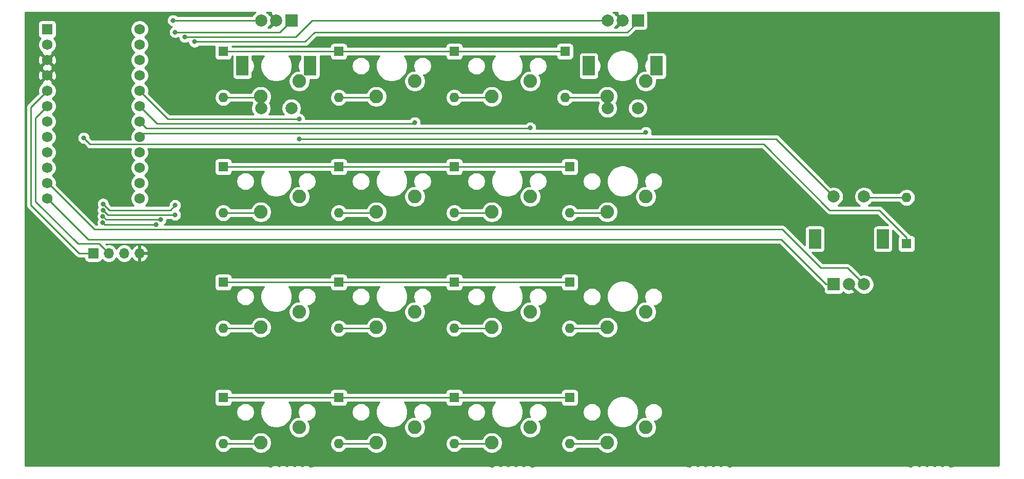
<source format=gbl>
%TF.GenerationSoftware,KiCad,Pcbnew,(5.1.9)-1*%
%TF.CreationDate,2021-04-16T17:12:59+08:00*%
%TF.ProjectId,Retrograde Pad 2,52657472-6f67-4726-9164-652050616420,rev?*%
%TF.SameCoordinates,Original*%
%TF.FileFunction,Copper,L2,Bot*%
%TF.FilePolarity,Positive*%
%FSLAX46Y46*%
G04 Gerber Fmt 4.6, Leading zero omitted, Abs format (unit mm)*
G04 Created by KiCad (PCBNEW (5.1.9)-1) date 2021-04-16 17:12:59*
%MOMM*%
%LPD*%
G01*
G04 APERTURE LIST*
%TA.AperFunction,ComponentPad*%
%ADD10R,2.000000X2.000000*%
%TD*%
%TA.AperFunction,ComponentPad*%
%ADD11C,2.000000*%
%TD*%
%TA.AperFunction,ComponentPad*%
%ADD12R,2.000000X3.200000*%
%TD*%
%TA.AperFunction,ComponentPad*%
%ADD13R,1.752600X1.752600*%
%TD*%
%TA.AperFunction,ComponentPad*%
%ADD14C,1.752600*%
%TD*%
%TA.AperFunction,ComponentPad*%
%ADD15R,1.700000X1.700000*%
%TD*%
%TA.AperFunction,ComponentPad*%
%ADD16O,1.700000X1.700000*%
%TD*%
%TA.AperFunction,ComponentPad*%
%ADD17C,2.250000*%
%TD*%
%TA.AperFunction,ComponentPad*%
%ADD18R,1.600000X1.600000*%
%TD*%
%TA.AperFunction,ComponentPad*%
%ADD19O,1.600000X1.600000*%
%TD*%
%TA.AperFunction,ViaPad*%
%ADD20C,0.800000*%
%TD*%
%TA.AperFunction,Conductor*%
%ADD21C,0.250000*%
%TD*%
%TA.AperFunction,Conductor*%
%ADD22C,0.254000*%
%TD*%
%TA.AperFunction,Conductor*%
%ADD23C,0.100000*%
%TD*%
G04 APERTURE END LIST*
D10*
%TO.P,SW2,A*%
%TO.N,ENC1-0*%
X65206250Y-22662500D03*
D11*
%TO.P,SW2,C*%
%TO.N,GND*%
X62706250Y-22662500D03*
%TO.P,SW2,B*%
%TO.N,ENC1-1*%
X60206250Y-22662500D03*
D12*
%TO.P,SW2,MP*%
%TO.N,N/C*%
X68306250Y-30162500D03*
X57106250Y-30162500D03*
D11*
%TO.P,SW2,S2*%
%TO.N,C0*%
X65206250Y-37162500D03*
%TO.P,SW2,S1*%
%TO.N,Net-(D2-Pad2)*%
X60206250Y-37162500D03*
%TD*%
%TO.P,SW3,S1*%
%TO.N,Net-(D14-Pad2)*%
X117355750Y-37162500D03*
%TO.P,SW3,S2*%
%TO.N,C3*%
X122355750Y-37162500D03*
D12*
%TO.P,SW3,MP*%
%TO.N,N/C*%
X114255750Y-30162500D03*
X125455750Y-30162500D03*
D11*
%TO.P,SW3,B*%
%TO.N,ENC2-1*%
X117355750Y-22662500D03*
%TO.P,SW3,C*%
%TO.N,GND*%
X119855750Y-22662500D03*
D10*
%TO.P,SW3,A*%
%TO.N,ENC2-0*%
X122355750Y-22662500D03*
%TD*%
D11*
%TO.P,SW1,S1*%
%TO.N,Net-(D1-Pad2)*%
X159662750Y-51737500D03*
%TO.P,SW1,S2*%
%TO.N,C0*%
X154662750Y-51737500D03*
D12*
%TO.P,SW1,MP*%
%TO.N,N/C*%
X162762750Y-58737500D03*
X151562750Y-58737500D03*
D11*
%TO.P,SW1,B*%
%TO.N,ENC0-1*%
X159662750Y-66237500D03*
%TO.P,SW1,C*%
%TO.N,GND*%
X157162750Y-66237500D03*
D10*
%TO.P,SW1,A*%
%TO.N,ENC0-0*%
X154662750Y-66237500D03*
%TD*%
D13*
%TO.P,U1,1*%
%TO.N,R0*%
X24923750Y-24130000D03*
D14*
%TO.P,U1,2*%
%TO.N,Net-(U1-Pad2)*%
X24923750Y-26670000D03*
%TO.P,U1,3*%
%TO.N,GND*%
X24923750Y-29210000D03*
%TO.P,U1,4*%
X24923750Y-31750000D03*
%TO.P,U1,5*%
%TO.N,SDA*%
X24923750Y-34290000D03*
%TO.P,U1,6*%
%TO.N,SCL*%
X24923750Y-36830000D03*
%TO.P,U1,7*%
%TO.N,R1*%
X24923750Y-39370000D03*
%TO.P,U1,8*%
%TO.N,R2*%
X24923750Y-41910000D03*
%TO.P,U1,9*%
%TO.N,R3*%
X24923750Y-44450000D03*
%TO.P,U1,10*%
%TO.N,R4*%
X24923750Y-46990000D03*
%TO.P,U1,11*%
%TO.N,ENC0-1*%
X24923750Y-49530000D03*
%TO.P,U1,13*%
%TO.N,ENC2-0*%
X40163750Y-52070000D03*
%TO.P,U1,14*%
%TO.N,ENC2-1*%
X40163750Y-49530000D03*
%TO.P,U1,15*%
%TO.N,ENC1-0*%
X40163750Y-46990000D03*
%TO.P,U1,16*%
%TO.N,ENC1-1*%
X40163750Y-44450000D03*
%TO.P,U1,17*%
%TO.N,C3*%
X40163750Y-41910000D03*
%TO.P,U1,18*%
%TO.N,C2*%
X40163750Y-39370000D03*
%TO.P,U1,19*%
%TO.N,C1*%
X40163750Y-36830000D03*
%TO.P,U1,20*%
%TO.N,C0*%
X40163750Y-34290000D03*
%TO.P,U1,21*%
%TO.N,+5V*%
X40163750Y-31750000D03*
%TO.P,U1,22*%
%TO.N,Net-(U1-Pad22)*%
X40163750Y-29210000D03*
%TO.P,U1,23*%
%TO.N,Net-(U1-Pad23)*%
X40163750Y-26670000D03*
%TO.P,U1,12*%
%TO.N,ENC0-0*%
X24923750Y-52070000D03*
%TO.P,U1,24*%
%TO.N,Net-(U1-Pad24)*%
X40163750Y-24130000D03*
%TD*%
D15*
%TO.P,J-OLED1,1*%
%TO.N,SDA*%
X32543750Y-61118800D03*
D16*
%TO.P,J-OLED1,2*%
%TO.N,SCL*%
X35083750Y-61118800D03*
%TO.P,J-OLED1,3*%
%TO.N,+5V*%
X37623750Y-61118800D03*
%TO.P,J-OLED1,4*%
%TO.N,GND*%
X40163750Y-61118800D03*
%TD*%
D17*
%TO.P,MX1,1*%
%TO.N,C0*%
X66516250Y-32702500D03*
%TO.P,MX1,2*%
%TO.N,Net-(D2-Pad2)*%
X60166250Y-35242500D03*
%TD*%
%TO.P,MX2,2*%
%TO.N,Net-(D3-Pad2)*%
X60166250Y-54292500D03*
%TO.P,MX2,1*%
%TO.N,C0*%
X66516250Y-51752500D03*
%TD*%
%TO.P,MX3,1*%
%TO.N,C0*%
X66516250Y-70802000D03*
%TO.P,MX3,2*%
%TO.N,Net-(D4-Pad2)*%
X60166250Y-73342000D03*
%TD*%
%TO.P,MX4,2*%
%TO.N,Net-(D5-Pad2)*%
X60166250Y-92392000D03*
%TO.P,MX4,1*%
%TO.N,C0*%
X66516250Y-89852000D03*
%TD*%
%TO.P,MX5,1*%
%TO.N,C1*%
X85565750Y-32702500D03*
%TO.P,MX5,2*%
%TO.N,Net-(D6-Pad2)*%
X79215750Y-35242500D03*
%TD*%
%TO.P,MX6,2*%
%TO.N,Net-(D7-Pad2)*%
X79215750Y-54292500D03*
%TO.P,MX6,1*%
%TO.N,C1*%
X85565750Y-51752500D03*
%TD*%
%TO.P,MX7,1*%
%TO.N,C1*%
X85565750Y-70802000D03*
%TO.P,MX7,2*%
%TO.N,Net-(D8-Pad2)*%
X79215750Y-73342000D03*
%TD*%
%TO.P,MX8,2*%
%TO.N,Net-(D9-Pad2)*%
X79215750Y-92392000D03*
%TO.P,MX8,1*%
%TO.N,C1*%
X85565750Y-89852000D03*
%TD*%
%TO.P,MX9,1*%
%TO.N,C2*%
X104615750Y-32702500D03*
%TO.P,MX9,2*%
%TO.N,Net-(D10-Pad2)*%
X98265750Y-35242500D03*
%TD*%
%TO.P,MX10,2*%
%TO.N,Net-(D11-Pad2)*%
X98265750Y-54292500D03*
%TO.P,MX10,1*%
%TO.N,C2*%
X104615750Y-51752500D03*
%TD*%
%TO.P,MX11,1*%
%TO.N,C2*%
X104615750Y-70802000D03*
%TO.P,MX11,2*%
%TO.N,Net-(D12-Pad2)*%
X98265750Y-73342000D03*
%TD*%
%TO.P,MX12,2*%
%TO.N,Net-(D13-Pad2)*%
X98265750Y-92392000D03*
%TO.P,MX12,1*%
%TO.N,C2*%
X104615750Y-89852000D03*
%TD*%
%TO.P,MX13,1*%
%TO.N,C3*%
X123665750Y-32702500D03*
%TO.P,MX13,2*%
%TO.N,Net-(D14-Pad2)*%
X117315750Y-35242500D03*
%TD*%
%TO.P,MX14,2*%
%TO.N,Net-(D15-Pad2)*%
X117315750Y-54292500D03*
%TO.P,MX14,1*%
%TO.N,C3*%
X123665750Y-51752500D03*
%TD*%
%TO.P,MX15,1*%
%TO.N,C3*%
X123665750Y-70802000D03*
%TO.P,MX15,2*%
%TO.N,Net-(D16-Pad2)*%
X117315750Y-73342000D03*
%TD*%
%TO.P,MX16,2*%
%TO.N,Net-(D17-Pad2)*%
X117315750Y-92392000D03*
%TO.P,MX16,1*%
%TO.N,C3*%
X123665750Y-89852000D03*
%TD*%
D18*
%TO.P,D1,1*%
%TO.N,R0*%
X166687750Y-59531200D03*
D19*
%TO.P,D1,2*%
%TO.N,Net-(D1-Pad2)*%
X166687750Y-51911200D03*
%TD*%
%TO.P,D2,2*%
%TO.N,Net-(D2-Pad2)*%
X53974950Y-35401200D03*
D18*
%TO.P,D2,1*%
%TO.N,R1*%
X53974950Y-27781200D03*
%TD*%
D19*
%TO.P,D3,2*%
%TO.N,Net-(D3-Pad2)*%
X53974950Y-54451200D03*
D18*
%TO.P,D3,1*%
%TO.N,R2*%
X53974950Y-46831200D03*
%TD*%
%TO.P,D4,1*%
%TO.N,R3*%
X53974950Y-65881200D03*
D19*
%TO.P,D4,2*%
%TO.N,Net-(D4-Pad2)*%
X53974950Y-73501200D03*
%TD*%
D18*
%TO.P,D5,1*%
%TO.N,R4*%
X53974950Y-84931000D03*
D19*
%TO.P,D5,2*%
%TO.N,Net-(D5-Pad2)*%
X53974950Y-92551000D03*
%TD*%
D18*
%TO.P,D6,1*%
%TO.N,R1*%
X73024750Y-27781200D03*
D19*
%TO.P,D6,2*%
%TO.N,Net-(D6-Pad2)*%
X73024750Y-35401200D03*
%TD*%
D18*
%TO.P,D7,1*%
%TO.N,R2*%
X73024750Y-46831200D03*
D19*
%TO.P,D7,2*%
%TO.N,Net-(D7-Pad2)*%
X73024750Y-54451200D03*
%TD*%
%TO.P,D8,2*%
%TO.N,Net-(D8-Pad2)*%
X73024750Y-73501200D03*
D18*
%TO.P,D8,1*%
%TO.N,R3*%
X73024750Y-65881200D03*
%TD*%
D19*
%TO.P,D9,2*%
%TO.N,Net-(D9-Pad2)*%
X73024750Y-92551000D03*
D18*
%TO.P,D9,1*%
%TO.N,R4*%
X73024750Y-84931000D03*
%TD*%
D19*
%TO.P,D10,2*%
%TO.N,Net-(D10-Pad2)*%
X92074750Y-35401200D03*
D18*
%TO.P,D10,1*%
%TO.N,R1*%
X92074750Y-27781200D03*
%TD*%
D19*
%TO.P,D11,2*%
%TO.N,Net-(D11-Pad2)*%
X92074750Y-54451200D03*
D18*
%TO.P,D11,1*%
%TO.N,R2*%
X92074750Y-46831200D03*
%TD*%
%TO.P,D12,1*%
%TO.N,R3*%
X92074750Y-65881200D03*
D19*
%TO.P,D12,2*%
%TO.N,Net-(D12-Pad2)*%
X92074750Y-73501200D03*
%TD*%
D18*
%TO.P,D13,1*%
%TO.N,R4*%
X92074750Y-84931000D03*
D19*
%TO.P,D13,2*%
%TO.N,Net-(D13-Pad2)*%
X92074750Y-92551000D03*
%TD*%
D18*
%TO.P,D14,1*%
%TO.N,R1*%
X110331750Y-27781200D03*
D19*
%TO.P,D14,2*%
%TO.N,Net-(D14-Pad2)*%
X110331750Y-35401200D03*
%TD*%
%TO.P,D15,2*%
%TO.N,Net-(D15-Pad2)*%
X111124750Y-54451200D03*
D18*
%TO.P,D15,1*%
%TO.N,R2*%
X111124750Y-46831200D03*
%TD*%
%TO.P,D16,1*%
%TO.N,R3*%
X111124750Y-65881200D03*
D19*
%TO.P,D16,2*%
%TO.N,Net-(D16-Pad2)*%
X111124750Y-73501200D03*
%TD*%
%TO.P,D17,2*%
%TO.N,Net-(D17-Pad2)*%
X111124750Y-92551000D03*
D18*
%TO.P,D17,1*%
%TO.N,R4*%
X111124750Y-84931000D03*
%TD*%
D20*
%TO.N,R0*%
X30956250Y-42068750D03*
%TO.N,R1*%
X34143901Y-52962346D03*
X46037500Y-53181250D03*
%TO.N,R2*%
X46037500Y-54768750D03*
X34131250Y-53975000D03*
%TO.N,R3*%
X43656250Y-55562500D03*
X34118599Y-54987654D03*
%TO.N,R4*%
X42862500Y-56356250D03*
X34114283Y-56008644D03*
%TO.N,C0*%
X66516250Y-42227500D03*
X66516250Y-38962500D03*
%TO.N,C1*%
X85565750Y-39528250D03*
%TO.N,C2*%
X104615750Y-40390750D03*
%TO.N,C3*%
X123665750Y-41115750D03*
%TO.N,ENC1-0*%
X46037500Y-24606250D03*
%TO.N,ENC1-1*%
X45681250Y-22662500D03*
%TO.N,ENC2-1*%
X47625000Y-25400000D03*
%TO.N,ENC2-0*%
X49212500Y-26193750D03*
%TD*%
D21*
%TO.N,R0*%
X162181550Y-53975000D02*
X166687750Y-58481200D01*
X166687750Y-58481200D02*
X166687750Y-59531200D01*
X143123801Y-43111301D02*
X153987500Y-53975000D01*
X153987500Y-53975000D02*
X162181550Y-53975000D01*
X31998801Y-43111301D02*
X143123801Y-43111301D01*
X30956250Y-42068750D02*
X31998801Y-43111301D01*
%TO.N,Net-(D1-Pad2)*%
X159836450Y-51911200D02*
X159662750Y-51737500D01*
X166687750Y-51911200D02*
X159836450Y-51911200D01*
%TO.N,R1*%
X110331750Y-27781200D02*
X53974950Y-27781200D01*
X34143901Y-52962346D02*
X35156555Y-53975000D01*
X35156555Y-53975000D02*
X41275000Y-53975000D01*
X45243750Y-53975000D02*
X46037500Y-53181250D01*
X43656250Y-53975000D02*
X45243750Y-53975000D01*
X41275000Y-53975000D02*
X43656250Y-53975000D01*
%TO.N,Net-(D2-Pad2)*%
X60007550Y-35401200D02*
X60166250Y-35242500D01*
X53974950Y-35401200D02*
X60007550Y-35401200D01*
X60166250Y-37122500D02*
X60206250Y-37162500D01*
X60166250Y-35242500D02*
X60166250Y-37122500D01*
%TO.N,Net-(D3-Pad2)*%
X60007550Y-54451200D02*
X60166250Y-54292500D01*
X53974950Y-54451200D02*
X60007550Y-54451200D01*
%TO.N,R2*%
X53974950Y-46831200D02*
X111124750Y-46831200D01*
X34925000Y-54768750D02*
X38893750Y-54768750D01*
X34131250Y-53975000D02*
X34925000Y-54768750D01*
X38893750Y-54768750D02*
X46037500Y-54768750D01*
%TO.N,Net-(D4-Pad2)*%
X60007050Y-73501200D02*
X60166250Y-73342000D01*
X53974950Y-73501200D02*
X60007050Y-73501200D01*
%TO.N,R3*%
X111124750Y-65881200D02*
X53974950Y-65881200D01*
X43656250Y-55562500D02*
X38893750Y-55562500D01*
X34693445Y-55562500D02*
X38100000Y-55562500D01*
X34118599Y-54987654D02*
X34693445Y-55562500D01*
X38100000Y-55562500D02*
X38893750Y-55562500D01*
%TO.N,Net-(D5-Pad2)*%
X60007250Y-92551000D02*
X60166250Y-92392000D01*
X53974950Y-92551000D02*
X60007250Y-92551000D01*
%TO.N,R4*%
X53974950Y-84931000D02*
X111124750Y-84931000D01*
X42068750Y-56356250D02*
X42862500Y-56356250D01*
X34114283Y-56008644D02*
X34461889Y-56356250D01*
X38893750Y-56356250D02*
X42068750Y-56356250D01*
X34461889Y-56356250D02*
X38893750Y-56356250D01*
%TO.N,Net-(D6-Pad2)*%
X79057050Y-35401200D02*
X79215750Y-35242500D01*
X73024750Y-35401200D02*
X79057050Y-35401200D01*
%TO.N,Net-(D7-Pad2)*%
X79057050Y-54451200D02*
X79215750Y-54292500D01*
X73024750Y-54451200D02*
X79057050Y-54451200D01*
%TO.N,Net-(D8-Pad2)*%
X79056550Y-73501200D02*
X79215750Y-73342000D01*
X73024750Y-73501200D02*
X79056550Y-73501200D01*
%TO.N,Net-(D9-Pad2)*%
X79056750Y-92551000D02*
X79215750Y-92392000D01*
X73024750Y-92551000D02*
X79056750Y-92551000D01*
%TO.N,Net-(D10-Pad2)*%
X98107050Y-35401200D02*
X98265750Y-35242500D01*
X92074750Y-35401200D02*
X98107050Y-35401200D01*
%TO.N,Net-(D11-Pad2)*%
X98107050Y-54451200D02*
X98265750Y-54292500D01*
X92074750Y-54451200D02*
X98107050Y-54451200D01*
%TO.N,Net-(D12-Pad2)*%
X98106550Y-73501200D02*
X98265750Y-73342000D01*
X92074750Y-73501200D02*
X98106550Y-73501200D01*
%TO.N,Net-(D13-Pad2)*%
X98106750Y-92551000D02*
X98265750Y-92392000D01*
X92074750Y-92551000D02*
X98106750Y-92551000D01*
%TO.N,Net-(D14-Pad2)*%
X117157050Y-35401200D02*
X117315750Y-35242500D01*
X110331750Y-35401200D02*
X117157050Y-35401200D01*
X117315750Y-37122500D02*
X117355750Y-37162500D01*
X117315750Y-35242500D02*
X117315750Y-37122500D01*
%TO.N,Net-(D15-Pad2)*%
X117157050Y-54451200D02*
X117315750Y-54292500D01*
X111124750Y-54451200D02*
X117157050Y-54451200D01*
%TO.N,Net-(D16-Pad2)*%
X117156550Y-73501200D02*
X117315750Y-73342000D01*
X111124750Y-73501200D02*
X117156550Y-73501200D01*
%TO.N,Net-(D17-Pad2)*%
X117156750Y-92551000D02*
X117315750Y-92392000D01*
X111124750Y-92551000D02*
X117156750Y-92551000D01*
%TO.N,SDA*%
X22225000Y-36988750D02*
X24923750Y-34290000D01*
X22225000Y-53181250D02*
X22225000Y-36988750D01*
X30162550Y-61118800D02*
X22225000Y-53181250D01*
X32543750Y-61118800D02*
X30162550Y-61118800D01*
%TO.N,SCL*%
X35083750Y-61118800D02*
X33496200Y-59531250D01*
X33496200Y-59531250D02*
X30005160Y-59531250D01*
X30005160Y-59531250D02*
X23018750Y-52544840D01*
X23018750Y-38735000D02*
X24923750Y-36830000D01*
X23018750Y-52544840D02*
X23018750Y-38735000D01*
%TO.N,C0*%
X145125125Y-42199875D02*
X154662750Y-51737500D01*
X66543875Y-42199875D02*
X66516250Y-42227500D01*
X73687625Y-42199875D02*
X66543875Y-42199875D01*
X73687625Y-42199875D02*
X145125125Y-42199875D01*
X44836250Y-38962500D02*
X44211875Y-38338125D01*
X66516250Y-38962500D02*
X44836250Y-38962500D01*
X40163750Y-34290000D02*
X44211875Y-38338125D01*
%TO.N,C1*%
X40163750Y-36830000D02*
X43021250Y-39687500D01*
X85406500Y-39687500D02*
X85565750Y-39528250D01*
X43021250Y-39687500D02*
X85406500Y-39687500D01*
%TO.N,C2*%
X40163750Y-39370000D02*
X41275000Y-40481250D01*
X104525250Y-40481250D02*
X104615750Y-40390750D01*
X41275000Y-40481250D02*
X104525250Y-40481250D01*
%TO.N,C3*%
X123506500Y-41275000D02*
X123665750Y-41115750D01*
X40798750Y-41275000D02*
X123506500Y-41275000D01*
X40163750Y-41910000D02*
X40798750Y-41275000D01*
%TO.N,ENC0-1*%
X24923750Y-49530000D02*
X25082500Y-49530000D01*
X25082500Y-49530000D02*
X32702500Y-57150000D01*
X32702500Y-57150000D02*
X146211660Y-57150000D01*
X146211660Y-57150000D02*
X152561660Y-63500000D01*
X156925250Y-63500000D02*
X159662750Y-66237500D01*
X152561660Y-63500000D02*
X156925250Y-63500000D01*
%TO.N,ENC0-0*%
X31670625Y-58816875D02*
X24923750Y-52070000D01*
X153391250Y-66237500D02*
X145970625Y-58816875D01*
X154662750Y-66237500D02*
X153391250Y-66237500D01*
X31670625Y-58816875D02*
X145970625Y-58816875D01*
%TO.N,ENC1-0*%
X65206250Y-22662500D02*
X63262500Y-24606250D01*
X63262500Y-24606250D02*
X46037500Y-24606250D01*
%TO.N,ENC1-1*%
X60206250Y-22662500D02*
X45681250Y-22662500D01*
%TO.N,ENC2-1*%
X68618750Y-22662500D02*
X117355750Y-22662500D01*
X65881250Y-25400000D02*
X68618750Y-22662500D01*
X49212500Y-25400000D02*
X47625000Y-25400000D01*
X49212500Y-25400000D02*
X65881250Y-25400000D01*
%TO.N,ENC2-0*%
X122355750Y-22900500D02*
X122355750Y-22662500D01*
X120650000Y-24606250D02*
X122355750Y-22900500D01*
X69056250Y-24606250D02*
X120650000Y-24606250D01*
X67468750Y-26193750D02*
X69056250Y-24606250D01*
X49212500Y-26193750D02*
X67468750Y-26193750D01*
%TD*%
D22*
%TO.N,GND*%
X59163998Y-21392513D02*
X58936263Y-21620248D01*
X58757332Y-21888037D01*
X58751341Y-21902500D01*
X46384961Y-21902500D01*
X46341024Y-21858563D01*
X46171506Y-21745295D01*
X45983148Y-21667274D01*
X45783189Y-21627500D01*
X45579311Y-21627500D01*
X45379352Y-21667274D01*
X45190994Y-21745295D01*
X45021476Y-21858563D01*
X44877313Y-22002726D01*
X44764045Y-22172244D01*
X44686024Y-22360602D01*
X44646250Y-22560561D01*
X44646250Y-22764439D01*
X44686024Y-22964398D01*
X44764045Y-23152756D01*
X44877313Y-23322274D01*
X45021476Y-23466437D01*
X45190994Y-23579705D01*
X45379352Y-23657726D01*
X45544849Y-23690645D01*
X45377726Y-23802313D01*
X45233563Y-23946476D01*
X45120295Y-24115994D01*
X45042274Y-24304352D01*
X45002500Y-24504311D01*
X45002500Y-24708189D01*
X45042274Y-24908148D01*
X45120295Y-25096506D01*
X45233563Y-25266024D01*
X45377726Y-25410187D01*
X45547244Y-25523455D01*
X45735602Y-25601476D01*
X45935561Y-25641250D01*
X46139439Y-25641250D01*
X46339398Y-25601476D01*
X46527756Y-25523455D01*
X46590000Y-25481865D01*
X46590000Y-25501939D01*
X46629774Y-25701898D01*
X46707795Y-25890256D01*
X46821063Y-26059774D01*
X46965226Y-26203937D01*
X47134744Y-26317205D01*
X47323102Y-26395226D01*
X47523061Y-26435000D01*
X47726939Y-26435000D01*
X47926898Y-26395226D01*
X48115256Y-26317205D01*
X48177500Y-26275615D01*
X48177500Y-26295689D01*
X48217274Y-26495648D01*
X48295295Y-26684006D01*
X48408563Y-26853524D01*
X48552726Y-26997687D01*
X48722244Y-27110955D01*
X48910602Y-27188976D01*
X49110561Y-27228750D01*
X49314439Y-27228750D01*
X49514398Y-27188976D01*
X49702756Y-27110955D01*
X49872274Y-26997687D01*
X49916211Y-26953750D01*
X52539581Y-26953750D01*
X52536878Y-26981200D01*
X52536878Y-28581200D01*
X52549138Y-28705682D01*
X52585448Y-28825380D01*
X52644413Y-28935694D01*
X52723765Y-29032385D01*
X52820456Y-29111737D01*
X52930770Y-29170702D01*
X53050468Y-29207012D01*
X53174950Y-29219272D01*
X54774950Y-29219272D01*
X54899432Y-29207012D01*
X55019130Y-29170702D01*
X55129444Y-29111737D01*
X55226135Y-29032385D01*
X55305487Y-28935694D01*
X55364452Y-28825380D01*
X55400762Y-28705682D01*
X55413022Y-28581200D01*
X55413022Y-28541200D01*
X55470276Y-28541200D01*
X55468178Y-28562500D01*
X55468178Y-31762500D01*
X55480438Y-31886982D01*
X55516748Y-32006680D01*
X55575713Y-32116994D01*
X55655065Y-32213685D01*
X55751756Y-32293037D01*
X55862070Y-32352002D01*
X55981768Y-32388312D01*
X56106250Y-32400572D01*
X58106250Y-32400572D01*
X58230732Y-32388312D01*
X58350430Y-32352002D01*
X58460744Y-32293037D01*
X58557435Y-32213685D01*
X58636787Y-32116994D01*
X58695752Y-32006680D01*
X58732062Y-31886982D01*
X58744322Y-31762500D01*
X58744322Y-31179890D01*
X58799143Y-31125069D01*
X58964394Y-30877753D01*
X59078221Y-30602951D01*
X59136250Y-30311222D01*
X59136250Y-30013778D01*
X59078221Y-29722049D01*
X58964394Y-29447247D01*
X58799143Y-29199931D01*
X58744322Y-29145110D01*
X58744322Y-28562500D01*
X58742224Y-28541200D01*
X60627817Y-28541200D01*
X60376549Y-28917249D01*
X60178377Y-29395678D01*
X60077350Y-29903576D01*
X60077350Y-30421424D01*
X60178377Y-30929322D01*
X60376549Y-31407751D01*
X60664250Y-31838326D01*
X61030424Y-32204500D01*
X61460999Y-32492201D01*
X61939428Y-32690373D01*
X62447326Y-32791400D01*
X62965174Y-32791400D01*
X63473072Y-32690373D01*
X63951501Y-32492201D01*
X64382076Y-32204500D01*
X64748250Y-31838326D01*
X65035951Y-31407751D01*
X65234123Y-30929322D01*
X65335150Y-30421424D01*
X65335150Y-29903576D01*
X65234123Y-29395678D01*
X65035951Y-28917249D01*
X64784683Y-28541200D01*
X66670276Y-28541200D01*
X66668178Y-28562500D01*
X66668178Y-29145110D01*
X66613357Y-29199931D01*
X66448106Y-29447247D01*
X66334279Y-29722049D01*
X66276250Y-30013778D01*
X66276250Y-30311222D01*
X66334279Y-30602951D01*
X66448106Y-30877753D01*
X66491368Y-30942500D01*
X66342905Y-30942500D01*
X66002877Y-31010136D01*
X65682577Y-31142808D01*
X65394315Y-31335419D01*
X65149169Y-31580565D01*
X64956558Y-31868827D01*
X64823886Y-32189127D01*
X64756250Y-32529155D01*
X64756250Y-32875845D01*
X64823886Y-33215873D01*
X64956558Y-33536173D01*
X65149169Y-33824435D01*
X65394315Y-34069581D01*
X65682577Y-34262192D01*
X66002877Y-34394864D01*
X66342905Y-34462500D01*
X66689595Y-34462500D01*
X67029623Y-34394864D01*
X67349923Y-34262192D01*
X67638185Y-34069581D01*
X67883331Y-33824435D01*
X68075942Y-33536173D01*
X68208614Y-33215873D01*
X68276250Y-32875845D01*
X68276250Y-32529155D01*
X68250673Y-32400572D01*
X69306250Y-32400572D01*
X69430732Y-32388312D01*
X69550430Y-32352002D01*
X69660744Y-32293037D01*
X69757435Y-32213685D01*
X69836787Y-32116994D01*
X69895752Y-32006680D01*
X69932062Y-31886982D01*
X69944322Y-31762500D01*
X69944322Y-30013778D01*
X75165750Y-30013778D01*
X75165750Y-30311222D01*
X75223779Y-30602951D01*
X75337606Y-30877753D01*
X75502857Y-31125069D01*
X75713181Y-31335393D01*
X75960497Y-31500644D01*
X76235299Y-31614471D01*
X76527028Y-31672500D01*
X76824472Y-31672500D01*
X77116201Y-31614471D01*
X77391003Y-31500644D01*
X77638319Y-31335393D01*
X77848643Y-31125069D01*
X78013894Y-30877753D01*
X78127721Y-30602951D01*
X78185750Y-30311222D01*
X78185750Y-30013778D01*
X78127721Y-29722049D01*
X78013894Y-29447247D01*
X77848643Y-29199931D01*
X77638319Y-28989607D01*
X77391003Y-28824356D01*
X77116201Y-28710529D01*
X76824472Y-28652500D01*
X76527028Y-28652500D01*
X76235299Y-28710529D01*
X75960497Y-28824356D01*
X75713181Y-28989607D01*
X75502857Y-29199931D01*
X75337606Y-29447247D01*
X75223779Y-29722049D01*
X75165750Y-30013778D01*
X69944322Y-30013778D01*
X69944322Y-28562500D01*
X69942224Y-28541200D01*
X71586678Y-28541200D01*
X71586678Y-28581200D01*
X71598938Y-28705682D01*
X71635248Y-28825380D01*
X71694213Y-28935694D01*
X71773565Y-29032385D01*
X71870256Y-29111737D01*
X71980570Y-29170702D01*
X72100268Y-29207012D01*
X72224750Y-29219272D01*
X73824750Y-29219272D01*
X73949232Y-29207012D01*
X74068930Y-29170702D01*
X74179244Y-29111737D01*
X74275935Y-29032385D01*
X74355287Y-28935694D01*
X74414252Y-28825380D01*
X74450562Y-28705682D01*
X74462822Y-28581200D01*
X74462822Y-28541200D01*
X79677317Y-28541200D01*
X79426049Y-28917249D01*
X79227877Y-29395678D01*
X79126850Y-29903576D01*
X79126850Y-30421424D01*
X79227877Y-30929322D01*
X79426049Y-31407751D01*
X79713750Y-31838326D01*
X80079924Y-32204500D01*
X80510499Y-32492201D01*
X80988928Y-32690373D01*
X81496826Y-32791400D01*
X82014674Y-32791400D01*
X82522572Y-32690373D01*
X82911786Y-32529155D01*
X83805750Y-32529155D01*
X83805750Y-32875845D01*
X83873386Y-33215873D01*
X84006058Y-33536173D01*
X84198669Y-33824435D01*
X84443815Y-34069581D01*
X84732077Y-34262192D01*
X85052377Y-34394864D01*
X85392405Y-34462500D01*
X85739095Y-34462500D01*
X86079123Y-34394864D01*
X86399423Y-34262192D01*
X86687685Y-34069581D01*
X86932831Y-33824435D01*
X87125442Y-33536173D01*
X87258114Y-33215873D01*
X87325750Y-32875845D01*
X87325750Y-32529155D01*
X87258114Y-32189127D01*
X87125442Y-31868827D01*
X86993112Y-31670781D01*
X87276201Y-31614471D01*
X87551003Y-31500644D01*
X87798319Y-31335393D01*
X88008643Y-31125069D01*
X88173894Y-30877753D01*
X88287721Y-30602951D01*
X88345750Y-30311222D01*
X88345750Y-30013778D01*
X94215750Y-30013778D01*
X94215750Y-30311222D01*
X94273779Y-30602951D01*
X94387606Y-30877753D01*
X94552857Y-31125069D01*
X94763181Y-31335393D01*
X95010497Y-31500644D01*
X95285299Y-31614471D01*
X95577028Y-31672500D01*
X95874472Y-31672500D01*
X96166201Y-31614471D01*
X96441003Y-31500644D01*
X96688319Y-31335393D01*
X96898643Y-31125069D01*
X97063894Y-30877753D01*
X97177721Y-30602951D01*
X97235750Y-30311222D01*
X97235750Y-30013778D01*
X97177721Y-29722049D01*
X97063894Y-29447247D01*
X96898643Y-29199931D01*
X96688319Y-28989607D01*
X96441003Y-28824356D01*
X96166201Y-28710529D01*
X95874472Y-28652500D01*
X95577028Y-28652500D01*
X95285299Y-28710529D01*
X95010497Y-28824356D01*
X94763181Y-28989607D01*
X94552857Y-29199931D01*
X94387606Y-29447247D01*
X94273779Y-29722049D01*
X94215750Y-30013778D01*
X88345750Y-30013778D01*
X88287721Y-29722049D01*
X88173894Y-29447247D01*
X88008643Y-29199931D01*
X87798319Y-28989607D01*
X87551003Y-28824356D01*
X87276201Y-28710529D01*
X86984472Y-28652500D01*
X86687028Y-28652500D01*
X86395299Y-28710529D01*
X86120497Y-28824356D01*
X85873181Y-28989607D01*
X85662857Y-29199931D01*
X85497606Y-29447247D01*
X85383779Y-29722049D01*
X85325750Y-30013778D01*
X85325750Y-30311222D01*
X85383779Y-30602951D01*
X85497606Y-30877753D01*
X85540868Y-30942500D01*
X85392405Y-30942500D01*
X85052377Y-31010136D01*
X84732077Y-31142808D01*
X84443815Y-31335419D01*
X84198669Y-31580565D01*
X84006058Y-31868827D01*
X83873386Y-32189127D01*
X83805750Y-32529155D01*
X82911786Y-32529155D01*
X83001001Y-32492201D01*
X83431576Y-32204500D01*
X83797750Y-31838326D01*
X84085451Y-31407751D01*
X84283623Y-30929322D01*
X84384650Y-30421424D01*
X84384650Y-29903576D01*
X84283623Y-29395678D01*
X84085451Y-28917249D01*
X83834183Y-28541200D01*
X90636678Y-28541200D01*
X90636678Y-28581200D01*
X90648938Y-28705682D01*
X90685248Y-28825380D01*
X90744213Y-28935694D01*
X90823565Y-29032385D01*
X90920256Y-29111737D01*
X91030570Y-29170702D01*
X91150268Y-29207012D01*
X91274750Y-29219272D01*
X92874750Y-29219272D01*
X92999232Y-29207012D01*
X93118930Y-29170702D01*
X93229244Y-29111737D01*
X93325935Y-29032385D01*
X93405287Y-28935694D01*
X93464252Y-28825380D01*
X93500562Y-28705682D01*
X93512822Y-28581200D01*
X93512822Y-28541200D01*
X98727317Y-28541200D01*
X98476049Y-28917249D01*
X98277877Y-29395678D01*
X98176850Y-29903576D01*
X98176850Y-30421424D01*
X98277877Y-30929322D01*
X98476049Y-31407751D01*
X98763750Y-31838326D01*
X99129924Y-32204500D01*
X99560499Y-32492201D01*
X100038928Y-32690373D01*
X100546826Y-32791400D01*
X101064674Y-32791400D01*
X101572572Y-32690373D01*
X101961786Y-32529155D01*
X102855750Y-32529155D01*
X102855750Y-32875845D01*
X102923386Y-33215873D01*
X103056058Y-33536173D01*
X103248669Y-33824435D01*
X103493815Y-34069581D01*
X103782077Y-34262192D01*
X104102377Y-34394864D01*
X104442405Y-34462500D01*
X104789095Y-34462500D01*
X105129123Y-34394864D01*
X105449423Y-34262192D01*
X105737685Y-34069581D01*
X105982831Y-33824435D01*
X106175442Y-33536173D01*
X106308114Y-33215873D01*
X106375750Y-32875845D01*
X106375750Y-32529155D01*
X106308114Y-32189127D01*
X106175442Y-31868827D01*
X106043112Y-31670781D01*
X106326201Y-31614471D01*
X106601003Y-31500644D01*
X106848319Y-31335393D01*
X107058643Y-31125069D01*
X107223894Y-30877753D01*
X107337721Y-30602951D01*
X107395750Y-30311222D01*
X107395750Y-30013778D01*
X107337721Y-29722049D01*
X107223894Y-29447247D01*
X107058643Y-29199931D01*
X106848319Y-28989607D01*
X106601003Y-28824356D01*
X106326201Y-28710529D01*
X106034472Y-28652500D01*
X105737028Y-28652500D01*
X105445299Y-28710529D01*
X105170497Y-28824356D01*
X104923181Y-28989607D01*
X104712857Y-29199931D01*
X104547606Y-29447247D01*
X104433779Y-29722049D01*
X104375750Y-30013778D01*
X104375750Y-30311222D01*
X104433779Y-30602951D01*
X104547606Y-30877753D01*
X104590868Y-30942500D01*
X104442405Y-30942500D01*
X104102377Y-31010136D01*
X103782077Y-31142808D01*
X103493815Y-31335419D01*
X103248669Y-31580565D01*
X103056058Y-31868827D01*
X102923386Y-32189127D01*
X102855750Y-32529155D01*
X101961786Y-32529155D01*
X102051001Y-32492201D01*
X102481576Y-32204500D01*
X102847750Y-31838326D01*
X103135451Y-31407751D01*
X103333623Y-30929322D01*
X103434650Y-30421424D01*
X103434650Y-29903576D01*
X103333623Y-29395678D01*
X103135451Y-28917249D01*
X102884183Y-28541200D01*
X108893678Y-28541200D01*
X108893678Y-28581200D01*
X108905938Y-28705682D01*
X108942248Y-28825380D01*
X109001213Y-28935694D01*
X109080565Y-29032385D01*
X109177256Y-29111737D01*
X109287570Y-29170702D01*
X109407268Y-29207012D01*
X109531750Y-29219272D01*
X111131750Y-29219272D01*
X111256232Y-29207012D01*
X111375930Y-29170702D01*
X111486244Y-29111737D01*
X111582935Y-29032385D01*
X111662287Y-28935694D01*
X111721252Y-28825380D01*
X111757562Y-28705682D01*
X111769822Y-28581200D01*
X111769822Y-28562500D01*
X112617678Y-28562500D01*
X112617678Y-31762500D01*
X112629938Y-31886982D01*
X112666248Y-32006680D01*
X112725213Y-32116994D01*
X112804565Y-32213685D01*
X112901256Y-32293037D01*
X113011570Y-32352002D01*
X113131268Y-32388312D01*
X113255750Y-32400572D01*
X115255750Y-32400572D01*
X115380232Y-32388312D01*
X115499930Y-32352002D01*
X115610244Y-32293037D01*
X115706935Y-32213685D01*
X115786287Y-32116994D01*
X115845252Y-32006680D01*
X115881562Y-31886982D01*
X115893822Y-31762500D01*
X115893822Y-31179890D01*
X115948643Y-31125069D01*
X116113894Y-30877753D01*
X116227721Y-30602951D01*
X116285750Y-30311222D01*
X116285750Y-30013778D01*
X116263830Y-29903576D01*
X117226850Y-29903576D01*
X117226850Y-30421424D01*
X117327877Y-30929322D01*
X117526049Y-31407751D01*
X117813750Y-31838326D01*
X118179924Y-32204500D01*
X118610499Y-32492201D01*
X119088928Y-32690373D01*
X119596826Y-32791400D01*
X120114674Y-32791400D01*
X120622572Y-32690373D01*
X121011786Y-32529155D01*
X121905750Y-32529155D01*
X121905750Y-32875845D01*
X121973386Y-33215873D01*
X122106058Y-33536173D01*
X122298669Y-33824435D01*
X122543815Y-34069581D01*
X122832077Y-34262192D01*
X123152377Y-34394864D01*
X123492405Y-34462500D01*
X123839095Y-34462500D01*
X124179123Y-34394864D01*
X124499423Y-34262192D01*
X124787685Y-34069581D01*
X125032831Y-33824435D01*
X125225442Y-33536173D01*
X125358114Y-33215873D01*
X125425750Y-32875845D01*
X125425750Y-32529155D01*
X125400173Y-32400572D01*
X126455750Y-32400572D01*
X126580232Y-32388312D01*
X126699930Y-32352002D01*
X126810244Y-32293037D01*
X126906935Y-32213685D01*
X126986287Y-32116994D01*
X127045252Y-32006680D01*
X127081562Y-31886982D01*
X127093822Y-31762500D01*
X127093822Y-28562500D01*
X127081562Y-28438018D01*
X127045252Y-28318320D01*
X126986287Y-28208006D01*
X126906935Y-28111315D01*
X126810244Y-28031963D01*
X126699930Y-27972998D01*
X126580232Y-27936688D01*
X126455750Y-27924428D01*
X124455750Y-27924428D01*
X124331268Y-27936688D01*
X124211570Y-27972998D01*
X124101256Y-28031963D01*
X124004565Y-28111315D01*
X123925213Y-28208006D01*
X123866248Y-28318320D01*
X123829938Y-28438018D01*
X123817678Y-28562500D01*
X123817678Y-29145110D01*
X123762857Y-29199931D01*
X123597606Y-29447247D01*
X123483779Y-29722049D01*
X123425750Y-30013778D01*
X123425750Y-30311222D01*
X123483779Y-30602951D01*
X123597606Y-30877753D01*
X123640868Y-30942500D01*
X123492405Y-30942500D01*
X123152377Y-31010136D01*
X122832077Y-31142808D01*
X122543815Y-31335419D01*
X122298669Y-31580565D01*
X122106058Y-31868827D01*
X121973386Y-32189127D01*
X121905750Y-32529155D01*
X121011786Y-32529155D01*
X121101001Y-32492201D01*
X121531576Y-32204500D01*
X121897750Y-31838326D01*
X122185451Y-31407751D01*
X122383623Y-30929322D01*
X122484650Y-30421424D01*
X122484650Y-29903576D01*
X122383623Y-29395678D01*
X122185451Y-28917249D01*
X121897750Y-28486674D01*
X121531576Y-28120500D01*
X121101001Y-27832799D01*
X120622572Y-27634627D01*
X120114674Y-27533600D01*
X119596826Y-27533600D01*
X119088928Y-27634627D01*
X118610499Y-27832799D01*
X118179924Y-28120500D01*
X117813750Y-28486674D01*
X117526049Y-28917249D01*
X117327877Y-29395678D01*
X117226850Y-29903576D01*
X116263830Y-29903576D01*
X116227721Y-29722049D01*
X116113894Y-29447247D01*
X115948643Y-29199931D01*
X115893822Y-29145110D01*
X115893822Y-28562500D01*
X115881562Y-28438018D01*
X115845252Y-28318320D01*
X115786287Y-28208006D01*
X115706935Y-28111315D01*
X115610244Y-28031963D01*
X115499930Y-27972998D01*
X115380232Y-27936688D01*
X115255750Y-27924428D01*
X113255750Y-27924428D01*
X113131268Y-27936688D01*
X113011570Y-27972998D01*
X112901256Y-28031963D01*
X112804565Y-28111315D01*
X112725213Y-28208006D01*
X112666248Y-28318320D01*
X112629938Y-28438018D01*
X112617678Y-28562500D01*
X111769822Y-28562500D01*
X111769822Y-26981200D01*
X111757562Y-26856718D01*
X111721252Y-26737020D01*
X111662287Y-26626706D01*
X111582935Y-26530015D01*
X111486244Y-26450663D01*
X111375930Y-26391698D01*
X111256232Y-26355388D01*
X111131750Y-26343128D01*
X109531750Y-26343128D01*
X109407268Y-26355388D01*
X109287570Y-26391698D01*
X109177256Y-26450663D01*
X109080565Y-26530015D01*
X109001213Y-26626706D01*
X108942248Y-26737020D01*
X108905938Y-26856718D01*
X108893678Y-26981200D01*
X108893678Y-27021200D01*
X93512822Y-27021200D01*
X93512822Y-26981200D01*
X93500562Y-26856718D01*
X93464252Y-26737020D01*
X93405287Y-26626706D01*
X93325935Y-26530015D01*
X93229244Y-26450663D01*
X93118930Y-26391698D01*
X92999232Y-26355388D01*
X92874750Y-26343128D01*
X91274750Y-26343128D01*
X91150268Y-26355388D01*
X91030570Y-26391698D01*
X90920256Y-26450663D01*
X90823565Y-26530015D01*
X90744213Y-26626706D01*
X90685248Y-26737020D01*
X90648938Y-26856718D01*
X90636678Y-26981200D01*
X90636678Y-27021200D01*
X74462822Y-27021200D01*
X74462822Y-26981200D01*
X74450562Y-26856718D01*
X74414252Y-26737020D01*
X74355287Y-26626706D01*
X74275935Y-26530015D01*
X74179244Y-26450663D01*
X74068930Y-26391698D01*
X73949232Y-26355388D01*
X73824750Y-26343128D01*
X72224750Y-26343128D01*
X72100268Y-26355388D01*
X71980570Y-26391698D01*
X71870256Y-26450663D01*
X71773565Y-26530015D01*
X71694213Y-26626706D01*
X71635248Y-26737020D01*
X71598938Y-26856718D01*
X71586678Y-26981200D01*
X71586678Y-27021200D01*
X55413022Y-27021200D01*
X55413022Y-26981200D01*
X55410319Y-26953750D01*
X67431428Y-26953750D01*
X67468750Y-26957426D01*
X67506072Y-26953750D01*
X67506083Y-26953750D01*
X67617736Y-26942753D01*
X67760997Y-26899296D01*
X67893026Y-26828724D01*
X68008751Y-26733751D01*
X68032554Y-26704747D01*
X69371052Y-25366250D01*
X120612678Y-25366250D01*
X120650000Y-25369926D01*
X120687322Y-25366250D01*
X120687333Y-25366250D01*
X120798986Y-25355253D01*
X120942247Y-25311796D01*
X121074276Y-25241224D01*
X121190001Y-25146251D01*
X121213804Y-25117247D01*
X122030479Y-24300572D01*
X123355750Y-24300572D01*
X123480232Y-24288312D01*
X123599930Y-24252002D01*
X123710244Y-24193037D01*
X123806935Y-24113685D01*
X123886287Y-24016994D01*
X123945252Y-23906680D01*
X123981562Y-23786982D01*
X123993822Y-23662500D01*
X123993822Y-21662500D01*
X123981562Y-21538018D01*
X123945252Y-21418320D01*
X123886287Y-21308006D01*
X123877665Y-21297500D01*
X181736471Y-21297500D01*
X181794112Y-21303152D01*
X181818513Y-21310519D01*
X181841015Y-21322483D01*
X181860764Y-21338591D01*
X181877009Y-21358227D01*
X181889133Y-21380651D01*
X181896668Y-21404992D01*
X181902501Y-21460485D01*
X181902500Y-58769918D01*
X181902501Y-58769928D01*
X181902500Y-96011471D01*
X181896848Y-96069114D01*
X181889482Y-96093510D01*
X181877516Y-96116016D01*
X181861409Y-96135764D01*
X181841773Y-96152009D01*
X181819349Y-96164133D01*
X181795008Y-96171668D01*
X181739525Y-96177500D01*
X174592581Y-96177500D01*
X174564469Y-96180269D01*
X174559641Y-96180235D01*
X174550470Y-96181135D01*
X174396405Y-96197328D01*
X174337825Y-96209353D01*
X174279047Y-96220565D01*
X174270226Y-96223229D01*
X174122242Y-96269038D01*
X174067099Y-96292218D01*
X174011636Y-96314626D01*
X174003499Y-96318952D01*
X173922369Y-96362818D01*
X173852008Y-96292457D01*
X173683522Y-96179878D01*
X173496311Y-96102333D01*
X173297568Y-96062800D01*
X173094932Y-96062800D01*
X172896189Y-96102333D01*
X172708978Y-96179878D01*
X172561250Y-96278587D01*
X172413522Y-96179878D01*
X172226311Y-96102333D01*
X172027568Y-96062800D01*
X171824932Y-96062800D01*
X171626189Y-96102333D01*
X171438978Y-96179878D01*
X171291250Y-96278587D01*
X171143522Y-96179878D01*
X170956311Y-96102333D01*
X170757568Y-96062800D01*
X170554932Y-96062800D01*
X170356189Y-96102333D01*
X170168978Y-96179878D01*
X170021250Y-96278587D01*
X169873522Y-96179878D01*
X169686311Y-96102333D01*
X169487568Y-96062800D01*
X169284932Y-96062800D01*
X169086189Y-96102333D01*
X168898978Y-96179878D01*
X168751250Y-96278587D01*
X168603522Y-96179878D01*
X168416311Y-96102333D01*
X168217568Y-96062800D01*
X168014932Y-96062800D01*
X167816189Y-96102333D01*
X167628978Y-96179878D01*
X167460492Y-96292457D01*
X167390233Y-96362716D01*
X167299826Y-96314646D01*
X167244509Y-96291846D01*
X167189540Y-96268286D01*
X167180737Y-96265562D01*
X167180739Y-96265562D01*
X167180731Y-96265560D01*
X167032436Y-96220786D01*
X166973727Y-96209161D01*
X166915244Y-96196730D01*
X166906079Y-96195767D01*
X166751905Y-96180650D01*
X166751902Y-96180650D01*
X166719919Y-96177500D01*
X138080081Y-96177500D01*
X138051969Y-96180269D01*
X138047141Y-96180235D01*
X138037970Y-96181135D01*
X137883905Y-96197328D01*
X137825325Y-96209353D01*
X137766547Y-96220565D01*
X137757726Y-96223229D01*
X137609742Y-96269038D01*
X137554599Y-96292218D01*
X137499136Y-96314626D01*
X137490999Y-96318952D01*
X137409869Y-96362818D01*
X137339508Y-96292457D01*
X137171022Y-96179878D01*
X136983811Y-96102333D01*
X136785068Y-96062800D01*
X136582432Y-96062800D01*
X136383689Y-96102333D01*
X136196478Y-96179878D01*
X136048750Y-96278587D01*
X135901022Y-96179878D01*
X135713811Y-96102333D01*
X135515068Y-96062800D01*
X135312432Y-96062800D01*
X135113689Y-96102333D01*
X134926478Y-96179878D01*
X134778750Y-96278587D01*
X134631022Y-96179878D01*
X134443811Y-96102333D01*
X134245068Y-96062800D01*
X134042432Y-96062800D01*
X133843689Y-96102333D01*
X133656478Y-96179878D01*
X133508750Y-96278587D01*
X133361022Y-96179878D01*
X133173811Y-96102333D01*
X132975068Y-96062800D01*
X132772432Y-96062800D01*
X132573689Y-96102333D01*
X132386478Y-96179878D01*
X132238750Y-96278587D01*
X132091022Y-96179878D01*
X131903811Y-96102333D01*
X131705068Y-96062800D01*
X131502432Y-96062800D01*
X131303689Y-96102333D01*
X131116478Y-96179878D01*
X130947992Y-96292457D01*
X130877733Y-96362716D01*
X130787326Y-96314646D01*
X130732009Y-96291846D01*
X130677040Y-96268286D01*
X130668237Y-96265562D01*
X130668239Y-96265562D01*
X130668231Y-96265560D01*
X130519936Y-96220786D01*
X130461227Y-96209161D01*
X130402744Y-96196730D01*
X130393579Y-96195767D01*
X130239405Y-96180650D01*
X130239402Y-96180650D01*
X130207419Y-96177500D01*
X105536331Y-96177500D01*
X105508219Y-96180269D01*
X105503391Y-96180235D01*
X105494220Y-96181135D01*
X105340155Y-96197328D01*
X105281575Y-96209353D01*
X105222797Y-96220565D01*
X105213976Y-96223229D01*
X105065992Y-96269038D01*
X105010849Y-96292218D01*
X104955386Y-96314626D01*
X104947249Y-96318952D01*
X104866119Y-96362818D01*
X104795758Y-96292457D01*
X104627272Y-96179878D01*
X104440061Y-96102333D01*
X104241318Y-96062800D01*
X104038682Y-96062800D01*
X103839939Y-96102333D01*
X103652728Y-96179878D01*
X103505000Y-96278587D01*
X103357272Y-96179878D01*
X103170061Y-96102333D01*
X102971318Y-96062800D01*
X102768682Y-96062800D01*
X102569939Y-96102333D01*
X102382728Y-96179878D01*
X102235000Y-96278587D01*
X102087272Y-96179878D01*
X101900061Y-96102333D01*
X101701318Y-96062800D01*
X101498682Y-96062800D01*
X101299939Y-96102333D01*
X101112728Y-96179878D01*
X100965000Y-96278587D01*
X100817272Y-96179878D01*
X100630061Y-96102333D01*
X100431318Y-96062800D01*
X100228682Y-96062800D01*
X100029939Y-96102333D01*
X99842728Y-96179878D01*
X99695000Y-96278587D01*
X99547272Y-96179878D01*
X99360061Y-96102333D01*
X99161318Y-96062800D01*
X98958682Y-96062800D01*
X98759939Y-96102333D01*
X98572728Y-96179878D01*
X98404242Y-96292457D01*
X98333983Y-96362716D01*
X98243576Y-96314646D01*
X98188259Y-96291846D01*
X98133290Y-96268286D01*
X98124487Y-96265562D01*
X98124489Y-96265562D01*
X98124481Y-96265560D01*
X97976186Y-96220786D01*
X97917477Y-96209161D01*
X97858994Y-96196730D01*
X97849829Y-96195767D01*
X97695655Y-96180650D01*
X97695652Y-96180650D01*
X97663669Y-96177500D01*
X69023831Y-96177500D01*
X68995719Y-96180269D01*
X68990891Y-96180235D01*
X68981720Y-96181135D01*
X68827655Y-96197328D01*
X68769075Y-96209353D01*
X68710297Y-96220565D01*
X68701476Y-96223229D01*
X68553492Y-96269038D01*
X68498349Y-96292218D01*
X68442886Y-96314626D01*
X68434749Y-96318952D01*
X68353619Y-96362818D01*
X68283258Y-96292457D01*
X68114772Y-96179878D01*
X67927561Y-96102333D01*
X67728818Y-96062800D01*
X67526182Y-96062800D01*
X67327439Y-96102333D01*
X67140228Y-96179878D01*
X66992500Y-96278587D01*
X66844772Y-96179878D01*
X66657561Y-96102333D01*
X66458818Y-96062800D01*
X66256182Y-96062800D01*
X66057439Y-96102333D01*
X65870228Y-96179878D01*
X65722500Y-96278587D01*
X65574772Y-96179878D01*
X65387561Y-96102333D01*
X65188818Y-96062800D01*
X64986182Y-96062800D01*
X64787439Y-96102333D01*
X64600228Y-96179878D01*
X64452500Y-96278587D01*
X64304772Y-96179878D01*
X64117561Y-96102333D01*
X63918818Y-96062800D01*
X63716182Y-96062800D01*
X63517439Y-96102333D01*
X63330228Y-96179878D01*
X63182500Y-96278587D01*
X63034772Y-96179878D01*
X62847561Y-96102333D01*
X62648818Y-96062800D01*
X62446182Y-96062800D01*
X62247439Y-96102333D01*
X62060228Y-96179878D01*
X61891742Y-96292457D01*
X61821483Y-96362716D01*
X61731076Y-96314646D01*
X61675759Y-96291846D01*
X61620790Y-96268286D01*
X61611987Y-96265562D01*
X61611989Y-96265562D01*
X61611981Y-96265560D01*
X61463686Y-96220786D01*
X61404977Y-96209161D01*
X61346494Y-96196730D01*
X61337329Y-96195767D01*
X61183155Y-96180650D01*
X61183152Y-96180650D01*
X61151169Y-96177500D01*
X21463529Y-96177500D01*
X21405886Y-96171848D01*
X21381490Y-96164482D01*
X21358984Y-96152516D01*
X21339236Y-96136409D01*
X21322991Y-96116773D01*
X21310867Y-96094349D01*
X21303332Y-96070008D01*
X21297500Y-96014525D01*
X21297500Y-92409665D01*
X52539950Y-92409665D01*
X52539950Y-92692335D01*
X52595097Y-92969574D01*
X52703270Y-93230727D01*
X52860313Y-93465759D01*
X53060191Y-93665637D01*
X53295223Y-93822680D01*
X53556376Y-93930853D01*
X53833615Y-93986000D01*
X54116285Y-93986000D01*
X54393524Y-93930853D01*
X54654677Y-93822680D01*
X54889709Y-93665637D01*
X55089587Y-93465759D01*
X55192993Y-93311000D01*
X58663572Y-93311000D01*
X58799169Y-93513935D01*
X59044315Y-93759081D01*
X59332577Y-93951692D01*
X59652877Y-94084364D01*
X59992905Y-94152000D01*
X60339595Y-94152000D01*
X60679623Y-94084364D01*
X60999923Y-93951692D01*
X61288185Y-93759081D01*
X61533331Y-93513935D01*
X61725942Y-93225673D01*
X61858614Y-92905373D01*
X61926250Y-92565345D01*
X61926250Y-92409665D01*
X71589750Y-92409665D01*
X71589750Y-92692335D01*
X71644897Y-92969574D01*
X71753070Y-93230727D01*
X71910113Y-93465759D01*
X72109991Y-93665637D01*
X72345023Y-93822680D01*
X72606176Y-93930853D01*
X72883415Y-93986000D01*
X73166085Y-93986000D01*
X73443324Y-93930853D01*
X73704477Y-93822680D01*
X73939509Y-93665637D01*
X74139387Y-93465759D01*
X74242793Y-93311000D01*
X77713072Y-93311000D01*
X77848669Y-93513935D01*
X78093815Y-93759081D01*
X78382077Y-93951692D01*
X78702377Y-94084364D01*
X79042405Y-94152000D01*
X79389095Y-94152000D01*
X79729123Y-94084364D01*
X80049423Y-93951692D01*
X80337685Y-93759081D01*
X80582831Y-93513935D01*
X80775442Y-93225673D01*
X80908114Y-92905373D01*
X80975750Y-92565345D01*
X80975750Y-92409665D01*
X90639750Y-92409665D01*
X90639750Y-92692335D01*
X90694897Y-92969574D01*
X90803070Y-93230727D01*
X90960113Y-93465759D01*
X91159991Y-93665637D01*
X91395023Y-93822680D01*
X91656176Y-93930853D01*
X91933415Y-93986000D01*
X92216085Y-93986000D01*
X92493324Y-93930853D01*
X92754477Y-93822680D01*
X92989509Y-93665637D01*
X93189387Y-93465759D01*
X93292793Y-93311000D01*
X96763072Y-93311000D01*
X96898669Y-93513935D01*
X97143815Y-93759081D01*
X97432077Y-93951692D01*
X97752377Y-94084364D01*
X98092405Y-94152000D01*
X98439095Y-94152000D01*
X98779123Y-94084364D01*
X99099423Y-93951692D01*
X99387685Y-93759081D01*
X99632831Y-93513935D01*
X99825442Y-93225673D01*
X99958114Y-92905373D01*
X100025750Y-92565345D01*
X100025750Y-92409665D01*
X109689750Y-92409665D01*
X109689750Y-92692335D01*
X109744897Y-92969574D01*
X109853070Y-93230727D01*
X110010113Y-93465759D01*
X110209991Y-93665637D01*
X110445023Y-93822680D01*
X110706176Y-93930853D01*
X110983415Y-93986000D01*
X111266085Y-93986000D01*
X111543324Y-93930853D01*
X111804477Y-93822680D01*
X112039509Y-93665637D01*
X112239387Y-93465759D01*
X112342793Y-93311000D01*
X115813072Y-93311000D01*
X115948669Y-93513935D01*
X116193815Y-93759081D01*
X116482077Y-93951692D01*
X116802377Y-94084364D01*
X117142405Y-94152000D01*
X117489095Y-94152000D01*
X117829123Y-94084364D01*
X118149423Y-93951692D01*
X118437685Y-93759081D01*
X118682831Y-93513935D01*
X118875442Y-93225673D01*
X119008114Y-92905373D01*
X119075750Y-92565345D01*
X119075750Y-92218655D01*
X119008114Y-91878627D01*
X118875442Y-91558327D01*
X118682831Y-91270065D01*
X118437685Y-91024919D01*
X118149423Y-90832308D01*
X117829123Y-90699636D01*
X117489095Y-90632000D01*
X117142405Y-90632000D01*
X116802377Y-90699636D01*
X116482077Y-90832308D01*
X116193815Y-91024919D01*
X115948669Y-91270065D01*
X115756058Y-91558327D01*
X115659682Y-91791000D01*
X112342793Y-91791000D01*
X112239387Y-91636241D01*
X112039509Y-91436363D01*
X111804477Y-91279320D01*
X111543324Y-91171147D01*
X111266085Y-91116000D01*
X110983415Y-91116000D01*
X110706176Y-91171147D01*
X110445023Y-91279320D01*
X110209991Y-91436363D01*
X110010113Y-91636241D01*
X109853070Y-91871273D01*
X109744897Y-92132426D01*
X109689750Y-92409665D01*
X100025750Y-92409665D01*
X100025750Y-92218655D01*
X99958114Y-91878627D01*
X99825442Y-91558327D01*
X99632831Y-91270065D01*
X99387685Y-91024919D01*
X99099423Y-90832308D01*
X98779123Y-90699636D01*
X98439095Y-90632000D01*
X98092405Y-90632000D01*
X97752377Y-90699636D01*
X97432077Y-90832308D01*
X97143815Y-91024919D01*
X96898669Y-91270065D01*
X96706058Y-91558327D01*
X96609682Y-91791000D01*
X93292793Y-91791000D01*
X93189387Y-91636241D01*
X92989509Y-91436363D01*
X92754477Y-91279320D01*
X92493324Y-91171147D01*
X92216085Y-91116000D01*
X91933415Y-91116000D01*
X91656176Y-91171147D01*
X91395023Y-91279320D01*
X91159991Y-91436363D01*
X90960113Y-91636241D01*
X90803070Y-91871273D01*
X90694897Y-92132426D01*
X90639750Y-92409665D01*
X80975750Y-92409665D01*
X80975750Y-92218655D01*
X80908114Y-91878627D01*
X80775442Y-91558327D01*
X80582831Y-91270065D01*
X80337685Y-91024919D01*
X80049423Y-90832308D01*
X79729123Y-90699636D01*
X79389095Y-90632000D01*
X79042405Y-90632000D01*
X78702377Y-90699636D01*
X78382077Y-90832308D01*
X78093815Y-91024919D01*
X77848669Y-91270065D01*
X77656058Y-91558327D01*
X77559682Y-91791000D01*
X74242793Y-91791000D01*
X74139387Y-91636241D01*
X73939509Y-91436363D01*
X73704477Y-91279320D01*
X73443324Y-91171147D01*
X73166085Y-91116000D01*
X72883415Y-91116000D01*
X72606176Y-91171147D01*
X72345023Y-91279320D01*
X72109991Y-91436363D01*
X71910113Y-91636241D01*
X71753070Y-91871273D01*
X71644897Y-92132426D01*
X71589750Y-92409665D01*
X61926250Y-92409665D01*
X61926250Y-92218655D01*
X61858614Y-91878627D01*
X61725942Y-91558327D01*
X61533331Y-91270065D01*
X61288185Y-91024919D01*
X60999923Y-90832308D01*
X60679623Y-90699636D01*
X60339595Y-90632000D01*
X59992905Y-90632000D01*
X59652877Y-90699636D01*
X59332577Y-90832308D01*
X59044315Y-91024919D01*
X58799169Y-91270065D01*
X58606558Y-91558327D01*
X58510182Y-91791000D01*
X55192993Y-91791000D01*
X55089587Y-91636241D01*
X54889709Y-91436363D01*
X54654677Y-91279320D01*
X54393524Y-91171147D01*
X54116285Y-91116000D01*
X53833615Y-91116000D01*
X53556376Y-91171147D01*
X53295223Y-91279320D01*
X53060191Y-91436363D01*
X52860313Y-91636241D01*
X52703270Y-91871273D01*
X52595097Y-92132426D01*
X52539950Y-92409665D01*
X21297500Y-92409665D01*
X21297500Y-87163278D01*
X56116250Y-87163278D01*
X56116250Y-87460722D01*
X56174279Y-87752451D01*
X56288106Y-88027253D01*
X56453357Y-88274569D01*
X56663681Y-88484893D01*
X56910997Y-88650144D01*
X57185799Y-88763971D01*
X57477528Y-88822000D01*
X57774972Y-88822000D01*
X58066701Y-88763971D01*
X58341503Y-88650144D01*
X58588819Y-88484893D01*
X58799143Y-88274569D01*
X58964394Y-88027253D01*
X59078221Y-87752451D01*
X59136250Y-87460722D01*
X59136250Y-87163278D01*
X59078221Y-86871549D01*
X58964394Y-86596747D01*
X58799143Y-86349431D01*
X58588819Y-86139107D01*
X58341503Y-85973856D01*
X58066701Y-85860029D01*
X57774972Y-85802000D01*
X57477528Y-85802000D01*
X57185799Y-85860029D01*
X56910997Y-85973856D01*
X56663681Y-86139107D01*
X56453357Y-86349431D01*
X56288106Y-86596747D01*
X56174279Y-86871549D01*
X56116250Y-87163278D01*
X21297500Y-87163278D01*
X21297500Y-84131000D01*
X52536878Y-84131000D01*
X52536878Y-85731000D01*
X52549138Y-85855482D01*
X52585448Y-85975180D01*
X52644413Y-86085494D01*
X52723765Y-86182185D01*
X52820456Y-86261537D01*
X52930770Y-86320502D01*
X53050468Y-86356812D01*
X53174950Y-86369072D01*
X54774950Y-86369072D01*
X54899432Y-86356812D01*
X55019130Y-86320502D01*
X55129444Y-86261537D01*
X55226135Y-86182185D01*
X55305487Y-86085494D01*
X55364452Y-85975180D01*
X55400762Y-85855482D01*
X55413022Y-85731000D01*
X55413022Y-85691000D01*
X60627616Y-85691000D01*
X60376549Y-86066749D01*
X60178377Y-86545178D01*
X60077350Y-87053076D01*
X60077350Y-87570924D01*
X60178377Y-88078822D01*
X60376549Y-88557251D01*
X60664250Y-88987826D01*
X61030424Y-89354000D01*
X61460999Y-89641701D01*
X61939428Y-89839873D01*
X62447326Y-89940900D01*
X62965174Y-89940900D01*
X63473072Y-89839873D01*
X63862286Y-89678655D01*
X64756250Y-89678655D01*
X64756250Y-90025345D01*
X64823886Y-90365373D01*
X64956558Y-90685673D01*
X65149169Y-90973935D01*
X65394315Y-91219081D01*
X65682577Y-91411692D01*
X66002877Y-91544364D01*
X66342905Y-91612000D01*
X66689595Y-91612000D01*
X67029623Y-91544364D01*
X67349923Y-91411692D01*
X67638185Y-91219081D01*
X67883331Y-90973935D01*
X68075942Y-90685673D01*
X68208614Y-90365373D01*
X68276250Y-90025345D01*
X68276250Y-89678655D01*
X68208614Y-89338627D01*
X68075942Y-89018327D01*
X67943612Y-88820281D01*
X68226701Y-88763971D01*
X68501503Y-88650144D01*
X68748819Y-88484893D01*
X68959143Y-88274569D01*
X69124394Y-88027253D01*
X69238221Y-87752451D01*
X69296250Y-87460722D01*
X69296250Y-87163278D01*
X75165750Y-87163278D01*
X75165750Y-87460722D01*
X75223779Y-87752451D01*
X75337606Y-88027253D01*
X75502857Y-88274569D01*
X75713181Y-88484893D01*
X75960497Y-88650144D01*
X76235299Y-88763971D01*
X76527028Y-88822000D01*
X76824472Y-88822000D01*
X77116201Y-88763971D01*
X77391003Y-88650144D01*
X77638319Y-88484893D01*
X77848643Y-88274569D01*
X78013894Y-88027253D01*
X78127721Y-87752451D01*
X78185750Y-87460722D01*
X78185750Y-87163278D01*
X78127721Y-86871549D01*
X78013894Y-86596747D01*
X77848643Y-86349431D01*
X77638319Y-86139107D01*
X77391003Y-85973856D01*
X77116201Y-85860029D01*
X76824472Y-85802000D01*
X76527028Y-85802000D01*
X76235299Y-85860029D01*
X75960497Y-85973856D01*
X75713181Y-86139107D01*
X75502857Y-86349431D01*
X75337606Y-86596747D01*
X75223779Y-86871549D01*
X75165750Y-87163278D01*
X69296250Y-87163278D01*
X69238221Y-86871549D01*
X69124394Y-86596747D01*
X68959143Y-86349431D01*
X68748819Y-86139107D01*
X68501503Y-85973856D01*
X68226701Y-85860029D01*
X67934972Y-85802000D01*
X67637528Y-85802000D01*
X67345799Y-85860029D01*
X67070997Y-85973856D01*
X66823681Y-86139107D01*
X66613357Y-86349431D01*
X66448106Y-86596747D01*
X66334279Y-86871549D01*
X66276250Y-87163278D01*
X66276250Y-87460722D01*
X66334279Y-87752451D01*
X66448106Y-88027253D01*
X66491368Y-88092000D01*
X66342905Y-88092000D01*
X66002877Y-88159636D01*
X65682577Y-88292308D01*
X65394315Y-88484919D01*
X65149169Y-88730065D01*
X64956558Y-89018327D01*
X64823886Y-89338627D01*
X64756250Y-89678655D01*
X63862286Y-89678655D01*
X63951501Y-89641701D01*
X64382076Y-89354000D01*
X64748250Y-88987826D01*
X65035951Y-88557251D01*
X65234123Y-88078822D01*
X65335150Y-87570924D01*
X65335150Y-87053076D01*
X65234123Y-86545178D01*
X65035951Y-86066749D01*
X64784884Y-85691000D01*
X71586678Y-85691000D01*
X71586678Y-85731000D01*
X71598938Y-85855482D01*
X71635248Y-85975180D01*
X71694213Y-86085494D01*
X71773565Y-86182185D01*
X71870256Y-86261537D01*
X71980570Y-86320502D01*
X72100268Y-86356812D01*
X72224750Y-86369072D01*
X73824750Y-86369072D01*
X73949232Y-86356812D01*
X74068930Y-86320502D01*
X74179244Y-86261537D01*
X74275935Y-86182185D01*
X74355287Y-86085494D01*
X74414252Y-85975180D01*
X74450562Y-85855482D01*
X74462822Y-85731000D01*
X74462822Y-85691000D01*
X79677116Y-85691000D01*
X79426049Y-86066749D01*
X79227877Y-86545178D01*
X79126850Y-87053076D01*
X79126850Y-87570924D01*
X79227877Y-88078822D01*
X79426049Y-88557251D01*
X79713750Y-88987826D01*
X80079924Y-89354000D01*
X80510499Y-89641701D01*
X80988928Y-89839873D01*
X81496826Y-89940900D01*
X82014674Y-89940900D01*
X82522572Y-89839873D01*
X82911786Y-89678655D01*
X83805750Y-89678655D01*
X83805750Y-90025345D01*
X83873386Y-90365373D01*
X84006058Y-90685673D01*
X84198669Y-90973935D01*
X84443815Y-91219081D01*
X84732077Y-91411692D01*
X85052377Y-91544364D01*
X85392405Y-91612000D01*
X85739095Y-91612000D01*
X86079123Y-91544364D01*
X86399423Y-91411692D01*
X86687685Y-91219081D01*
X86932831Y-90973935D01*
X87125442Y-90685673D01*
X87258114Y-90365373D01*
X87325750Y-90025345D01*
X87325750Y-89678655D01*
X87258114Y-89338627D01*
X87125442Y-89018327D01*
X86993112Y-88820281D01*
X87276201Y-88763971D01*
X87551003Y-88650144D01*
X87798319Y-88484893D01*
X88008643Y-88274569D01*
X88173894Y-88027253D01*
X88287721Y-87752451D01*
X88345750Y-87460722D01*
X88345750Y-87163278D01*
X94215750Y-87163278D01*
X94215750Y-87460722D01*
X94273779Y-87752451D01*
X94387606Y-88027253D01*
X94552857Y-88274569D01*
X94763181Y-88484893D01*
X95010497Y-88650144D01*
X95285299Y-88763971D01*
X95577028Y-88822000D01*
X95874472Y-88822000D01*
X96166201Y-88763971D01*
X96441003Y-88650144D01*
X96688319Y-88484893D01*
X96898643Y-88274569D01*
X97063894Y-88027253D01*
X97177721Y-87752451D01*
X97235750Y-87460722D01*
X97235750Y-87163278D01*
X97177721Y-86871549D01*
X97063894Y-86596747D01*
X96898643Y-86349431D01*
X96688319Y-86139107D01*
X96441003Y-85973856D01*
X96166201Y-85860029D01*
X95874472Y-85802000D01*
X95577028Y-85802000D01*
X95285299Y-85860029D01*
X95010497Y-85973856D01*
X94763181Y-86139107D01*
X94552857Y-86349431D01*
X94387606Y-86596747D01*
X94273779Y-86871549D01*
X94215750Y-87163278D01*
X88345750Y-87163278D01*
X88287721Y-86871549D01*
X88173894Y-86596747D01*
X88008643Y-86349431D01*
X87798319Y-86139107D01*
X87551003Y-85973856D01*
X87276201Y-85860029D01*
X86984472Y-85802000D01*
X86687028Y-85802000D01*
X86395299Y-85860029D01*
X86120497Y-85973856D01*
X85873181Y-86139107D01*
X85662857Y-86349431D01*
X85497606Y-86596747D01*
X85383779Y-86871549D01*
X85325750Y-87163278D01*
X85325750Y-87460722D01*
X85383779Y-87752451D01*
X85497606Y-88027253D01*
X85540868Y-88092000D01*
X85392405Y-88092000D01*
X85052377Y-88159636D01*
X84732077Y-88292308D01*
X84443815Y-88484919D01*
X84198669Y-88730065D01*
X84006058Y-89018327D01*
X83873386Y-89338627D01*
X83805750Y-89678655D01*
X82911786Y-89678655D01*
X83001001Y-89641701D01*
X83431576Y-89354000D01*
X83797750Y-88987826D01*
X84085451Y-88557251D01*
X84283623Y-88078822D01*
X84384650Y-87570924D01*
X84384650Y-87053076D01*
X84283623Y-86545178D01*
X84085451Y-86066749D01*
X83834384Y-85691000D01*
X90636678Y-85691000D01*
X90636678Y-85731000D01*
X90648938Y-85855482D01*
X90685248Y-85975180D01*
X90744213Y-86085494D01*
X90823565Y-86182185D01*
X90920256Y-86261537D01*
X91030570Y-86320502D01*
X91150268Y-86356812D01*
X91274750Y-86369072D01*
X92874750Y-86369072D01*
X92999232Y-86356812D01*
X93118930Y-86320502D01*
X93229244Y-86261537D01*
X93325935Y-86182185D01*
X93405287Y-86085494D01*
X93464252Y-85975180D01*
X93500562Y-85855482D01*
X93512822Y-85731000D01*
X93512822Y-85691000D01*
X98727116Y-85691000D01*
X98476049Y-86066749D01*
X98277877Y-86545178D01*
X98176850Y-87053076D01*
X98176850Y-87570924D01*
X98277877Y-88078822D01*
X98476049Y-88557251D01*
X98763750Y-88987826D01*
X99129924Y-89354000D01*
X99560499Y-89641701D01*
X100038928Y-89839873D01*
X100546826Y-89940900D01*
X101064674Y-89940900D01*
X101572572Y-89839873D01*
X101961786Y-89678655D01*
X102855750Y-89678655D01*
X102855750Y-90025345D01*
X102923386Y-90365373D01*
X103056058Y-90685673D01*
X103248669Y-90973935D01*
X103493815Y-91219081D01*
X103782077Y-91411692D01*
X104102377Y-91544364D01*
X104442405Y-91612000D01*
X104789095Y-91612000D01*
X105129123Y-91544364D01*
X105449423Y-91411692D01*
X105737685Y-91219081D01*
X105982831Y-90973935D01*
X106175442Y-90685673D01*
X106308114Y-90365373D01*
X106375750Y-90025345D01*
X106375750Y-89678655D01*
X106308114Y-89338627D01*
X106175442Y-89018327D01*
X106043112Y-88820281D01*
X106326201Y-88763971D01*
X106601003Y-88650144D01*
X106848319Y-88484893D01*
X107058643Y-88274569D01*
X107223894Y-88027253D01*
X107337721Y-87752451D01*
X107395750Y-87460722D01*
X107395750Y-87163278D01*
X113265750Y-87163278D01*
X113265750Y-87460722D01*
X113323779Y-87752451D01*
X113437606Y-88027253D01*
X113602857Y-88274569D01*
X113813181Y-88484893D01*
X114060497Y-88650144D01*
X114335299Y-88763971D01*
X114627028Y-88822000D01*
X114924472Y-88822000D01*
X115216201Y-88763971D01*
X115491003Y-88650144D01*
X115738319Y-88484893D01*
X115948643Y-88274569D01*
X116113894Y-88027253D01*
X116227721Y-87752451D01*
X116285750Y-87460722D01*
X116285750Y-87163278D01*
X116263830Y-87053076D01*
X117226850Y-87053076D01*
X117226850Y-87570924D01*
X117327877Y-88078822D01*
X117526049Y-88557251D01*
X117813750Y-88987826D01*
X118179924Y-89354000D01*
X118610499Y-89641701D01*
X119088928Y-89839873D01*
X119596826Y-89940900D01*
X120114674Y-89940900D01*
X120622572Y-89839873D01*
X121011786Y-89678655D01*
X121905750Y-89678655D01*
X121905750Y-90025345D01*
X121973386Y-90365373D01*
X122106058Y-90685673D01*
X122298669Y-90973935D01*
X122543815Y-91219081D01*
X122832077Y-91411692D01*
X123152377Y-91544364D01*
X123492405Y-91612000D01*
X123839095Y-91612000D01*
X124179123Y-91544364D01*
X124499423Y-91411692D01*
X124787685Y-91219081D01*
X125032831Y-90973935D01*
X125225442Y-90685673D01*
X125358114Y-90365373D01*
X125425750Y-90025345D01*
X125425750Y-89678655D01*
X125358114Y-89338627D01*
X125225442Y-89018327D01*
X125093112Y-88820281D01*
X125376201Y-88763971D01*
X125651003Y-88650144D01*
X125898319Y-88484893D01*
X126108643Y-88274569D01*
X126273894Y-88027253D01*
X126387721Y-87752451D01*
X126445750Y-87460722D01*
X126445750Y-87163278D01*
X126387721Y-86871549D01*
X126273894Y-86596747D01*
X126108643Y-86349431D01*
X125898319Y-86139107D01*
X125651003Y-85973856D01*
X125376201Y-85860029D01*
X125084472Y-85802000D01*
X124787028Y-85802000D01*
X124495299Y-85860029D01*
X124220497Y-85973856D01*
X123973181Y-86139107D01*
X123762857Y-86349431D01*
X123597606Y-86596747D01*
X123483779Y-86871549D01*
X123425750Y-87163278D01*
X123425750Y-87460722D01*
X123483779Y-87752451D01*
X123597606Y-88027253D01*
X123640868Y-88092000D01*
X123492405Y-88092000D01*
X123152377Y-88159636D01*
X122832077Y-88292308D01*
X122543815Y-88484919D01*
X122298669Y-88730065D01*
X122106058Y-89018327D01*
X121973386Y-89338627D01*
X121905750Y-89678655D01*
X121011786Y-89678655D01*
X121101001Y-89641701D01*
X121531576Y-89354000D01*
X121897750Y-88987826D01*
X122185451Y-88557251D01*
X122383623Y-88078822D01*
X122484650Y-87570924D01*
X122484650Y-87053076D01*
X122383623Y-86545178D01*
X122185451Y-86066749D01*
X121897750Y-85636174D01*
X121531576Y-85270000D01*
X121101001Y-84982299D01*
X120622572Y-84784127D01*
X120114674Y-84683100D01*
X119596826Y-84683100D01*
X119088928Y-84784127D01*
X118610499Y-84982299D01*
X118179924Y-85270000D01*
X117813750Y-85636174D01*
X117526049Y-86066749D01*
X117327877Y-86545178D01*
X117226850Y-87053076D01*
X116263830Y-87053076D01*
X116227721Y-86871549D01*
X116113894Y-86596747D01*
X115948643Y-86349431D01*
X115738319Y-86139107D01*
X115491003Y-85973856D01*
X115216201Y-85860029D01*
X114924472Y-85802000D01*
X114627028Y-85802000D01*
X114335299Y-85860029D01*
X114060497Y-85973856D01*
X113813181Y-86139107D01*
X113602857Y-86349431D01*
X113437606Y-86596747D01*
X113323779Y-86871549D01*
X113265750Y-87163278D01*
X107395750Y-87163278D01*
X107337721Y-86871549D01*
X107223894Y-86596747D01*
X107058643Y-86349431D01*
X106848319Y-86139107D01*
X106601003Y-85973856D01*
X106326201Y-85860029D01*
X106034472Y-85802000D01*
X105737028Y-85802000D01*
X105445299Y-85860029D01*
X105170497Y-85973856D01*
X104923181Y-86139107D01*
X104712857Y-86349431D01*
X104547606Y-86596747D01*
X104433779Y-86871549D01*
X104375750Y-87163278D01*
X104375750Y-87460722D01*
X104433779Y-87752451D01*
X104547606Y-88027253D01*
X104590868Y-88092000D01*
X104442405Y-88092000D01*
X104102377Y-88159636D01*
X103782077Y-88292308D01*
X103493815Y-88484919D01*
X103248669Y-88730065D01*
X103056058Y-89018327D01*
X102923386Y-89338627D01*
X102855750Y-89678655D01*
X101961786Y-89678655D01*
X102051001Y-89641701D01*
X102481576Y-89354000D01*
X102847750Y-88987826D01*
X103135451Y-88557251D01*
X103333623Y-88078822D01*
X103434650Y-87570924D01*
X103434650Y-87053076D01*
X103333623Y-86545178D01*
X103135451Y-86066749D01*
X102884384Y-85691000D01*
X109686678Y-85691000D01*
X109686678Y-85731000D01*
X109698938Y-85855482D01*
X109735248Y-85975180D01*
X109794213Y-86085494D01*
X109873565Y-86182185D01*
X109970256Y-86261537D01*
X110080570Y-86320502D01*
X110200268Y-86356812D01*
X110324750Y-86369072D01*
X111924750Y-86369072D01*
X112049232Y-86356812D01*
X112168930Y-86320502D01*
X112279244Y-86261537D01*
X112375935Y-86182185D01*
X112455287Y-86085494D01*
X112514252Y-85975180D01*
X112550562Y-85855482D01*
X112562822Y-85731000D01*
X112562822Y-84131000D01*
X112550562Y-84006518D01*
X112514252Y-83886820D01*
X112455287Y-83776506D01*
X112375935Y-83679815D01*
X112279244Y-83600463D01*
X112168930Y-83541498D01*
X112049232Y-83505188D01*
X111924750Y-83492928D01*
X110324750Y-83492928D01*
X110200268Y-83505188D01*
X110080570Y-83541498D01*
X109970256Y-83600463D01*
X109873565Y-83679815D01*
X109794213Y-83776506D01*
X109735248Y-83886820D01*
X109698938Y-84006518D01*
X109686678Y-84131000D01*
X109686678Y-84171000D01*
X93512822Y-84171000D01*
X93512822Y-84131000D01*
X93500562Y-84006518D01*
X93464252Y-83886820D01*
X93405287Y-83776506D01*
X93325935Y-83679815D01*
X93229244Y-83600463D01*
X93118930Y-83541498D01*
X92999232Y-83505188D01*
X92874750Y-83492928D01*
X91274750Y-83492928D01*
X91150268Y-83505188D01*
X91030570Y-83541498D01*
X90920256Y-83600463D01*
X90823565Y-83679815D01*
X90744213Y-83776506D01*
X90685248Y-83886820D01*
X90648938Y-84006518D01*
X90636678Y-84131000D01*
X90636678Y-84171000D01*
X74462822Y-84171000D01*
X74462822Y-84131000D01*
X74450562Y-84006518D01*
X74414252Y-83886820D01*
X74355287Y-83776506D01*
X74275935Y-83679815D01*
X74179244Y-83600463D01*
X74068930Y-83541498D01*
X73949232Y-83505188D01*
X73824750Y-83492928D01*
X72224750Y-83492928D01*
X72100268Y-83505188D01*
X71980570Y-83541498D01*
X71870256Y-83600463D01*
X71773565Y-83679815D01*
X71694213Y-83776506D01*
X71635248Y-83886820D01*
X71598938Y-84006518D01*
X71586678Y-84131000D01*
X71586678Y-84171000D01*
X55413022Y-84171000D01*
X55413022Y-84131000D01*
X55400762Y-84006518D01*
X55364452Y-83886820D01*
X55305487Y-83776506D01*
X55226135Y-83679815D01*
X55129444Y-83600463D01*
X55019130Y-83541498D01*
X54899432Y-83505188D01*
X54774950Y-83492928D01*
X53174950Y-83492928D01*
X53050468Y-83505188D01*
X52930770Y-83541498D01*
X52820456Y-83600463D01*
X52723765Y-83679815D01*
X52644413Y-83776506D01*
X52585448Y-83886820D01*
X52549138Y-84006518D01*
X52536878Y-84131000D01*
X21297500Y-84131000D01*
X21297500Y-73359865D01*
X52539950Y-73359865D01*
X52539950Y-73642535D01*
X52595097Y-73919774D01*
X52703270Y-74180927D01*
X52860313Y-74415959D01*
X53060191Y-74615837D01*
X53295223Y-74772880D01*
X53556376Y-74881053D01*
X53833615Y-74936200D01*
X54116285Y-74936200D01*
X54393524Y-74881053D01*
X54654677Y-74772880D01*
X54889709Y-74615837D01*
X55089587Y-74415959D01*
X55192993Y-74261200D01*
X58663705Y-74261200D01*
X58799169Y-74463935D01*
X59044315Y-74709081D01*
X59332577Y-74901692D01*
X59652877Y-75034364D01*
X59992905Y-75102000D01*
X60339595Y-75102000D01*
X60679623Y-75034364D01*
X60999923Y-74901692D01*
X61288185Y-74709081D01*
X61533331Y-74463935D01*
X61725942Y-74175673D01*
X61858614Y-73855373D01*
X61926250Y-73515345D01*
X61926250Y-73359865D01*
X71589750Y-73359865D01*
X71589750Y-73642535D01*
X71644897Y-73919774D01*
X71753070Y-74180927D01*
X71910113Y-74415959D01*
X72109991Y-74615837D01*
X72345023Y-74772880D01*
X72606176Y-74881053D01*
X72883415Y-74936200D01*
X73166085Y-74936200D01*
X73443324Y-74881053D01*
X73704477Y-74772880D01*
X73939509Y-74615837D01*
X74139387Y-74415959D01*
X74242793Y-74261200D01*
X77713205Y-74261200D01*
X77848669Y-74463935D01*
X78093815Y-74709081D01*
X78382077Y-74901692D01*
X78702377Y-75034364D01*
X79042405Y-75102000D01*
X79389095Y-75102000D01*
X79729123Y-75034364D01*
X80049423Y-74901692D01*
X80337685Y-74709081D01*
X80582831Y-74463935D01*
X80775442Y-74175673D01*
X80908114Y-73855373D01*
X80975750Y-73515345D01*
X80975750Y-73359865D01*
X90639750Y-73359865D01*
X90639750Y-73642535D01*
X90694897Y-73919774D01*
X90803070Y-74180927D01*
X90960113Y-74415959D01*
X91159991Y-74615837D01*
X91395023Y-74772880D01*
X91656176Y-74881053D01*
X91933415Y-74936200D01*
X92216085Y-74936200D01*
X92493324Y-74881053D01*
X92754477Y-74772880D01*
X92989509Y-74615837D01*
X93189387Y-74415959D01*
X93292793Y-74261200D01*
X96763205Y-74261200D01*
X96898669Y-74463935D01*
X97143815Y-74709081D01*
X97432077Y-74901692D01*
X97752377Y-75034364D01*
X98092405Y-75102000D01*
X98439095Y-75102000D01*
X98779123Y-75034364D01*
X99099423Y-74901692D01*
X99387685Y-74709081D01*
X99632831Y-74463935D01*
X99825442Y-74175673D01*
X99958114Y-73855373D01*
X100025750Y-73515345D01*
X100025750Y-73359865D01*
X109689750Y-73359865D01*
X109689750Y-73642535D01*
X109744897Y-73919774D01*
X109853070Y-74180927D01*
X110010113Y-74415959D01*
X110209991Y-74615837D01*
X110445023Y-74772880D01*
X110706176Y-74881053D01*
X110983415Y-74936200D01*
X111266085Y-74936200D01*
X111543324Y-74881053D01*
X111804477Y-74772880D01*
X112039509Y-74615837D01*
X112239387Y-74415959D01*
X112342793Y-74261200D01*
X115813205Y-74261200D01*
X115948669Y-74463935D01*
X116193815Y-74709081D01*
X116482077Y-74901692D01*
X116802377Y-75034364D01*
X117142405Y-75102000D01*
X117489095Y-75102000D01*
X117829123Y-75034364D01*
X118149423Y-74901692D01*
X118437685Y-74709081D01*
X118682831Y-74463935D01*
X118875442Y-74175673D01*
X119008114Y-73855373D01*
X119075750Y-73515345D01*
X119075750Y-73168655D01*
X119008114Y-72828627D01*
X118875442Y-72508327D01*
X118682831Y-72220065D01*
X118437685Y-71974919D01*
X118149423Y-71782308D01*
X117829123Y-71649636D01*
X117489095Y-71582000D01*
X117142405Y-71582000D01*
X116802377Y-71649636D01*
X116482077Y-71782308D01*
X116193815Y-71974919D01*
X115948669Y-72220065D01*
X115756058Y-72508327D01*
X115659599Y-72741200D01*
X112342793Y-72741200D01*
X112239387Y-72586441D01*
X112039509Y-72386563D01*
X111804477Y-72229520D01*
X111543324Y-72121347D01*
X111266085Y-72066200D01*
X110983415Y-72066200D01*
X110706176Y-72121347D01*
X110445023Y-72229520D01*
X110209991Y-72386563D01*
X110010113Y-72586441D01*
X109853070Y-72821473D01*
X109744897Y-73082626D01*
X109689750Y-73359865D01*
X100025750Y-73359865D01*
X100025750Y-73168655D01*
X99958114Y-72828627D01*
X99825442Y-72508327D01*
X99632831Y-72220065D01*
X99387685Y-71974919D01*
X99099423Y-71782308D01*
X98779123Y-71649636D01*
X98439095Y-71582000D01*
X98092405Y-71582000D01*
X97752377Y-71649636D01*
X97432077Y-71782308D01*
X97143815Y-71974919D01*
X96898669Y-72220065D01*
X96706058Y-72508327D01*
X96609599Y-72741200D01*
X93292793Y-72741200D01*
X93189387Y-72586441D01*
X92989509Y-72386563D01*
X92754477Y-72229520D01*
X92493324Y-72121347D01*
X92216085Y-72066200D01*
X91933415Y-72066200D01*
X91656176Y-72121347D01*
X91395023Y-72229520D01*
X91159991Y-72386563D01*
X90960113Y-72586441D01*
X90803070Y-72821473D01*
X90694897Y-73082626D01*
X90639750Y-73359865D01*
X80975750Y-73359865D01*
X80975750Y-73168655D01*
X80908114Y-72828627D01*
X80775442Y-72508327D01*
X80582831Y-72220065D01*
X80337685Y-71974919D01*
X80049423Y-71782308D01*
X79729123Y-71649636D01*
X79389095Y-71582000D01*
X79042405Y-71582000D01*
X78702377Y-71649636D01*
X78382077Y-71782308D01*
X78093815Y-71974919D01*
X77848669Y-72220065D01*
X77656058Y-72508327D01*
X77559599Y-72741200D01*
X74242793Y-72741200D01*
X74139387Y-72586441D01*
X73939509Y-72386563D01*
X73704477Y-72229520D01*
X73443324Y-72121347D01*
X73166085Y-72066200D01*
X72883415Y-72066200D01*
X72606176Y-72121347D01*
X72345023Y-72229520D01*
X72109991Y-72386563D01*
X71910113Y-72586441D01*
X71753070Y-72821473D01*
X71644897Y-73082626D01*
X71589750Y-73359865D01*
X61926250Y-73359865D01*
X61926250Y-73168655D01*
X61858614Y-72828627D01*
X61725942Y-72508327D01*
X61533331Y-72220065D01*
X61288185Y-71974919D01*
X60999923Y-71782308D01*
X60679623Y-71649636D01*
X60339595Y-71582000D01*
X59992905Y-71582000D01*
X59652877Y-71649636D01*
X59332577Y-71782308D01*
X59044315Y-71974919D01*
X58799169Y-72220065D01*
X58606558Y-72508327D01*
X58510099Y-72741200D01*
X55192993Y-72741200D01*
X55089587Y-72586441D01*
X54889709Y-72386563D01*
X54654677Y-72229520D01*
X54393524Y-72121347D01*
X54116285Y-72066200D01*
X53833615Y-72066200D01*
X53556376Y-72121347D01*
X53295223Y-72229520D01*
X53060191Y-72386563D01*
X52860313Y-72586441D01*
X52703270Y-72821473D01*
X52595097Y-73082626D01*
X52539950Y-73359865D01*
X21297500Y-73359865D01*
X21297500Y-68113278D01*
X56116250Y-68113278D01*
X56116250Y-68410722D01*
X56174279Y-68702451D01*
X56288106Y-68977253D01*
X56453357Y-69224569D01*
X56663681Y-69434893D01*
X56910997Y-69600144D01*
X57185799Y-69713971D01*
X57477528Y-69772000D01*
X57774972Y-69772000D01*
X58066701Y-69713971D01*
X58341503Y-69600144D01*
X58588819Y-69434893D01*
X58799143Y-69224569D01*
X58964394Y-68977253D01*
X59078221Y-68702451D01*
X59136250Y-68410722D01*
X59136250Y-68113278D01*
X59078221Y-67821549D01*
X58964394Y-67546747D01*
X58799143Y-67299431D01*
X58588819Y-67089107D01*
X58341503Y-66923856D01*
X58066701Y-66810029D01*
X57774972Y-66752000D01*
X57477528Y-66752000D01*
X57185799Y-66810029D01*
X56910997Y-66923856D01*
X56663681Y-67089107D01*
X56453357Y-67299431D01*
X56288106Y-67546747D01*
X56174279Y-67821549D01*
X56116250Y-68113278D01*
X21297500Y-68113278D01*
X21297500Y-65081200D01*
X52536878Y-65081200D01*
X52536878Y-66681200D01*
X52549138Y-66805682D01*
X52585448Y-66925380D01*
X52644413Y-67035694D01*
X52723765Y-67132385D01*
X52820456Y-67211737D01*
X52930770Y-67270702D01*
X53050468Y-67307012D01*
X53174950Y-67319272D01*
X54774950Y-67319272D01*
X54899432Y-67307012D01*
X55019130Y-67270702D01*
X55129444Y-67211737D01*
X55226135Y-67132385D01*
X55305487Y-67035694D01*
X55364452Y-66925380D01*
X55400762Y-66805682D01*
X55413022Y-66681200D01*
X55413022Y-66641200D01*
X60627483Y-66641200D01*
X60376549Y-67016749D01*
X60178377Y-67495178D01*
X60077350Y-68003076D01*
X60077350Y-68520924D01*
X60178377Y-69028822D01*
X60376549Y-69507251D01*
X60664250Y-69937826D01*
X61030424Y-70304000D01*
X61460999Y-70591701D01*
X61939428Y-70789873D01*
X62447326Y-70890900D01*
X62965174Y-70890900D01*
X63473072Y-70789873D01*
X63862286Y-70628655D01*
X64756250Y-70628655D01*
X64756250Y-70975345D01*
X64823886Y-71315373D01*
X64956558Y-71635673D01*
X65149169Y-71923935D01*
X65394315Y-72169081D01*
X65682577Y-72361692D01*
X66002877Y-72494364D01*
X66342905Y-72562000D01*
X66689595Y-72562000D01*
X67029623Y-72494364D01*
X67349923Y-72361692D01*
X67638185Y-72169081D01*
X67883331Y-71923935D01*
X68075942Y-71635673D01*
X68208614Y-71315373D01*
X68276250Y-70975345D01*
X68276250Y-70628655D01*
X68208614Y-70288627D01*
X68075942Y-69968327D01*
X67943612Y-69770281D01*
X68226701Y-69713971D01*
X68501503Y-69600144D01*
X68748819Y-69434893D01*
X68959143Y-69224569D01*
X69124394Y-68977253D01*
X69238221Y-68702451D01*
X69296250Y-68410722D01*
X69296250Y-68113278D01*
X75165750Y-68113278D01*
X75165750Y-68410722D01*
X75223779Y-68702451D01*
X75337606Y-68977253D01*
X75502857Y-69224569D01*
X75713181Y-69434893D01*
X75960497Y-69600144D01*
X76235299Y-69713971D01*
X76527028Y-69772000D01*
X76824472Y-69772000D01*
X77116201Y-69713971D01*
X77391003Y-69600144D01*
X77638319Y-69434893D01*
X77848643Y-69224569D01*
X78013894Y-68977253D01*
X78127721Y-68702451D01*
X78185750Y-68410722D01*
X78185750Y-68113278D01*
X78127721Y-67821549D01*
X78013894Y-67546747D01*
X77848643Y-67299431D01*
X77638319Y-67089107D01*
X77391003Y-66923856D01*
X77116201Y-66810029D01*
X76824472Y-66752000D01*
X76527028Y-66752000D01*
X76235299Y-66810029D01*
X75960497Y-66923856D01*
X75713181Y-67089107D01*
X75502857Y-67299431D01*
X75337606Y-67546747D01*
X75223779Y-67821549D01*
X75165750Y-68113278D01*
X69296250Y-68113278D01*
X69238221Y-67821549D01*
X69124394Y-67546747D01*
X68959143Y-67299431D01*
X68748819Y-67089107D01*
X68501503Y-66923856D01*
X68226701Y-66810029D01*
X67934972Y-66752000D01*
X67637528Y-66752000D01*
X67345799Y-66810029D01*
X67070997Y-66923856D01*
X66823681Y-67089107D01*
X66613357Y-67299431D01*
X66448106Y-67546747D01*
X66334279Y-67821549D01*
X66276250Y-68113278D01*
X66276250Y-68410722D01*
X66334279Y-68702451D01*
X66448106Y-68977253D01*
X66491368Y-69042000D01*
X66342905Y-69042000D01*
X66002877Y-69109636D01*
X65682577Y-69242308D01*
X65394315Y-69434919D01*
X65149169Y-69680065D01*
X64956558Y-69968327D01*
X64823886Y-70288627D01*
X64756250Y-70628655D01*
X63862286Y-70628655D01*
X63951501Y-70591701D01*
X64382076Y-70304000D01*
X64748250Y-69937826D01*
X65035951Y-69507251D01*
X65234123Y-69028822D01*
X65335150Y-68520924D01*
X65335150Y-68003076D01*
X65234123Y-67495178D01*
X65035951Y-67016749D01*
X64785017Y-66641200D01*
X71586678Y-66641200D01*
X71586678Y-66681200D01*
X71598938Y-66805682D01*
X71635248Y-66925380D01*
X71694213Y-67035694D01*
X71773565Y-67132385D01*
X71870256Y-67211737D01*
X71980570Y-67270702D01*
X72100268Y-67307012D01*
X72224750Y-67319272D01*
X73824750Y-67319272D01*
X73949232Y-67307012D01*
X74068930Y-67270702D01*
X74179244Y-67211737D01*
X74275935Y-67132385D01*
X74355287Y-67035694D01*
X74414252Y-66925380D01*
X74450562Y-66805682D01*
X74462822Y-66681200D01*
X74462822Y-66641200D01*
X79676983Y-66641200D01*
X79426049Y-67016749D01*
X79227877Y-67495178D01*
X79126850Y-68003076D01*
X79126850Y-68520924D01*
X79227877Y-69028822D01*
X79426049Y-69507251D01*
X79713750Y-69937826D01*
X80079924Y-70304000D01*
X80510499Y-70591701D01*
X80988928Y-70789873D01*
X81496826Y-70890900D01*
X82014674Y-70890900D01*
X82522572Y-70789873D01*
X82911786Y-70628655D01*
X83805750Y-70628655D01*
X83805750Y-70975345D01*
X83873386Y-71315373D01*
X84006058Y-71635673D01*
X84198669Y-71923935D01*
X84443815Y-72169081D01*
X84732077Y-72361692D01*
X85052377Y-72494364D01*
X85392405Y-72562000D01*
X85739095Y-72562000D01*
X86079123Y-72494364D01*
X86399423Y-72361692D01*
X86687685Y-72169081D01*
X86932831Y-71923935D01*
X87125442Y-71635673D01*
X87258114Y-71315373D01*
X87325750Y-70975345D01*
X87325750Y-70628655D01*
X87258114Y-70288627D01*
X87125442Y-69968327D01*
X86993112Y-69770281D01*
X87276201Y-69713971D01*
X87551003Y-69600144D01*
X87798319Y-69434893D01*
X88008643Y-69224569D01*
X88173894Y-68977253D01*
X88287721Y-68702451D01*
X88345750Y-68410722D01*
X88345750Y-68113278D01*
X94215750Y-68113278D01*
X94215750Y-68410722D01*
X94273779Y-68702451D01*
X94387606Y-68977253D01*
X94552857Y-69224569D01*
X94763181Y-69434893D01*
X95010497Y-69600144D01*
X95285299Y-69713971D01*
X95577028Y-69772000D01*
X95874472Y-69772000D01*
X96166201Y-69713971D01*
X96441003Y-69600144D01*
X96688319Y-69434893D01*
X96898643Y-69224569D01*
X97063894Y-68977253D01*
X97177721Y-68702451D01*
X97235750Y-68410722D01*
X97235750Y-68113278D01*
X97177721Y-67821549D01*
X97063894Y-67546747D01*
X96898643Y-67299431D01*
X96688319Y-67089107D01*
X96441003Y-66923856D01*
X96166201Y-66810029D01*
X95874472Y-66752000D01*
X95577028Y-66752000D01*
X95285299Y-66810029D01*
X95010497Y-66923856D01*
X94763181Y-67089107D01*
X94552857Y-67299431D01*
X94387606Y-67546747D01*
X94273779Y-67821549D01*
X94215750Y-68113278D01*
X88345750Y-68113278D01*
X88287721Y-67821549D01*
X88173894Y-67546747D01*
X88008643Y-67299431D01*
X87798319Y-67089107D01*
X87551003Y-66923856D01*
X87276201Y-66810029D01*
X86984472Y-66752000D01*
X86687028Y-66752000D01*
X86395299Y-66810029D01*
X86120497Y-66923856D01*
X85873181Y-67089107D01*
X85662857Y-67299431D01*
X85497606Y-67546747D01*
X85383779Y-67821549D01*
X85325750Y-68113278D01*
X85325750Y-68410722D01*
X85383779Y-68702451D01*
X85497606Y-68977253D01*
X85540868Y-69042000D01*
X85392405Y-69042000D01*
X85052377Y-69109636D01*
X84732077Y-69242308D01*
X84443815Y-69434919D01*
X84198669Y-69680065D01*
X84006058Y-69968327D01*
X83873386Y-70288627D01*
X83805750Y-70628655D01*
X82911786Y-70628655D01*
X83001001Y-70591701D01*
X83431576Y-70304000D01*
X83797750Y-69937826D01*
X84085451Y-69507251D01*
X84283623Y-69028822D01*
X84384650Y-68520924D01*
X84384650Y-68003076D01*
X84283623Y-67495178D01*
X84085451Y-67016749D01*
X83834517Y-66641200D01*
X90636678Y-66641200D01*
X90636678Y-66681200D01*
X90648938Y-66805682D01*
X90685248Y-66925380D01*
X90744213Y-67035694D01*
X90823565Y-67132385D01*
X90920256Y-67211737D01*
X91030570Y-67270702D01*
X91150268Y-67307012D01*
X91274750Y-67319272D01*
X92874750Y-67319272D01*
X92999232Y-67307012D01*
X93118930Y-67270702D01*
X93229244Y-67211737D01*
X93325935Y-67132385D01*
X93405287Y-67035694D01*
X93464252Y-66925380D01*
X93500562Y-66805682D01*
X93512822Y-66681200D01*
X93512822Y-66641200D01*
X98726983Y-66641200D01*
X98476049Y-67016749D01*
X98277877Y-67495178D01*
X98176850Y-68003076D01*
X98176850Y-68520924D01*
X98277877Y-69028822D01*
X98476049Y-69507251D01*
X98763750Y-69937826D01*
X99129924Y-70304000D01*
X99560499Y-70591701D01*
X100038928Y-70789873D01*
X100546826Y-70890900D01*
X101064674Y-70890900D01*
X101572572Y-70789873D01*
X101961786Y-70628655D01*
X102855750Y-70628655D01*
X102855750Y-70975345D01*
X102923386Y-71315373D01*
X103056058Y-71635673D01*
X103248669Y-71923935D01*
X103493815Y-72169081D01*
X103782077Y-72361692D01*
X104102377Y-72494364D01*
X104442405Y-72562000D01*
X104789095Y-72562000D01*
X105129123Y-72494364D01*
X105449423Y-72361692D01*
X105737685Y-72169081D01*
X105982831Y-71923935D01*
X106175442Y-71635673D01*
X106308114Y-71315373D01*
X106375750Y-70975345D01*
X106375750Y-70628655D01*
X106308114Y-70288627D01*
X106175442Y-69968327D01*
X106043112Y-69770281D01*
X106326201Y-69713971D01*
X106601003Y-69600144D01*
X106848319Y-69434893D01*
X107058643Y-69224569D01*
X107223894Y-68977253D01*
X107337721Y-68702451D01*
X107395750Y-68410722D01*
X107395750Y-68113278D01*
X113265750Y-68113278D01*
X113265750Y-68410722D01*
X113323779Y-68702451D01*
X113437606Y-68977253D01*
X113602857Y-69224569D01*
X113813181Y-69434893D01*
X114060497Y-69600144D01*
X114335299Y-69713971D01*
X114627028Y-69772000D01*
X114924472Y-69772000D01*
X115216201Y-69713971D01*
X115491003Y-69600144D01*
X115738319Y-69434893D01*
X115948643Y-69224569D01*
X116113894Y-68977253D01*
X116227721Y-68702451D01*
X116285750Y-68410722D01*
X116285750Y-68113278D01*
X116263830Y-68003076D01*
X117226850Y-68003076D01*
X117226850Y-68520924D01*
X117327877Y-69028822D01*
X117526049Y-69507251D01*
X117813750Y-69937826D01*
X118179924Y-70304000D01*
X118610499Y-70591701D01*
X119088928Y-70789873D01*
X119596826Y-70890900D01*
X120114674Y-70890900D01*
X120622572Y-70789873D01*
X121011786Y-70628655D01*
X121905750Y-70628655D01*
X121905750Y-70975345D01*
X121973386Y-71315373D01*
X122106058Y-71635673D01*
X122298669Y-71923935D01*
X122543815Y-72169081D01*
X122832077Y-72361692D01*
X123152377Y-72494364D01*
X123492405Y-72562000D01*
X123839095Y-72562000D01*
X124179123Y-72494364D01*
X124499423Y-72361692D01*
X124787685Y-72169081D01*
X125032831Y-71923935D01*
X125225442Y-71635673D01*
X125358114Y-71315373D01*
X125425750Y-70975345D01*
X125425750Y-70628655D01*
X125358114Y-70288627D01*
X125225442Y-69968327D01*
X125093112Y-69770281D01*
X125376201Y-69713971D01*
X125651003Y-69600144D01*
X125898319Y-69434893D01*
X126108643Y-69224569D01*
X126273894Y-68977253D01*
X126387721Y-68702451D01*
X126445750Y-68410722D01*
X126445750Y-68113278D01*
X126387721Y-67821549D01*
X126273894Y-67546747D01*
X126108643Y-67299431D01*
X125898319Y-67089107D01*
X125651003Y-66923856D01*
X125376201Y-66810029D01*
X125084472Y-66752000D01*
X124787028Y-66752000D01*
X124495299Y-66810029D01*
X124220497Y-66923856D01*
X123973181Y-67089107D01*
X123762857Y-67299431D01*
X123597606Y-67546747D01*
X123483779Y-67821549D01*
X123425750Y-68113278D01*
X123425750Y-68410722D01*
X123483779Y-68702451D01*
X123597606Y-68977253D01*
X123640868Y-69042000D01*
X123492405Y-69042000D01*
X123152377Y-69109636D01*
X122832077Y-69242308D01*
X122543815Y-69434919D01*
X122298669Y-69680065D01*
X122106058Y-69968327D01*
X121973386Y-70288627D01*
X121905750Y-70628655D01*
X121011786Y-70628655D01*
X121101001Y-70591701D01*
X121531576Y-70304000D01*
X121897750Y-69937826D01*
X122185451Y-69507251D01*
X122383623Y-69028822D01*
X122484650Y-68520924D01*
X122484650Y-68003076D01*
X122383623Y-67495178D01*
X122185451Y-67016749D01*
X121897750Y-66586174D01*
X121531576Y-66220000D01*
X121101001Y-65932299D01*
X120622572Y-65734127D01*
X120114674Y-65633100D01*
X119596826Y-65633100D01*
X119088928Y-65734127D01*
X118610499Y-65932299D01*
X118179924Y-66220000D01*
X117813750Y-66586174D01*
X117526049Y-67016749D01*
X117327877Y-67495178D01*
X117226850Y-68003076D01*
X116263830Y-68003076D01*
X116227721Y-67821549D01*
X116113894Y-67546747D01*
X115948643Y-67299431D01*
X115738319Y-67089107D01*
X115491003Y-66923856D01*
X115216201Y-66810029D01*
X114924472Y-66752000D01*
X114627028Y-66752000D01*
X114335299Y-66810029D01*
X114060497Y-66923856D01*
X113813181Y-67089107D01*
X113602857Y-67299431D01*
X113437606Y-67546747D01*
X113323779Y-67821549D01*
X113265750Y-68113278D01*
X107395750Y-68113278D01*
X107337721Y-67821549D01*
X107223894Y-67546747D01*
X107058643Y-67299431D01*
X106848319Y-67089107D01*
X106601003Y-66923856D01*
X106326201Y-66810029D01*
X106034472Y-66752000D01*
X105737028Y-66752000D01*
X105445299Y-66810029D01*
X105170497Y-66923856D01*
X104923181Y-67089107D01*
X104712857Y-67299431D01*
X104547606Y-67546747D01*
X104433779Y-67821549D01*
X104375750Y-68113278D01*
X104375750Y-68410722D01*
X104433779Y-68702451D01*
X104547606Y-68977253D01*
X104590868Y-69042000D01*
X104442405Y-69042000D01*
X104102377Y-69109636D01*
X103782077Y-69242308D01*
X103493815Y-69434919D01*
X103248669Y-69680065D01*
X103056058Y-69968327D01*
X102923386Y-70288627D01*
X102855750Y-70628655D01*
X101961786Y-70628655D01*
X102051001Y-70591701D01*
X102481576Y-70304000D01*
X102847750Y-69937826D01*
X103135451Y-69507251D01*
X103333623Y-69028822D01*
X103434650Y-68520924D01*
X103434650Y-68003076D01*
X103333623Y-67495178D01*
X103135451Y-67016749D01*
X102884517Y-66641200D01*
X109686678Y-66641200D01*
X109686678Y-66681200D01*
X109698938Y-66805682D01*
X109735248Y-66925380D01*
X109794213Y-67035694D01*
X109873565Y-67132385D01*
X109970256Y-67211737D01*
X110080570Y-67270702D01*
X110200268Y-67307012D01*
X110324750Y-67319272D01*
X111924750Y-67319272D01*
X112049232Y-67307012D01*
X112168930Y-67270702D01*
X112279244Y-67211737D01*
X112375935Y-67132385D01*
X112455287Y-67035694D01*
X112514252Y-66925380D01*
X112550562Y-66805682D01*
X112562822Y-66681200D01*
X112562822Y-65081200D01*
X112550562Y-64956718D01*
X112514252Y-64837020D01*
X112455287Y-64726706D01*
X112375935Y-64630015D01*
X112279244Y-64550663D01*
X112168930Y-64491698D01*
X112049232Y-64455388D01*
X111924750Y-64443128D01*
X110324750Y-64443128D01*
X110200268Y-64455388D01*
X110080570Y-64491698D01*
X109970256Y-64550663D01*
X109873565Y-64630015D01*
X109794213Y-64726706D01*
X109735248Y-64837020D01*
X109698938Y-64956718D01*
X109686678Y-65081200D01*
X109686678Y-65121200D01*
X93512822Y-65121200D01*
X93512822Y-65081200D01*
X93500562Y-64956718D01*
X93464252Y-64837020D01*
X93405287Y-64726706D01*
X93325935Y-64630015D01*
X93229244Y-64550663D01*
X93118930Y-64491698D01*
X92999232Y-64455388D01*
X92874750Y-64443128D01*
X91274750Y-64443128D01*
X91150268Y-64455388D01*
X91030570Y-64491698D01*
X90920256Y-64550663D01*
X90823565Y-64630015D01*
X90744213Y-64726706D01*
X90685248Y-64837020D01*
X90648938Y-64956718D01*
X90636678Y-65081200D01*
X90636678Y-65121200D01*
X74462822Y-65121200D01*
X74462822Y-65081200D01*
X74450562Y-64956718D01*
X74414252Y-64837020D01*
X74355287Y-64726706D01*
X74275935Y-64630015D01*
X74179244Y-64550663D01*
X74068930Y-64491698D01*
X73949232Y-64455388D01*
X73824750Y-64443128D01*
X72224750Y-64443128D01*
X72100268Y-64455388D01*
X71980570Y-64491698D01*
X71870256Y-64550663D01*
X71773565Y-64630015D01*
X71694213Y-64726706D01*
X71635248Y-64837020D01*
X71598938Y-64956718D01*
X71586678Y-65081200D01*
X71586678Y-65121200D01*
X55413022Y-65121200D01*
X55413022Y-65081200D01*
X55400762Y-64956718D01*
X55364452Y-64837020D01*
X55305487Y-64726706D01*
X55226135Y-64630015D01*
X55129444Y-64550663D01*
X55019130Y-64491698D01*
X54899432Y-64455388D01*
X54774950Y-64443128D01*
X53174950Y-64443128D01*
X53050468Y-64455388D01*
X52930770Y-64491698D01*
X52820456Y-64550663D01*
X52723765Y-64630015D01*
X52644413Y-64726706D01*
X52585448Y-64837020D01*
X52549138Y-64956718D01*
X52536878Y-65081200D01*
X21297500Y-65081200D01*
X21297500Y-36988750D01*
X21461324Y-36988750D01*
X21465001Y-37026083D01*
X21465000Y-53143928D01*
X21461324Y-53181250D01*
X21465000Y-53218572D01*
X21465000Y-53218582D01*
X21475997Y-53330235D01*
X21510769Y-53444864D01*
X21519454Y-53473496D01*
X21590026Y-53605526D01*
X21629871Y-53654076D01*
X21684999Y-53721251D01*
X21714003Y-53745054D01*
X29598751Y-61629803D01*
X29622549Y-61658801D01*
X29738274Y-61753774D01*
X29870303Y-61824346D01*
X30013564Y-61867803D01*
X30125217Y-61878800D01*
X30125227Y-61878800D01*
X30162550Y-61882476D01*
X30199873Y-61878800D01*
X31055678Y-61878800D01*
X31055678Y-61968800D01*
X31067938Y-62093282D01*
X31104248Y-62212980D01*
X31163213Y-62323294D01*
X31242565Y-62419985D01*
X31339256Y-62499337D01*
X31449570Y-62558302D01*
X31569268Y-62594612D01*
X31693750Y-62606872D01*
X33393750Y-62606872D01*
X33518232Y-62594612D01*
X33637930Y-62558302D01*
X33748244Y-62499337D01*
X33844935Y-62419985D01*
X33924287Y-62323294D01*
X33983252Y-62212980D01*
X34005263Y-62140420D01*
X34137118Y-62272275D01*
X34380339Y-62434790D01*
X34650592Y-62546732D01*
X34937490Y-62603800D01*
X35230010Y-62603800D01*
X35516908Y-62546732D01*
X35787161Y-62434790D01*
X36030382Y-62272275D01*
X36237225Y-62065432D01*
X36353750Y-61891040D01*
X36470275Y-62065432D01*
X36677118Y-62272275D01*
X36920339Y-62434790D01*
X37190592Y-62546732D01*
X37477490Y-62603800D01*
X37770010Y-62603800D01*
X38056908Y-62546732D01*
X38327161Y-62434790D01*
X38570382Y-62272275D01*
X38777225Y-62065432D01*
X38898945Y-61883266D01*
X38968572Y-62000155D01*
X39163481Y-62216388D01*
X39396830Y-62390441D01*
X39659651Y-62515625D01*
X39806860Y-62560276D01*
X40036750Y-62438955D01*
X40036750Y-61245800D01*
X40290750Y-61245800D01*
X40290750Y-62438955D01*
X40520640Y-62560276D01*
X40667849Y-62515625D01*
X40930670Y-62390441D01*
X41164019Y-62216388D01*
X41358928Y-62000155D01*
X41507907Y-61750052D01*
X41605231Y-61475691D01*
X41484564Y-61245800D01*
X40290750Y-61245800D01*
X40036750Y-61245800D01*
X40016750Y-61245800D01*
X40016750Y-60991800D01*
X40036750Y-60991800D01*
X40036750Y-59798645D01*
X40290750Y-59798645D01*
X40290750Y-60991800D01*
X41484564Y-60991800D01*
X41605231Y-60761909D01*
X41507907Y-60487548D01*
X41358928Y-60237445D01*
X41164019Y-60021212D01*
X40930670Y-59847159D01*
X40667849Y-59721975D01*
X40520640Y-59677324D01*
X40290750Y-59798645D01*
X40036750Y-59798645D01*
X39806860Y-59677324D01*
X39659651Y-59721975D01*
X39396830Y-59847159D01*
X39163481Y-60021212D01*
X38968572Y-60237445D01*
X38898945Y-60354334D01*
X38777225Y-60172168D01*
X38570382Y-59965325D01*
X38327161Y-59802810D01*
X38056908Y-59690868D01*
X37770010Y-59633800D01*
X37477490Y-59633800D01*
X37190592Y-59690868D01*
X36920339Y-59802810D01*
X36677118Y-59965325D01*
X36470275Y-60172168D01*
X36353750Y-60346560D01*
X36237225Y-60172168D01*
X36030382Y-59965325D01*
X35787161Y-59802810D01*
X35516908Y-59690868D01*
X35230010Y-59633800D01*
X34937490Y-59633800D01*
X34717342Y-59677591D01*
X34616626Y-59576875D01*
X145655824Y-59576875D01*
X152827451Y-66748503D01*
X152851249Y-66777501D01*
X152880247Y-66801299D01*
X152966974Y-66872474D01*
X153024678Y-66903318D01*
X153024678Y-67237500D01*
X153036938Y-67361982D01*
X153073248Y-67481680D01*
X153132213Y-67591994D01*
X153211565Y-67688685D01*
X153308256Y-67768037D01*
X153418570Y-67827002D01*
X153538268Y-67863312D01*
X153662750Y-67875572D01*
X155662750Y-67875572D01*
X155787232Y-67863312D01*
X155906930Y-67827002D01*
X156017244Y-67768037D01*
X156113935Y-67688685D01*
X156193287Y-67591994D01*
X156248726Y-67488277D01*
X156302706Y-67637314D01*
X156592321Y-67778204D01*
X156903858Y-67859884D01*
X157225345Y-67879218D01*
X157544425Y-67835461D01*
X157848838Y-67730295D01*
X158022794Y-67637314D01*
X158118558Y-67372913D01*
X157162750Y-66417105D01*
X157148608Y-66431248D01*
X156969003Y-66251643D01*
X156983145Y-66237500D01*
X156969003Y-66223358D01*
X157148608Y-66043753D01*
X157162750Y-66057895D01*
X157176893Y-66043753D01*
X157356498Y-66223358D01*
X157342355Y-66237500D01*
X158298163Y-67193308D01*
X158327825Y-67182565D01*
X158392763Y-67279752D01*
X158620498Y-67507487D01*
X158888287Y-67686418D01*
X159185838Y-67809668D01*
X159501717Y-67872500D01*
X159823783Y-67872500D01*
X160139662Y-67809668D01*
X160437213Y-67686418D01*
X160705002Y-67507487D01*
X160932737Y-67279752D01*
X161111668Y-67011963D01*
X161234918Y-66714412D01*
X161297750Y-66398533D01*
X161297750Y-66076467D01*
X161234918Y-65760588D01*
X161111668Y-65463037D01*
X160932737Y-65195248D01*
X160705002Y-64967513D01*
X160437213Y-64788582D01*
X160139662Y-64665332D01*
X159823783Y-64602500D01*
X159501717Y-64602500D01*
X159185838Y-64665332D01*
X159171375Y-64671323D01*
X157489054Y-62989003D01*
X157465251Y-62959999D01*
X157349526Y-62865026D01*
X157217497Y-62794454D01*
X157074236Y-62750997D01*
X156962583Y-62740000D01*
X156962572Y-62740000D01*
X156925250Y-62736324D01*
X156887928Y-62740000D01*
X152876462Y-62740000D01*
X151112034Y-60975572D01*
X152562750Y-60975572D01*
X152687232Y-60963312D01*
X152806930Y-60927002D01*
X152917244Y-60868037D01*
X153013935Y-60788685D01*
X153093287Y-60691994D01*
X153152252Y-60581680D01*
X153188562Y-60461982D01*
X153200822Y-60337500D01*
X153200822Y-57137500D01*
X153188562Y-57013018D01*
X153152252Y-56893320D01*
X153093287Y-56783006D01*
X153013935Y-56686315D01*
X152917244Y-56606963D01*
X152806930Y-56547998D01*
X152687232Y-56511688D01*
X152562750Y-56499428D01*
X150562750Y-56499428D01*
X150438268Y-56511688D01*
X150318570Y-56547998D01*
X150208256Y-56606963D01*
X150111565Y-56686315D01*
X150032213Y-56783006D01*
X149973248Y-56893320D01*
X149936938Y-57013018D01*
X149924678Y-57137500D01*
X149924678Y-59788216D01*
X146775464Y-56639003D01*
X146751661Y-56609999D01*
X146635936Y-56515026D01*
X146503907Y-56444454D01*
X146360646Y-56400997D01*
X146248993Y-56390000D01*
X146248982Y-56390000D01*
X146211660Y-56386324D01*
X146174338Y-56390000D01*
X44280759Y-56390000D01*
X44316024Y-56366437D01*
X44460187Y-56222274D01*
X44573455Y-56052756D01*
X44651476Y-55864398D01*
X44691250Y-55664439D01*
X44691250Y-55528750D01*
X45333789Y-55528750D01*
X45377726Y-55572687D01*
X45547244Y-55685955D01*
X45735602Y-55763976D01*
X45935561Y-55803750D01*
X46139439Y-55803750D01*
X46339398Y-55763976D01*
X46527756Y-55685955D01*
X46697274Y-55572687D01*
X46841437Y-55428524D01*
X46954705Y-55259006D01*
X47032726Y-55070648D01*
X47072500Y-54870689D01*
X47072500Y-54666811D01*
X47032726Y-54466852D01*
X46967700Y-54309865D01*
X52539950Y-54309865D01*
X52539950Y-54592535D01*
X52595097Y-54869774D01*
X52703270Y-55130927D01*
X52860313Y-55365959D01*
X53060191Y-55565837D01*
X53295223Y-55722880D01*
X53556376Y-55831053D01*
X53833615Y-55886200D01*
X54116285Y-55886200D01*
X54393524Y-55831053D01*
X54654677Y-55722880D01*
X54889709Y-55565837D01*
X55089587Y-55365959D01*
X55192993Y-55211200D01*
X58663371Y-55211200D01*
X58799169Y-55414435D01*
X59044315Y-55659581D01*
X59332577Y-55852192D01*
X59652877Y-55984864D01*
X59992905Y-56052500D01*
X60339595Y-56052500D01*
X60679623Y-55984864D01*
X60999923Y-55852192D01*
X61288185Y-55659581D01*
X61533331Y-55414435D01*
X61725942Y-55126173D01*
X61858614Y-54805873D01*
X61926250Y-54465845D01*
X61926250Y-54309865D01*
X71589750Y-54309865D01*
X71589750Y-54592535D01*
X71644897Y-54869774D01*
X71753070Y-55130927D01*
X71910113Y-55365959D01*
X72109991Y-55565837D01*
X72345023Y-55722880D01*
X72606176Y-55831053D01*
X72883415Y-55886200D01*
X73166085Y-55886200D01*
X73443324Y-55831053D01*
X73704477Y-55722880D01*
X73939509Y-55565837D01*
X74139387Y-55365959D01*
X74242793Y-55211200D01*
X77712871Y-55211200D01*
X77848669Y-55414435D01*
X78093815Y-55659581D01*
X78382077Y-55852192D01*
X78702377Y-55984864D01*
X79042405Y-56052500D01*
X79389095Y-56052500D01*
X79729123Y-55984864D01*
X80049423Y-55852192D01*
X80337685Y-55659581D01*
X80582831Y-55414435D01*
X80775442Y-55126173D01*
X80908114Y-54805873D01*
X80975750Y-54465845D01*
X80975750Y-54309865D01*
X90639750Y-54309865D01*
X90639750Y-54592535D01*
X90694897Y-54869774D01*
X90803070Y-55130927D01*
X90960113Y-55365959D01*
X91159991Y-55565837D01*
X91395023Y-55722880D01*
X91656176Y-55831053D01*
X91933415Y-55886200D01*
X92216085Y-55886200D01*
X92493324Y-55831053D01*
X92754477Y-55722880D01*
X92989509Y-55565837D01*
X93189387Y-55365959D01*
X93292793Y-55211200D01*
X96762871Y-55211200D01*
X96898669Y-55414435D01*
X97143815Y-55659581D01*
X97432077Y-55852192D01*
X97752377Y-55984864D01*
X98092405Y-56052500D01*
X98439095Y-56052500D01*
X98779123Y-55984864D01*
X99099423Y-55852192D01*
X99387685Y-55659581D01*
X99632831Y-55414435D01*
X99825442Y-55126173D01*
X99958114Y-54805873D01*
X100025750Y-54465845D01*
X100025750Y-54309865D01*
X109689750Y-54309865D01*
X109689750Y-54592535D01*
X109744897Y-54869774D01*
X109853070Y-55130927D01*
X110010113Y-55365959D01*
X110209991Y-55565837D01*
X110445023Y-55722880D01*
X110706176Y-55831053D01*
X110983415Y-55886200D01*
X111266085Y-55886200D01*
X111543324Y-55831053D01*
X111804477Y-55722880D01*
X112039509Y-55565837D01*
X112239387Y-55365959D01*
X112342793Y-55211200D01*
X115812871Y-55211200D01*
X115948669Y-55414435D01*
X116193815Y-55659581D01*
X116482077Y-55852192D01*
X116802377Y-55984864D01*
X117142405Y-56052500D01*
X117489095Y-56052500D01*
X117829123Y-55984864D01*
X118149423Y-55852192D01*
X118437685Y-55659581D01*
X118682831Y-55414435D01*
X118875442Y-55126173D01*
X119008114Y-54805873D01*
X119075750Y-54465845D01*
X119075750Y-54119155D01*
X119008114Y-53779127D01*
X118875442Y-53458827D01*
X118682831Y-53170565D01*
X118437685Y-52925419D01*
X118149423Y-52732808D01*
X117829123Y-52600136D01*
X117489095Y-52532500D01*
X117142405Y-52532500D01*
X116802377Y-52600136D01*
X116482077Y-52732808D01*
X116193815Y-52925419D01*
X115948669Y-53170565D01*
X115756058Y-53458827D01*
X115659806Y-53691200D01*
X112342793Y-53691200D01*
X112239387Y-53536441D01*
X112039509Y-53336563D01*
X111804477Y-53179520D01*
X111543324Y-53071347D01*
X111266085Y-53016200D01*
X110983415Y-53016200D01*
X110706176Y-53071347D01*
X110445023Y-53179520D01*
X110209991Y-53336563D01*
X110010113Y-53536441D01*
X109853070Y-53771473D01*
X109744897Y-54032626D01*
X109689750Y-54309865D01*
X100025750Y-54309865D01*
X100025750Y-54119155D01*
X99958114Y-53779127D01*
X99825442Y-53458827D01*
X99632831Y-53170565D01*
X99387685Y-52925419D01*
X99099423Y-52732808D01*
X98779123Y-52600136D01*
X98439095Y-52532500D01*
X98092405Y-52532500D01*
X97752377Y-52600136D01*
X97432077Y-52732808D01*
X97143815Y-52925419D01*
X96898669Y-53170565D01*
X96706058Y-53458827D01*
X96609806Y-53691200D01*
X93292793Y-53691200D01*
X93189387Y-53536441D01*
X92989509Y-53336563D01*
X92754477Y-53179520D01*
X92493324Y-53071347D01*
X92216085Y-53016200D01*
X91933415Y-53016200D01*
X91656176Y-53071347D01*
X91395023Y-53179520D01*
X91159991Y-53336563D01*
X90960113Y-53536441D01*
X90803070Y-53771473D01*
X90694897Y-54032626D01*
X90639750Y-54309865D01*
X80975750Y-54309865D01*
X80975750Y-54119155D01*
X80908114Y-53779127D01*
X80775442Y-53458827D01*
X80582831Y-53170565D01*
X80337685Y-52925419D01*
X80049423Y-52732808D01*
X79729123Y-52600136D01*
X79389095Y-52532500D01*
X79042405Y-52532500D01*
X78702377Y-52600136D01*
X78382077Y-52732808D01*
X78093815Y-52925419D01*
X77848669Y-53170565D01*
X77656058Y-53458827D01*
X77559806Y-53691200D01*
X74242793Y-53691200D01*
X74139387Y-53536441D01*
X73939509Y-53336563D01*
X73704477Y-53179520D01*
X73443324Y-53071347D01*
X73166085Y-53016200D01*
X72883415Y-53016200D01*
X72606176Y-53071347D01*
X72345023Y-53179520D01*
X72109991Y-53336563D01*
X71910113Y-53536441D01*
X71753070Y-53771473D01*
X71644897Y-54032626D01*
X71589750Y-54309865D01*
X61926250Y-54309865D01*
X61926250Y-54119155D01*
X61858614Y-53779127D01*
X61725942Y-53458827D01*
X61533331Y-53170565D01*
X61288185Y-52925419D01*
X60999923Y-52732808D01*
X60679623Y-52600136D01*
X60339595Y-52532500D01*
X59992905Y-52532500D01*
X59652877Y-52600136D01*
X59332577Y-52732808D01*
X59044315Y-52925419D01*
X58799169Y-53170565D01*
X58606558Y-53458827D01*
X58510306Y-53691200D01*
X55192993Y-53691200D01*
X55089587Y-53536441D01*
X54889709Y-53336563D01*
X54654677Y-53179520D01*
X54393524Y-53071347D01*
X54116285Y-53016200D01*
X53833615Y-53016200D01*
X53556376Y-53071347D01*
X53295223Y-53179520D01*
X53060191Y-53336563D01*
X52860313Y-53536441D01*
X52703270Y-53771473D01*
X52595097Y-54032626D01*
X52539950Y-54309865D01*
X46967700Y-54309865D01*
X46954705Y-54278494D01*
X46841437Y-54108976D01*
X46707461Y-53975000D01*
X46841437Y-53841024D01*
X46954705Y-53671506D01*
X47032726Y-53483148D01*
X47072500Y-53283189D01*
X47072500Y-53079311D01*
X47032726Y-52879352D01*
X46954705Y-52690994D01*
X46841437Y-52521476D01*
X46697274Y-52377313D01*
X46527756Y-52264045D01*
X46339398Y-52186024D01*
X46139439Y-52146250D01*
X45935561Y-52146250D01*
X45735602Y-52186024D01*
X45547244Y-52264045D01*
X45377726Y-52377313D01*
X45233563Y-52521476D01*
X45120295Y-52690994D01*
X45042274Y-52879352D01*
X45002500Y-53079311D01*
X45002500Y-53141449D01*
X44928949Y-53215000D01*
X41156052Y-53215000D01*
X41337654Y-53033398D01*
X41503047Y-52785869D01*
X41616972Y-52510830D01*
X41675050Y-52218850D01*
X41675050Y-51921150D01*
X41616972Y-51629170D01*
X41503047Y-51354131D01*
X41337654Y-51106602D01*
X41127148Y-50896096D01*
X40983330Y-50800000D01*
X41127148Y-50703904D01*
X41337654Y-50493398D01*
X41503047Y-50245869D01*
X41616972Y-49970830D01*
X41675050Y-49678850D01*
X41675050Y-49381150D01*
X41616972Y-49089170D01*
X41606455Y-49063778D01*
X56116250Y-49063778D01*
X56116250Y-49361222D01*
X56174279Y-49652951D01*
X56288106Y-49927753D01*
X56453357Y-50175069D01*
X56663681Y-50385393D01*
X56910997Y-50550644D01*
X57185799Y-50664471D01*
X57477528Y-50722500D01*
X57774972Y-50722500D01*
X58066701Y-50664471D01*
X58341503Y-50550644D01*
X58588819Y-50385393D01*
X58799143Y-50175069D01*
X58964394Y-49927753D01*
X59078221Y-49652951D01*
X59136250Y-49361222D01*
X59136250Y-49063778D01*
X59078221Y-48772049D01*
X58964394Y-48497247D01*
X58799143Y-48249931D01*
X58588819Y-48039607D01*
X58341503Y-47874356D01*
X58066701Y-47760529D01*
X57774972Y-47702500D01*
X57477528Y-47702500D01*
X57185799Y-47760529D01*
X56910997Y-47874356D01*
X56663681Y-48039607D01*
X56453357Y-48249931D01*
X56288106Y-48497247D01*
X56174279Y-48772049D01*
X56116250Y-49063778D01*
X41606455Y-49063778D01*
X41503047Y-48814131D01*
X41337654Y-48566602D01*
X41127148Y-48356096D01*
X40983330Y-48260000D01*
X41127148Y-48163904D01*
X41337654Y-47953398D01*
X41503047Y-47705869D01*
X41616972Y-47430830D01*
X41675050Y-47138850D01*
X41675050Y-46841150D01*
X41616972Y-46549170D01*
X41503047Y-46274131D01*
X41340727Y-46031200D01*
X52536878Y-46031200D01*
X52536878Y-47631200D01*
X52549138Y-47755682D01*
X52585448Y-47875380D01*
X52644413Y-47985694D01*
X52723765Y-48082385D01*
X52820456Y-48161737D01*
X52930770Y-48220702D01*
X53050468Y-48257012D01*
X53174950Y-48269272D01*
X54774950Y-48269272D01*
X54899432Y-48257012D01*
X55019130Y-48220702D01*
X55129444Y-48161737D01*
X55226135Y-48082385D01*
X55305487Y-47985694D01*
X55364452Y-47875380D01*
X55400762Y-47755682D01*
X55413022Y-47631200D01*
X55413022Y-47591200D01*
X60627817Y-47591200D01*
X60376549Y-47967249D01*
X60178377Y-48445678D01*
X60077350Y-48953576D01*
X60077350Y-49471424D01*
X60178377Y-49979322D01*
X60376549Y-50457751D01*
X60664250Y-50888326D01*
X61030424Y-51254500D01*
X61460999Y-51542201D01*
X61939428Y-51740373D01*
X62447326Y-51841400D01*
X62965174Y-51841400D01*
X63473072Y-51740373D01*
X63862286Y-51579155D01*
X64756250Y-51579155D01*
X64756250Y-51925845D01*
X64823886Y-52265873D01*
X64956558Y-52586173D01*
X65149169Y-52874435D01*
X65394315Y-53119581D01*
X65682577Y-53312192D01*
X66002877Y-53444864D01*
X66342905Y-53512500D01*
X66689595Y-53512500D01*
X67029623Y-53444864D01*
X67349923Y-53312192D01*
X67638185Y-53119581D01*
X67883331Y-52874435D01*
X68075942Y-52586173D01*
X68208614Y-52265873D01*
X68276250Y-51925845D01*
X68276250Y-51579155D01*
X68208614Y-51239127D01*
X68075942Y-50918827D01*
X67943612Y-50720781D01*
X68226701Y-50664471D01*
X68501503Y-50550644D01*
X68748819Y-50385393D01*
X68959143Y-50175069D01*
X69124394Y-49927753D01*
X69238221Y-49652951D01*
X69296250Y-49361222D01*
X69296250Y-49063778D01*
X75165750Y-49063778D01*
X75165750Y-49361222D01*
X75223779Y-49652951D01*
X75337606Y-49927753D01*
X75502857Y-50175069D01*
X75713181Y-50385393D01*
X75960497Y-50550644D01*
X76235299Y-50664471D01*
X76527028Y-50722500D01*
X76824472Y-50722500D01*
X77116201Y-50664471D01*
X77391003Y-50550644D01*
X77638319Y-50385393D01*
X77848643Y-50175069D01*
X78013894Y-49927753D01*
X78127721Y-49652951D01*
X78185750Y-49361222D01*
X78185750Y-49063778D01*
X78127721Y-48772049D01*
X78013894Y-48497247D01*
X77848643Y-48249931D01*
X77638319Y-48039607D01*
X77391003Y-47874356D01*
X77116201Y-47760529D01*
X76824472Y-47702500D01*
X76527028Y-47702500D01*
X76235299Y-47760529D01*
X75960497Y-47874356D01*
X75713181Y-48039607D01*
X75502857Y-48249931D01*
X75337606Y-48497247D01*
X75223779Y-48772049D01*
X75165750Y-49063778D01*
X69296250Y-49063778D01*
X69238221Y-48772049D01*
X69124394Y-48497247D01*
X68959143Y-48249931D01*
X68748819Y-48039607D01*
X68501503Y-47874356D01*
X68226701Y-47760529D01*
X67934972Y-47702500D01*
X67637528Y-47702500D01*
X67345799Y-47760529D01*
X67070997Y-47874356D01*
X66823681Y-48039607D01*
X66613357Y-48249931D01*
X66448106Y-48497247D01*
X66334279Y-48772049D01*
X66276250Y-49063778D01*
X66276250Y-49361222D01*
X66334279Y-49652951D01*
X66448106Y-49927753D01*
X66491368Y-49992500D01*
X66342905Y-49992500D01*
X66002877Y-50060136D01*
X65682577Y-50192808D01*
X65394315Y-50385419D01*
X65149169Y-50630565D01*
X64956558Y-50918827D01*
X64823886Y-51239127D01*
X64756250Y-51579155D01*
X63862286Y-51579155D01*
X63951501Y-51542201D01*
X64382076Y-51254500D01*
X64748250Y-50888326D01*
X65035951Y-50457751D01*
X65234123Y-49979322D01*
X65335150Y-49471424D01*
X65335150Y-48953576D01*
X65234123Y-48445678D01*
X65035951Y-47967249D01*
X64784683Y-47591200D01*
X71586678Y-47591200D01*
X71586678Y-47631200D01*
X71598938Y-47755682D01*
X71635248Y-47875380D01*
X71694213Y-47985694D01*
X71773565Y-48082385D01*
X71870256Y-48161737D01*
X71980570Y-48220702D01*
X72100268Y-48257012D01*
X72224750Y-48269272D01*
X73824750Y-48269272D01*
X73949232Y-48257012D01*
X74068930Y-48220702D01*
X74179244Y-48161737D01*
X74275935Y-48082385D01*
X74355287Y-47985694D01*
X74414252Y-47875380D01*
X74450562Y-47755682D01*
X74462822Y-47631200D01*
X74462822Y-47591200D01*
X79677317Y-47591200D01*
X79426049Y-47967249D01*
X79227877Y-48445678D01*
X79126850Y-48953576D01*
X79126850Y-49471424D01*
X79227877Y-49979322D01*
X79426049Y-50457751D01*
X79713750Y-50888326D01*
X80079924Y-51254500D01*
X80510499Y-51542201D01*
X80988928Y-51740373D01*
X81496826Y-51841400D01*
X82014674Y-51841400D01*
X82522572Y-51740373D01*
X82911786Y-51579155D01*
X83805750Y-51579155D01*
X83805750Y-51925845D01*
X83873386Y-52265873D01*
X84006058Y-52586173D01*
X84198669Y-52874435D01*
X84443815Y-53119581D01*
X84732077Y-53312192D01*
X85052377Y-53444864D01*
X85392405Y-53512500D01*
X85739095Y-53512500D01*
X86079123Y-53444864D01*
X86399423Y-53312192D01*
X86687685Y-53119581D01*
X86932831Y-52874435D01*
X87125442Y-52586173D01*
X87258114Y-52265873D01*
X87325750Y-51925845D01*
X87325750Y-51579155D01*
X87258114Y-51239127D01*
X87125442Y-50918827D01*
X86993112Y-50720781D01*
X87276201Y-50664471D01*
X87551003Y-50550644D01*
X87798319Y-50385393D01*
X88008643Y-50175069D01*
X88173894Y-49927753D01*
X88287721Y-49652951D01*
X88345750Y-49361222D01*
X88345750Y-49063778D01*
X94215750Y-49063778D01*
X94215750Y-49361222D01*
X94273779Y-49652951D01*
X94387606Y-49927753D01*
X94552857Y-50175069D01*
X94763181Y-50385393D01*
X95010497Y-50550644D01*
X95285299Y-50664471D01*
X95577028Y-50722500D01*
X95874472Y-50722500D01*
X96166201Y-50664471D01*
X96441003Y-50550644D01*
X96688319Y-50385393D01*
X96898643Y-50175069D01*
X97063894Y-49927753D01*
X97177721Y-49652951D01*
X97235750Y-49361222D01*
X97235750Y-49063778D01*
X97177721Y-48772049D01*
X97063894Y-48497247D01*
X96898643Y-48249931D01*
X96688319Y-48039607D01*
X96441003Y-47874356D01*
X96166201Y-47760529D01*
X95874472Y-47702500D01*
X95577028Y-47702500D01*
X95285299Y-47760529D01*
X95010497Y-47874356D01*
X94763181Y-48039607D01*
X94552857Y-48249931D01*
X94387606Y-48497247D01*
X94273779Y-48772049D01*
X94215750Y-49063778D01*
X88345750Y-49063778D01*
X88287721Y-48772049D01*
X88173894Y-48497247D01*
X88008643Y-48249931D01*
X87798319Y-48039607D01*
X87551003Y-47874356D01*
X87276201Y-47760529D01*
X86984472Y-47702500D01*
X86687028Y-47702500D01*
X86395299Y-47760529D01*
X86120497Y-47874356D01*
X85873181Y-48039607D01*
X85662857Y-48249931D01*
X85497606Y-48497247D01*
X85383779Y-48772049D01*
X85325750Y-49063778D01*
X85325750Y-49361222D01*
X85383779Y-49652951D01*
X85497606Y-49927753D01*
X85540868Y-49992500D01*
X85392405Y-49992500D01*
X85052377Y-50060136D01*
X84732077Y-50192808D01*
X84443815Y-50385419D01*
X84198669Y-50630565D01*
X84006058Y-50918827D01*
X83873386Y-51239127D01*
X83805750Y-51579155D01*
X82911786Y-51579155D01*
X83001001Y-51542201D01*
X83431576Y-51254500D01*
X83797750Y-50888326D01*
X84085451Y-50457751D01*
X84283623Y-49979322D01*
X84384650Y-49471424D01*
X84384650Y-48953576D01*
X84283623Y-48445678D01*
X84085451Y-47967249D01*
X83834183Y-47591200D01*
X90636678Y-47591200D01*
X90636678Y-47631200D01*
X90648938Y-47755682D01*
X90685248Y-47875380D01*
X90744213Y-47985694D01*
X90823565Y-48082385D01*
X90920256Y-48161737D01*
X91030570Y-48220702D01*
X91150268Y-48257012D01*
X91274750Y-48269272D01*
X92874750Y-48269272D01*
X92999232Y-48257012D01*
X93118930Y-48220702D01*
X93229244Y-48161737D01*
X93325935Y-48082385D01*
X93405287Y-47985694D01*
X93464252Y-47875380D01*
X93500562Y-47755682D01*
X93512822Y-47631200D01*
X93512822Y-47591200D01*
X98727317Y-47591200D01*
X98476049Y-47967249D01*
X98277877Y-48445678D01*
X98176850Y-48953576D01*
X98176850Y-49471424D01*
X98277877Y-49979322D01*
X98476049Y-50457751D01*
X98763750Y-50888326D01*
X99129924Y-51254500D01*
X99560499Y-51542201D01*
X100038928Y-51740373D01*
X100546826Y-51841400D01*
X101064674Y-51841400D01*
X101572572Y-51740373D01*
X101961786Y-51579155D01*
X102855750Y-51579155D01*
X102855750Y-51925845D01*
X102923386Y-52265873D01*
X103056058Y-52586173D01*
X103248669Y-52874435D01*
X103493815Y-53119581D01*
X103782077Y-53312192D01*
X104102377Y-53444864D01*
X104442405Y-53512500D01*
X104789095Y-53512500D01*
X105129123Y-53444864D01*
X105449423Y-53312192D01*
X105737685Y-53119581D01*
X105982831Y-52874435D01*
X106175442Y-52586173D01*
X106308114Y-52265873D01*
X106375750Y-51925845D01*
X106375750Y-51579155D01*
X106308114Y-51239127D01*
X106175442Y-50918827D01*
X106043112Y-50720781D01*
X106326201Y-50664471D01*
X106601003Y-50550644D01*
X106848319Y-50385393D01*
X107058643Y-50175069D01*
X107223894Y-49927753D01*
X107337721Y-49652951D01*
X107395750Y-49361222D01*
X107395750Y-49063778D01*
X113265750Y-49063778D01*
X113265750Y-49361222D01*
X113323779Y-49652951D01*
X113437606Y-49927753D01*
X113602857Y-50175069D01*
X113813181Y-50385393D01*
X114060497Y-50550644D01*
X114335299Y-50664471D01*
X114627028Y-50722500D01*
X114924472Y-50722500D01*
X115216201Y-50664471D01*
X115491003Y-50550644D01*
X115738319Y-50385393D01*
X115948643Y-50175069D01*
X116113894Y-49927753D01*
X116227721Y-49652951D01*
X116285750Y-49361222D01*
X116285750Y-49063778D01*
X116263830Y-48953576D01*
X117226850Y-48953576D01*
X117226850Y-49471424D01*
X117327877Y-49979322D01*
X117526049Y-50457751D01*
X117813750Y-50888326D01*
X118179924Y-51254500D01*
X118610499Y-51542201D01*
X119088928Y-51740373D01*
X119596826Y-51841400D01*
X120114674Y-51841400D01*
X120622572Y-51740373D01*
X121011786Y-51579155D01*
X121905750Y-51579155D01*
X121905750Y-51925845D01*
X121973386Y-52265873D01*
X122106058Y-52586173D01*
X122298669Y-52874435D01*
X122543815Y-53119581D01*
X122832077Y-53312192D01*
X123152377Y-53444864D01*
X123492405Y-53512500D01*
X123839095Y-53512500D01*
X124179123Y-53444864D01*
X124499423Y-53312192D01*
X124787685Y-53119581D01*
X125032831Y-52874435D01*
X125225442Y-52586173D01*
X125358114Y-52265873D01*
X125425750Y-51925845D01*
X125425750Y-51579155D01*
X125358114Y-51239127D01*
X125225442Y-50918827D01*
X125093112Y-50720781D01*
X125376201Y-50664471D01*
X125651003Y-50550644D01*
X125898319Y-50385393D01*
X126108643Y-50175069D01*
X126273894Y-49927753D01*
X126387721Y-49652951D01*
X126445750Y-49361222D01*
X126445750Y-49063778D01*
X126387721Y-48772049D01*
X126273894Y-48497247D01*
X126108643Y-48249931D01*
X125898319Y-48039607D01*
X125651003Y-47874356D01*
X125376201Y-47760529D01*
X125084472Y-47702500D01*
X124787028Y-47702500D01*
X124495299Y-47760529D01*
X124220497Y-47874356D01*
X123973181Y-48039607D01*
X123762857Y-48249931D01*
X123597606Y-48497247D01*
X123483779Y-48772049D01*
X123425750Y-49063778D01*
X123425750Y-49361222D01*
X123483779Y-49652951D01*
X123597606Y-49927753D01*
X123640868Y-49992500D01*
X123492405Y-49992500D01*
X123152377Y-50060136D01*
X122832077Y-50192808D01*
X122543815Y-50385419D01*
X122298669Y-50630565D01*
X122106058Y-50918827D01*
X121973386Y-51239127D01*
X121905750Y-51579155D01*
X121011786Y-51579155D01*
X121101001Y-51542201D01*
X121531576Y-51254500D01*
X121897750Y-50888326D01*
X122185451Y-50457751D01*
X122383623Y-49979322D01*
X122484650Y-49471424D01*
X122484650Y-48953576D01*
X122383623Y-48445678D01*
X122185451Y-47967249D01*
X121897750Y-47536674D01*
X121531576Y-47170500D01*
X121101001Y-46882799D01*
X120622572Y-46684627D01*
X120114674Y-46583600D01*
X119596826Y-46583600D01*
X119088928Y-46684627D01*
X118610499Y-46882799D01*
X118179924Y-47170500D01*
X117813750Y-47536674D01*
X117526049Y-47967249D01*
X117327877Y-48445678D01*
X117226850Y-48953576D01*
X116263830Y-48953576D01*
X116227721Y-48772049D01*
X116113894Y-48497247D01*
X115948643Y-48249931D01*
X115738319Y-48039607D01*
X115491003Y-47874356D01*
X115216201Y-47760529D01*
X114924472Y-47702500D01*
X114627028Y-47702500D01*
X114335299Y-47760529D01*
X114060497Y-47874356D01*
X113813181Y-48039607D01*
X113602857Y-48249931D01*
X113437606Y-48497247D01*
X113323779Y-48772049D01*
X113265750Y-49063778D01*
X107395750Y-49063778D01*
X107337721Y-48772049D01*
X107223894Y-48497247D01*
X107058643Y-48249931D01*
X106848319Y-48039607D01*
X106601003Y-47874356D01*
X106326201Y-47760529D01*
X106034472Y-47702500D01*
X105737028Y-47702500D01*
X105445299Y-47760529D01*
X105170497Y-47874356D01*
X104923181Y-48039607D01*
X104712857Y-48249931D01*
X104547606Y-48497247D01*
X104433779Y-48772049D01*
X104375750Y-49063778D01*
X104375750Y-49361222D01*
X104433779Y-49652951D01*
X104547606Y-49927753D01*
X104590868Y-49992500D01*
X104442405Y-49992500D01*
X104102377Y-50060136D01*
X103782077Y-50192808D01*
X103493815Y-50385419D01*
X103248669Y-50630565D01*
X103056058Y-50918827D01*
X102923386Y-51239127D01*
X102855750Y-51579155D01*
X101961786Y-51579155D01*
X102051001Y-51542201D01*
X102481576Y-51254500D01*
X102847750Y-50888326D01*
X103135451Y-50457751D01*
X103333623Y-49979322D01*
X103434650Y-49471424D01*
X103434650Y-48953576D01*
X103333623Y-48445678D01*
X103135451Y-47967249D01*
X102884183Y-47591200D01*
X109686678Y-47591200D01*
X109686678Y-47631200D01*
X109698938Y-47755682D01*
X109735248Y-47875380D01*
X109794213Y-47985694D01*
X109873565Y-48082385D01*
X109970256Y-48161737D01*
X110080570Y-48220702D01*
X110200268Y-48257012D01*
X110324750Y-48269272D01*
X111924750Y-48269272D01*
X112049232Y-48257012D01*
X112168930Y-48220702D01*
X112279244Y-48161737D01*
X112375935Y-48082385D01*
X112455287Y-47985694D01*
X112514252Y-47875380D01*
X112550562Y-47755682D01*
X112562822Y-47631200D01*
X112562822Y-46031200D01*
X112550562Y-45906718D01*
X112514252Y-45787020D01*
X112455287Y-45676706D01*
X112375935Y-45580015D01*
X112279244Y-45500663D01*
X112168930Y-45441698D01*
X112049232Y-45405388D01*
X111924750Y-45393128D01*
X110324750Y-45393128D01*
X110200268Y-45405388D01*
X110080570Y-45441698D01*
X109970256Y-45500663D01*
X109873565Y-45580015D01*
X109794213Y-45676706D01*
X109735248Y-45787020D01*
X109698938Y-45906718D01*
X109686678Y-46031200D01*
X109686678Y-46071200D01*
X93512822Y-46071200D01*
X93512822Y-46031200D01*
X93500562Y-45906718D01*
X93464252Y-45787020D01*
X93405287Y-45676706D01*
X93325935Y-45580015D01*
X93229244Y-45500663D01*
X93118930Y-45441698D01*
X92999232Y-45405388D01*
X92874750Y-45393128D01*
X91274750Y-45393128D01*
X91150268Y-45405388D01*
X91030570Y-45441698D01*
X90920256Y-45500663D01*
X90823565Y-45580015D01*
X90744213Y-45676706D01*
X90685248Y-45787020D01*
X90648938Y-45906718D01*
X90636678Y-46031200D01*
X90636678Y-46071200D01*
X74462822Y-46071200D01*
X74462822Y-46031200D01*
X74450562Y-45906718D01*
X74414252Y-45787020D01*
X74355287Y-45676706D01*
X74275935Y-45580015D01*
X74179244Y-45500663D01*
X74068930Y-45441698D01*
X73949232Y-45405388D01*
X73824750Y-45393128D01*
X72224750Y-45393128D01*
X72100268Y-45405388D01*
X71980570Y-45441698D01*
X71870256Y-45500663D01*
X71773565Y-45580015D01*
X71694213Y-45676706D01*
X71635248Y-45787020D01*
X71598938Y-45906718D01*
X71586678Y-46031200D01*
X71586678Y-46071200D01*
X55413022Y-46071200D01*
X55413022Y-46031200D01*
X55400762Y-45906718D01*
X55364452Y-45787020D01*
X55305487Y-45676706D01*
X55226135Y-45580015D01*
X55129444Y-45500663D01*
X55019130Y-45441698D01*
X54899432Y-45405388D01*
X54774950Y-45393128D01*
X53174950Y-45393128D01*
X53050468Y-45405388D01*
X52930770Y-45441698D01*
X52820456Y-45500663D01*
X52723765Y-45580015D01*
X52644413Y-45676706D01*
X52585448Y-45787020D01*
X52549138Y-45906718D01*
X52536878Y-46031200D01*
X41340727Y-46031200D01*
X41337654Y-46026602D01*
X41127148Y-45816096D01*
X40983330Y-45720000D01*
X41127148Y-45623904D01*
X41337654Y-45413398D01*
X41503047Y-45165869D01*
X41616972Y-44890830D01*
X41675050Y-44598850D01*
X41675050Y-44301150D01*
X41616972Y-44009170D01*
X41559865Y-43871301D01*
X142809000Y-43871301D01*
X153423705Y-54486008D01*
X153447499Y-54515001D01*
X153476492Y-54538795D01*
X153476496Y-54538799D01*
X153547185Y-54596811D01*
X153563224Y-54609974D01*
X153695253Y-54680546D01*
X153838514Y-54724003D01*
X153950167Y-54735000D01*
X153950176Y-54735000D01*
X153987499Y-54738676D01*
X154024822Y-54735000D01*
X161866749Y-54735000D01*
X163631177Y-56499428D01*
X161762750Y-56499428D01*
X161638268Y-56511688D01*
X161518570Y-56547998D01*
X161408256Y-56606963D01*
X161311565Y-56686315D01*
X161232213Y-56783006D01*
X161173248Y-56893320D01*
X161136938Y-57013018D01*
X161124678Y-57137500D01*
X161124678Y-60337500D01*
X161136938Y-60461982D01*
X161173248Y-60581680D01*
X161232213Y-60691994D01*
X161311565Y-60788685D01*
X161408256Y-60868037D01*
X161518570Y-60927002D01*
X161638268Y-60963312D01*
X161762750Y-60975572D01*
X163762750Y-60975572D01*
X163887232Y-60963312D01*
X164006930Y-60927002D01*
X164117244Y-60868037D01*
X164213935Y-60788685D01*
X164293287Y-60691994D01*
X164352252Y-60581680D01*
X164388562Y-60461982D01*
X164400822Y-60337500D01*
X164400822Y-57269074D01*
X165425385Y-58293637D01*
X165357213Y-58376706D01*
X165298248Y-58487020D01*
X165261938Y-58606718D01*
X165249678Y-58731200D01*
X165249678Y-60331200D01*
X165261938Y-60455682D01*
X165298248Y-60575380D01*
X165357213Y-60685694D01*
X165436565Y-60782385D01*
X165533256Y-60861737D01*
X165643570Y-60920702D01*
X165763268Y-60957012D01*
X165887750Y-60969272D01*
X167487750Y-60969272D01*
X167612232Y-60957012D01*
X167731930Y-60920702D01*
X167842244Y-60861737D01*
X167938935Y-60782385D01*
X168018287Y-60685694D01*
X168077252Y-60575380D01*
X168113562Y-60455682D01*
X168125822Y-60331200D01*
X168125822Y-58731200D01*
X168113562Y-58606718D01*
X168077252Y-58487020D01*
X168018287Y-58376706D01*
X167938935Y-58280015D01*
X167842244Y-58200663D01*
X167731930Y-58141698D01*
X167612232Y-58105388D01*
X167487750Y-58093128D01*
X167342076Y-58093128D01*
X167332016Y-58074307D01*
X167322724Y-58056923D01*
X167251549Y-57970197D01*
X167227751Y-57941199D01*
X167198754Y-57917402D01*
X162745354Y-53464003D01*
X162721551Y-53434999D01*
X162605826Y-53340026D01*
X162473797Y-53269454D01*
X162330536Y-53225997D01*
X162218883Y-53215000D01*
X162218872Y-53215000D01*
X162181550Y-53211324D01*
X162144228Y-53215000D01*
X160368210Y-53215000D01*
X160437213Y-53186418D01*
X160705002Y-53007487D01*
X160932737Y-52779752D01*
X161005269Y-52671200D01*
X165469707Y-52671200D01*
X165573113Y-52825959D01*
X165772991Y-53025837D01*
X166008023Y-53182880D01*
X166269176Y-53291053D01*
X166546415Y-53346200D01*
X166829085Y-53346200D01*
X167106324Y-53291053D01*
X167367477Y-53182880D01*
X167602509Y-53025837D01*
X167802387Y-52825959D01*
X167959430Y-52590927D01*
X168067603Y-52329774D01*
X168122750Y-52052535D01*
X168122750Y-51769865D01*
X168067603Y-51492626D01*
X167959430Y-51231473D01*
X167802387Y-50996441D01*
X167602509Y-50796563D01*
X167367477Y-50639520D01*
X167106324Y-50531347D01*
X166829085Y-50476200D01*
X166546415Y-50476200D01*
X166269176Y-50531347D01*
X166008023Y-50639520D01*
X165772991Y-50796563D01*
X165573113Y-50996441D01*
X165469707Y-51151200D01*
X161189608Y-51151200D01*
X161111668Y-50963037D01*
X160932737Y-50695248D01*
X160705002Y-50467513D01*
X160437213Y-50288582D01*
X160139662Y-50165332D01*
X159823783Y-50102500D01*
X159501717Y-50102500D01*
X159185838Y-50165332D01*
X158888287Y-50288582D01*
X158620498Y-50467513D01*
X158392763Y-50695248D01*
X158213832Y-50963037D01*
X158090582Y-51260588D01*
X158027750Y-51576467D01*
X158027750Y-51898533D01*
X158090582Y-52214412D01*
X158213832Y-52511963D01*
X158392763Y-52779752D01*
X158620498Y-53007487D01*
X158888287Y-53186418D01*
X158957290Y-53215000D01*
X155368210Y-53215000D01*
X155437213Y-53186418D01*
X155705002Y-53007487D01*
X155932737Y-52779752D01*
X156111668Y-52511963D01*
X156234918Y-52214412D01*
X156297750Y-51898533D01*
X156297750Y-51576467D01*
X156234918Y-51260588D01*
X156111668Y-50963037D01*
X155932737Y-50695248D01*
X155705002Y-50467513D01*
X155437213Y-50288582D01*
X155139662Y-50165332D01*
X154823783Y-50102500D01*
X154501717Y-50102500D01*
X154185838Y-50165332D01*
X154171375Y-50171323D01*
X145688929Y-41688878D01*
X145665126Y-41659874D01*
X145549401Y-41564901D01*
X145417372Y-41494329D01*
X145274111Y-41450872D01*
X145162458Y-41439875D01*
X145162447Y-41439875D01*
X145125125Y-41436199D01*
X145087803Y-41439875D01*
X124651769Y-41439875D01*
X124660976Y-41417648D01*
X124700750Y-41217689D01*
X124700750Y-41013811D01*
X124660976Y-40813852D01*
X124582955Y-40625494D01*
X124469687Y-40455976D01*
X124325524Y-40311813D01*
X124156006Y-40198545D01*
X123967648Y-40120524D01*
X123767689Y-40080750D01*
X123563811Y-40080750D01*
X123363852Y-40120524D01*
X123175494Y-40198545D01*
X123005976Y-40311813D01*
X122861813Y-40455976D01*
X122822375Y-40515000D01*
X105646312Y-40515000D01*
X105650750Y-40492689D01*
X105650750Y-40288811D01*
X105610976Y-40088852D01*
X105532955Y-39900494D01*
X105419687Y-39730976D01*
X105275524Y-39586813D01*
X105106006Y-39473545D01*
X104917648Y-39395524D01*
X104717689Y-39355750D01*
X104513811Y-39355750D01*
X104313852Y-39395524D01*
X104125494Y-39473545D01*
X103955976Y-39586813D01*
X103821539Y-39721250D01*
X86582637Y-39721250D01*
X86600750Y-39630189D01*
X86600750Y-39426311D01*
X86560976Y-39226352D01*
X86482955Y-39037994D01*
X86369687Y-38868476D01*
X86225524Y-38724313D01*
X86056006Y-38611045D01*
X85867648Y-38533024D01*
X85667689Y-38493250D01*
X85463811Y-38493250D01*
X85263852Y-38533024D01*
X85075494Y-38611045D01*
X84905976Y-38724313D01*
X84761813Y-38868476D01*
X84722375Y-38927500D01*
X67551250Y-38927500D01*
X67551250Y-38860561D01*
X67511476Y-38660602D01*
X67433455Y-38472244D01*
X67320187Y-38302726D01*
X67176024Y-38158563D01*
X67006506Y-38045295D01*
X66818148Y-37967274D01*
X66655974Y-37935016D01*
X66778418Y-37639412D01*
X66841250Y-37323533D01*
X66841250Y-37001467D01*
X66778418Y-36685588D01*
X66655168Y-36388037D01*
X66476237Y-36120248D01*
X66248502Y-35892513D01*
X65980713Y-35713582D01*
X65683162Y-35590332D01*
X65367283Y-35527500D01*
X65045217Y-35527500D01*
X64729338Y-35590332D01*
X64431787Y-35713582D01*
X64163998Y-35892513D01*
X63936263Y-36120248D01*
X63757332Y-36388037D01*
X63634082Y-36685588D01*
X63571250Y-37001467D01*
X63571250Y-37323533D01*
X63634082Y-37639412D01*
X63757332Y-37936963D01*
X63934758Y-38202500D01*
X61477742Y-38202500D01*
X61655168Y-37936963D01*
X61778418Y-37639412D01*
X61841250Y-37323533D01*
X61841250Y-37001467D01*
X61778418Y-36685588D01*
X61655168Y-36388037D01*
X61586364Y-36285065D01*
X61725942Y-36076173D01*
X61858614Y-35755873D01*
X61926250Y-35415845D01*
X61926250Y-35259865D01*
X71589750Y-35259865D01*
X71589750Y-35542535D01*
X71644897Y-35819774D01*
X71753070Y-36080927D01*
X71910113Y-36315959D01*
X72109991Y-36515837D01*
X72345023Y-36672880D01*
X72606176Y-36781053D01*
X72883415Y-36836200D01*
X73166085Y-36836200D01*
X73443324Y-36781053D01*
X73704477Y-36672880D01*
X73939509Y-36515837D01*
X74139387Y-36315959D01*
X74242793Y-36161200D01*
X77712871Y-36161200D01*
X77848669Y-36364435D01*
X78093815Y-36609581D01*
X78382077Y-36802192D01*
X78702377Y-36934864D01*
X79042405Y-37002500D01*
X79389095Y-37002500D01*
X79729123Y-36934864D01*
X80049423Y-36802192D01*
X80337685Y-36609581D01*
X80582831Y-36364435D01*
X80775442Y-36076173D01*
X80908114Y-35755873D01*
X80975750Y-35415845D01*
X80975750Y-35259865D01*
X90639750Y-35259865D01*
X90639750Y-35542535D01*
X90694897Y-35819774D01*
X90803070Y-36080927D01*
X90960113Y-36315959D01*
X91159991Y-36515837D01*
X91395023Y-36672880D01*
X91656176Y-36781053D01*
X91933415Y-36836200D01*
X92216085Y-36836200D01*
X92493324Y-36781053D01*
X92754477Y-36672880D01*
X92989509Y-36515837D01*
X93189387Y-36315959D01*
X93292793Y-36161200D01*
X96762871Y-36161200D01*
X96898669Y-36364435D01*
X97143815Y-36609581D01*
X97432077Y-36802192D01*
X97752377Y-36934864D01*
X98092405Y-37002500D01*
X98439095Y-37002500D01*
X98779123Y-36934864D01*
X99099423Y-36802192D01*
X99387685Y-36609581D01*
X99632831Y-36364435D01*
X99825442Y-36076173D01*
X99958114Y-35755873D01*
X100025750Y-35415845D01*
X100025750Y-35259865D01*
X108896750Y-35259865D01*
X108896750Y-35542535D01*
X108951897Y-35819774D01*
X109060070Y-36080927D01*
X109217113Y-36315959D01*
X109416991Y-36515837D01*
X109652023Y-36672880D01*
X109913176Y-36781053D01*
X110190415Y-36836200D01*
X110473085Y-36836200D01*
X110750324Y-36781053D01*
X111011477Y-36672880D01*
X111246509Y-36515837D01*
X111446387Y-36315959D01*
X111549793Y-36161200D01*
X115812871Y-36161200D01*
X115935636Y-36344929D01*
X115906832Y-36388037D01*
X115783582Y-36685588D01*
X115720750Y-37001467D01*
X115720750Y-37323533D01*
X115783582Y-37639412D01*
X115906832Y-37936963D01*
X116085763Y-38204752D01*
X116313498Y-38432487D01*
X116581287Y-38611418D01*
X116878838Y-38734668D01*
X117194717Y-38797500D01*
X117516783Y-38797500D01*
X117832662Y-38734668D01*
X118130213Y-38611418D01*
X118398002Y-38432487D01*
X118625737Y-38204752D01*
X118804668Y-37936963D01*
X118927918Y-37639412D01*
X118990750Y-37323533D01*
X118990750Y-37001467D01*
X120720750Y-37001467D01*
X120720750Y-37323533D01*
X120783582Y-37639412D01*
X120906832Y-37936963D01*
X121085763Y-38204752D01*
X121313498Y-38432487D01*
X121581287Y-38611418D01*
X121878838Y-38734668D01*
X122194717Y-38797500D01*
X122516783Y-38797500D01*
X122832662Y-38734668D01*
X123130213Y-38611418D01*
X123398002Y-38432487D01*
X123625737Y-38204752D01*
X123804668Y-37936963D01*
X123927918Y-37639412D01*
X123990750Y-37323533D01*
X123990750Y-37001467D01*
X123927918Y-36685588D01*
X123804668Y-36388037D01*
X123625737Y-36120248D01*
X123398002Y-35892513D01*
X123130213Y-35713582D01*
X122832662Y-35590332D01*
X122516783Y-35527500D01*
X122194717Y-35527500D01*
X121878838Y-35590332D01*
X121581287Y-35713582D01*
X121313498Y-35892513D01*
X121085763Y-36120248D01*
X120906832Y-36388037D01*
X120783582Y-36685588D01*
X120720750Y-37001467D01*
X118990750Y-37001467D01*
X118927918Y-36685588D01*
X118804668Y-36388037D01*
X118735864Y-36285065D01*
X118875442Y-36076173D01*
X119008114Y-35755873D01*
X119075750Y-35415845D01*
X119075750Y-35069155D01*
X119008114Y-34729127D01*
X118875442Y-34408827D01*
X118682831Y-34120565D01*
X118437685Y-33875419D01*
X118149423Y-33682808D01*
X117829123Y-33550136D01*
X117489095Y-33482500D01*
X117142405Y-33482500D01*
X116802377Y-33550136D01*
X116482077Y-33682808D01*
X116193815Y-33875419D01*
X115948669Y-34120565D01*
X115756058Y-34408827D01*
X115659806Y-34641200D01*
X111549793Y-34641200D01*
X111446387Y-34486441D01*
X111246509Y-34286563D01*
X111011477Y-34129520D01*
X110750324Y-34021347D01*
X110473085Y-33966200D01*
X110190415Y-33966200D01*
X109913176Y-34021347D01*
X109652023Y-34129520D01*
X109416991Y-34286563D01*
X109217113Y-34486441D01*
X109060070Y-34721473D01*
X108951897Y-34982626D01*
X108896750Y-35259865D01*
X100025750Y-35259865D01*
X100025750Y-35069155D01*
X99958114Y-34729127D01*
X99825442Y-34408827D01*
X99632831Y-34120565D01*
X99387685Y-33875419D01*
X99099423Y-33682808D01*
X98779123Y-33550136D01*
X98439095Y-33482500D01*
X98092405Y-33482500D01*
X97752377Y-33550136D01*
X97432077Y-33682808D01*
X97143815Y-33875419D01*
X96898669Y-34120565D01*
X96706058Y-34408827D01*
X96609806Y-34641200D01*
X93292793Y-34641200D01*
X93189387Y-34486441D01*
X92989509Y-34286563D01*
X92754477Y-34129520D01*
X92493324Y-34021347D01*
X92216085Y-33966200D01*
X91933415Y-33966200D01*
X91656176Y-34021347D01*
X91395023Y-34129520D01*
X91159991Y-34286563D01*
X90960113Y-34486441D01*
X90803070Y-34721473D01*
X90694897Y-34982626D01*
X90639750Y-35259865D01*
X80975750Y-35259865D01*
X80975750Y-35069155D01*
X80908114Y-34729127D01*
X80775442Y-34408827D01*
X80582831Y-34120565D01*
X80337685Y-33875419D01*
X80049423Y-33682808D01*
X79729123Y-33550136D01*
X79389095Y-33482500D01*
X79042405Y-33482500D01*
X78702377Y-33550136D01*
X78382077Y-33682808D01*
X78093815Y-33875419D01*
X77848669Y-34120565D01*
X77656058Y-34408827D01*
X77559806Y-34641200D01*
X74242793Y-34641200D01*
X74139387Y-34486441D01*
X73939509Y-34286563D01*
X73704477Y-34129520D01*
X73443324Y-34021347D01*
X73166085Y-33966200D01*
X72883415Y-33966200D01*
X72606176Y-34021347D01*
X72345023Y-34129520D01*
X72109991Y-34286563D01*
X71910113Y-34486441D01*
X71753070Y-34721473D01*
X71644897Y-34982626D01*
X71589750Y-35259865D01*
X61926250Y-35259865D01*
X61926250Y-35069155D01*
X61858614Y-34729127D01*
X61725942Y-34408827D01*
X61533331Y-34120565D01*
X61288185Y-33875419D01*
X60999923Y-33682808D01*
X60679623Y-33550136D01*
X60339595Y-33482500D01*
X59992905Y-33482500D01*
X59652877Y-33550136D01*
X59332577Y-33682808D01*
X59044315Y-33875419D01*
X58799169Y-34120565D01*
X58606558Y-34408827D01*
X58510306Y-34641200D01*
X55192993Y-34641200D01*
X55089587Y-34486441D01*
X54889709Y-34286563D01*
X54654677Y-34129520D01*
X54393524Y-34021347D01*
X54116285Y-33966200D01*
X53833615Y-33966200D01*
X53556376Y-34021347D01*
X53295223Y-34129520D01*
X53060191Y-34286563D01*
X52860313Y-34486441D01*
X52703270Y-34721473D01*
X52595097Y-34982626D01*
X52539950Y-35259865D01*
X52539950Y-35542535D01*
X52595097Y-35819774D01*
X52703270Y-36080927D01*
X52860313Y-36315959D01*
X53060191Y-36515837D01*
X53295223Y-36672880D01*
X53556376Y-36781053D01*
X53833615Y-36836200D01*
X54116285Y-36836200D01*
X54393524Y-36781053D01*
X54654677Y-36672880D01*
X54889709Y-36515837D01*
X55089587Y-36315959D01*
X55192993Y-36161200D01*
X58663371Y-36161200D01*
X58786136Y-36344929D01*
X58757332Y-36388037D01*
X58634082Y-36685588D01*
X58571250Y-37001467D01*
X58571250Y-37323533D01*
X58634082Y-37639412D01*
X58757332Y-37936963D01*
X58934758Y-38202500D01*
X45151052Y-38202500D01*
X44775678Y-37827127D01*
X44775674Y-37827122D01*
X41627326Y-34678775D01*
X41675050Y-34438850D01*
X41675050Y-34141150D01*
X41616972Y-33849170D01*
X41503047Y-33574131D01*
X41337654Y-33326602D01*
X41127148Y-33116096D01*
X40983330Y-33020000D01*
X41127148Y-32923904D01*
X41337654Y-32713398D01*
X41503047Y-32465869D01*
X41616972Y-32190830D01*
X41675050Y-31898850D01*
X41675050Y-31601150D01*
X41616972Y-31309170D01*
X41503047Y-31034131D01*
X41337654Y-30786602D01*
X41127148Y-30576096D01*
X40983330Y-30480000D01*
X41127148Y-30383904D01*
X41337654Y-30173398D01*
X41503047Y-29925869D01*
X41616972Y-29650830D01*
X41675050Y-29358850D01*
X41675050Y-29061150D01*
X41616972Y-28769170D01*
X41503047Y-28494131D01*
X41337654Y-28246602D01*
X41127148Y-28036096D01*
X40983330Y-27940000D01*
X41127148Y-27843904D01*
X41337654Y-27633398D01*
X41503047Y-27385869D01*
X41616972Y-27110830D01*
X41675050Y-26818850D01*
X41675050Y-26521150D01*
X41616972Y-26229170D01*
X41503047Y-25954131D01*
X41337654Y-25706602D01*
X41127148Y-25496096D01*
X40983330Y-25400000D01*
X41127148Y-25303904D01*
X41337654Y-25093398D01*
X41503047Y-24845869D01*
X41616972Y-24570830D01*
X41675050Y-24278850D01*
X41675050Y-23981150D01*
X41616972Y-23689170D01*
X41503047Y-23414131D01*
X41337654Y-23166602D01*
X41127148Y-22956096D01*
X40879619Y-22790703D01*
X40604580Y-22676778D01*
X40312600Y-22618700D01*
X40014900Y-22618700D01*
X39722920Y-22676778D01*
X39447881Y-22790703D01*
X39200352Y-22956096D01*
X38989846Y-23166602D01*
X38824453Y-23414131D01*
X38710528Y-23689170D01*
X38652450Y-23981150D01*
X38652450Y-24278850D01*
X38710528Y-24570830D01*
X38824453Y-24845869D01*
X38989846Y-25093398D01*
X39200352Y-25303904D01*
X39344170Y-25400000D01*
X39200352Y-25496096D01*
X38989846Y-25706602D01*
X38824453Y-25954131D01*
X38710528Y-26229170D01*
X38652450Y-26521150D01*
X38652450Y-26818850D01*
X38710528Y-27110830D01*
X38824453Y-27385869D01*
X38989846Y-27633398D01*
X39200352Y-27843904D01*
X39344170Y-27940000D01*
X39200352Y-28036096D01*
X38989846Y-28246602D01*
X38824453Y-28494131D01*
X38710528Y-28769170D01*
X38652450Y-29061150D01*
X38652450Y-29358850D01*
X38710528Y-29650830D01*
X38824453Y-29925869D01*
X38989846Y-30173398D01*
X39200352Y-30383904D01*
X39344170Y-30480000D01*
X39200352Y-30576096D01*
X38989846Y-30786602D01*
X38824453Y-31034131D01*
X38710528Y-31309170D01*
X38652450Y-31601150D01*
X38652450Y-31898850D01*
X38710528Y-32190830D01*
X38824453Y-32465869D01*
X38989846Y-32713398D01*
X39200352Y-32923904D01*
X39344170Y-33020000D01*
X39200352Y-33116096D01*
X38989846Y-33326602D01*
X38824453Y-33574131D01*
X38710528Y-33849170D01*
X38652450Y-34141150D01*
X38652450Y-34438850D01*
X38710528Y-34730830D01*
X38824453Y-35005869D01*
X38989846Y-35253398D01*
X39200352Y-35463904D01*
X39344170Y-35560000D01*
X39200352Y-35656096D01*
X38989846Y-35866602D01*
X38824453Y-36114131D01*
X38710528Y-36389170D01*
X38652450Y-36681150D01*
X38652450Y-36978850D01*
X38710528Y-37270830D01*
X38824453Y-37545869D01*
X38989846Y-37793398D01*
X39200352Y-38003904D01*
X39344170Y-38100000D01*
X39200352Y-38196096D01*
X38989846Y-38406602D01*
X38824453Y-38654131D01*
X38710528Y-38929170D01*
X38652450Y-39221150D01*
X38652450Y-39518850D01*
X38710528Y-39810830D01*
X38824453Y-40085869D01*
X38989846Y-40333398D01*
X39200352Y-40543904D01*
X39344170Y-40640000D01*
X39200352Y-40736096D01*
X38989846Y-40946602D01*
X38824453Y-41194131D01*
X38710528Y-41469170D01*
X38652450Y-41761150D01*
X38652450Y-42058850D01*
X38710528Y-42350830D01*
X38710723Y-42351301D01*
X32313603Y-42351301D01*
X31991250Y-42028949D01*
X31991250Y-41966811D01*
X31951476Y-41766852D01*
X31873455Y-41578494D01*
X31760187Y-41408976D01*
X31616024Y-41264813D01*
X31446506Y-41151545D01*
X31258148Y-41073524D01*
X31058189Y-41033750D01*
X30854311Y-41033750D01*
X30654352Y-41073524D01*
X30465994Y-41151545D01*
X30296476Y-41264813D01*
X30152313Y-41408976D01*
X30039045Y-41578494D01*
X29961024Y-41766852D01*
X29921250Y-41966811D01*
X29921250Y-42170689D01*
X29961024Y-42370648D01*
X30039045Y-42559006D01*
X30152313Y-42728524D01*
X30296476Y-42872687D01*
X30465994Y-42985955D01*
X30654352Y-43063976D01*
X30854311Y-43103750D01*
X30916449Y-43103750D01*
X31435001Y-43622303D01*
X31458800Y-43651302D01*
X31574525Y-43746275D01*
X31706554Y-43816847D01*
X31849815Y-43860304D01*
X31961468Y-43871301D01*
X31961476Y-43871301D01*
X31998801Y-43874977D01*
X32036126Y-43871301D01*
X38767635Y-43871301D01*
X38710528Y-44009170D01*
X38652450Y-44301150D01*
X38652450Y-44598850D01*
X38710528Y-44890830D01*
X38824453Y-45165869D01*
X38989846Y-45413398D01*
X39200352Y-45623904D01*
X39344170Y-45720000D01*
X39200352Y-45816096D01*
X38989846Y-46026602D01*
X38824453Y-46274131D01*
X38710528Y-46549170D01*
X38652450Y-46841150D01*
X38652450Y-47138850D01*
X38710528Y-47430830D01*
X38824453Y-47705869D01*
X38989846Y-47953398D01*
X39200352Y-48163904D01*
X39344170Y-48260000D01*
X39200352Y-48356096D01*
X38989846Y-48566602D01*
X38824453Y-48814131D01*
X38710528Y-49089170D01*
X38652450Y-49381150D01*
X38652450Y-49678850D01*
X38710528Y-49970830D01*
X38824453Y-50245869D01*
X38989846Y-50493398D01*
X39200352Y-50703904D01*
X39344170Y-50800000D01*
X39200352Y-50896096D01*
X38989846Y-51106602D01*
X38824453Y-51354131D01*
X38710528Y-51629170D01*
X38652450Y-51921150D01*
X38652450Y-52218850D01*
X38710528Y-52510830D01*
X38824453Y-52785869D01*
X38989846Y-53033398D01*
X39171448Y-53215000D01*
X35471357Y-53215000D01*
X35178901Y-52922545D01*
X35178901Y-52860407D01*
X35139127Y-52660448D01*
X35061106Y-52472090D01*
X34947838Y-52302572D01*
X34803675Y-52158409D01*
X34634157Y-52045141D01*
X34445799Y-51967120D01*
X34245840Y-51927346D01*
X34041962Y-51927346D01*
X33842003Y-51967120D01*
X33653645Y-52045141D01*
X33484127Y-52158409D01*
X33339964Y-52302572D01*
X33226696Y-52472090D01*
X33148675Y-52660448D01*
X33108901Y-52860407D01*
X33108901Y-53064285D01*
X33148675Y-53264244D01*
X33226696Y-53452602D01*
X33231109Y-53459206D01*
X33214045Y-53484744D01*
X33136024Y-53673102D01*
X33096250Y-53873061D01*
X33096250Y-54076939D01*
X33136024Y-54276898D01*
X33214045Y-54465256D01*
X33218458Y-54471860D01*
X33201394Y-54497398D01*
X33123373Y-54685756D01*
X33083599Y-54885715D01*
X33083599Y-55089593D01*
X33123373Y-55289552D01*
X33201394Y-55477910D01*
X33212759Y-55494919D01*
X33197078Y-55518388D01*
X33119057Y-55706746D01*
X33079283Y-55906705D01*
X33079283Y-56110583D01*
X33119057Y-56310542D01*
X33151970Y-56390000D01*
X33017302Y-56390000D01*
X26413664Y-49786363D01*
X26435050Y-49678850D01*
X26435050Y-49381150D01*
X26376972Y-49089170D01*
X26263047Y-48814131D01*
X26097654Y-48566602D01*
X25887148Y-48356096D01*
X25743330Y-48260000D01*
X25887148Y-48163904D01*
X26097654Y-47953398D01*
X26263047Y-47705869D01*
X26376972Y-47430830D01*
X26435050Y-47138850D01*
X26435050Y-46841150D01*
X26376972Y-46549170D01*
X26263047Y-46274131D01*
X26097654Y-46026602D01*
X25887148Y-45816096D01*
X25743330Y-45720000D01*
X25887148Y-45623904D01*
X26097654Y-45413398D01*
X26263047Y-45165869D01*
X26376972Y-44890830D01*
X26435050Y-44598850D01*
X26435050Y-44301150D01*
X26376972Y-44009170D01*
X26263047Y-43734131D01*
X26097654Y-43486602D01*
X25887148Y-43276096D01*
X25743330Y-43180000D01*
X25887148Y-43083904D01*
X26097654Y-42873398D01*
X26263047Y-42625869D01*
X26376972Y-42350830D01*
X26435050Y-42058850D01*
X26435050Y-41761150D01*
X26376972Y-41469170D01*
X26263047Y-41194131D01*
X26097654Y-40946602D01*
X25887148Y-40736096D01*
X25743330Y-40640000D01*
X25887148Y-40543904D01*
X26097654Y-40333398D01*
X26263047Y-40085869D01*
X26376972Y-39810830D01*
X26435050Y-39518850D01*
X26435050Y-39221150D01*
X26376972Y-38929170D01*
X26263047Y-38654131D01*
X26097654Y-38406602D01*
X25887148Y-38196096D01*
X25743330Y-38100000D01*
X25887148Y-38003904D01*
X26097654Y-37793398D01*
X26263047Y-37545869D01*
X26376972Y-37270830D01*
X26435050Y-36978850D01*
X26435050Y-36681150D01*
X26376972Y-36389170D01*
X26263047Y-36114131D01*
X26097654Y-35866602D01*
X25887148Y-35656096D01*
X25743330Y-35560000D01*
X25887148Y-35463904D01*
X26097654Y-35253398D01*
X26263047Y-35005869D01*
X26376972Y-34730830D01*
X26435050Y-34438850D01*
X26435050Y-34141150D01*
X26376972Y-33849170D01*
X26263047Y-33574131D01*
X26097654Y-33326602D01*
X25887148Y-33116096D01*
X25723941Y-33007045D01*
X25791313Y-32797169D01*
X24923750Y-31929605D01*
X24056187Y-32797169D01*
X24123559Y-33007045D01*
X23960352Y-33116096D01*
X23749846Y-33326602D01*
X23584453Y-33574131D01*
X23470528Y-33849170D01*
X23412450Y-34141150D01*
X23412450Y-34438850D01*
X23460174Y-34678775D01*
X21713998Y-36424951D01*
X21685000Y-36448749D01*
X21661202Y-36477747D01*
X21661201Y-36477748D01*
X21590026Y-36564474D01*
X21519454Y-36696504D01*
X21475998Y-36839765D01*
X21461324Y-36988750D01*
X21297500Y-36988750D01*
X21297500Y-31817491D01*
X23406637Y-31817491D01*
X23448954Y-32112167D01*
X23547948Y-32392927D01*
X23624821Y-32536746D01*
X23876581Y-32617563D01*
X24744145Y-31750000D01*
X25103355Y-31750000D01*
X25970919Y-32617563D01*
X26222679Y-32536746D01*
X26351207Y-32268221D01*
X26424879Y-31979781D01*
X26440863Y-31682509D01*
X26398546Y-31387833D01*
X26299552Y-31107073D01*
X26222679Y-30963254D01*
X25970919Y-30882437D01*
X25103355Y-31750000D01*
X24744145Y-31750000D01*
X23876581Y-30882437D01*
X23624821Y-30963254D01*
X23496293Y-31231779D01*
X23422621Y-31520219D01*
X23406637Y-31817491D01*
X21297500Y-31817491D01*
X21297500Y-30257169D01*
X24056187Y-30257169D01*
X24127718Y-30480000D01*
X24056187Y-30702831D01*
X24923750Y-31570395D01*
X25791313Y-30702831D01*
X25719782Y-30480000D01*
X25791313Y-30257169D01*
X24923750Y-29389605D01*
X24056187Y-30257169D01*
X21297500Y-30257169D01*
X21297500Y-29277491D01*
X23406637Y-29277491D01*
X23448954Y-29572167D01*
X23547948Y-29852927D01*
X23624821Y-29996746D01*
X23876581Y-30077563D01*
X24744145Y-29210000D01*
X25103355Y-29210000D01*
X25970919Y-30077563D01*
X26222679Y-29996746D01*
X26351207Y-29728221D01*
X26424879Y-29439781D01*
X26440863Y-29142509D01*
X26398546Y-28847833D01*
X26299552Y-28567073D01*
X26222679Y-28423254D01*
X25970919Y-28342437D01*
X25103355Y-29210000D01*
X24744145Y-29210000D01*
X23876581Y-28342437D01*
X23624821Y-28423254D01*
X23496293Y-28691779D01*
X23422621Y-28980219D01*
X23406637Y-29277491D01*
X21297500Y-29277491D01*
X21297500Y-23253700D01*
X23409378Y-23253700D01*
X23409378Y-25006300D01*
X23421638Y-25130782D01*
X23457948Y-25250480D01*
X23516913Y-25360794D01*
X23596265Y-25457485D01*
X23692956Y-25536837D01*
X23803270Y-25595802D01*
X23847292Y-25609156D01*
X23749846Y-25706602D01*
X23584453Y-25954131D01*
X23470528Y-26229170D01*
X23412450Y-26521150D01*
X23412450Y-26818850D01*
X23470528Y-27110830D01*
X23584453Y-27385869D01*
X23749846Y-27633398D01*
X23960352Y-27843904D01*
X24123559Y-27952955D01*
X24056187Y-28162831D01*
X24923750Y-29030395D01*
X25791313Y-28162831D01*
X25723941Y-27952955D01*
X25887148Y-27843904D01*
X26097654Y-27633398D01*
X26263047Y-27385869D01*
X26376972Y-27110830D01*
X26435050Y-26818850D01*
X26435050Y-26521150D01*
X26376972Y-26229170D01*
X26263047Y-25954131D01*
X26097654Y-25706602D01*
X26000208Y-25609156D01*
X26044230Y-25595802D01*
X26154544Y-25536837D01*
X26251235Y-25457485D01*
X26330587Y-25360794D01*
X26389552Y-25250480D01*
X26425862Y-25130782D01*
X26438122Y-25006300D01*
X26438122Y-23253700D01*
X26425862Y-23129218D01*
X26389552Y-23009520D01*
X26330587Y-22899206D01*
X26251235Y-22802515D01*
X26154544Y-22723163D01*
X26044230Y-22664198D01*
X25924532Y-22627888D01*
X25800050Y-22615628D01*
X24047450Y-22615628D01*
X23922968Y-22627888D01*
X23803270Y-22664198D01*
X23692956Y-22723163D01*
X23596265Y-22802515D01*
X23516913Y-22899206D01*
X23457948Y-23009520D01*
X23421638Y-23129218D01*
X23409378Y-23253700D01*
X21297500Y-23253700D01*
X21297500Y-21463529D01*
X21303152Y-21405888D01*
X21310519Y-21381487D01*
X21322483Y-21358985D01*
X21338591Y-21339236D01*
X21358227Y-21322991D01*
X21380651Y-21310867D01*
X21404992Y-21303332D01*
X21460476Y-21297500D01*
X59306195Y-21297500D01*
X59163998Y-21392513D01*
%TA.AperFunction,Conductor*%
D23*
G36*
X59163998Y-21392513D02*
G01*
X58936263Y-21620248D01*
X58757332Y-21888037D01*
X58751341Y-21902500D01*
X46384961Y-21902500D01*
X46341024Y-21858563D01*
X46171506Y-21745295D01*
X45983148Y-21667274D01*
X45783189Y-21627500D01*
X45579311Y-21627500D01*
X45379352Y-21667274D01*
X45190994Y-21745295D01*
X45021476Y-21858563D01*
X44877313Y-22002726D01*
X44764045Y-22172244D01*
X44686024Y-22360602D01*
X44646250Y-22560561D01*
X44646250Y-22764439D01*
X44686024Y-22964398D01*
X44764045Y-23152756D01*
X44877313Y-23322274D01*
X45021476Y-23466437D01*
X45190994Y-23579705D01*
X45379352Y-23657726D01*
X45544849Y-23690645D01*
X45377726Y-23802313D01*
X45233563Y-23946476D01*
X45120295Y-24115994D01*
X45042274Y-24304352D01*
X45002500Y-24504311D01*
X45002500Y-24708189D01*
X45042274Y-24908148D01*
X45120295Y-25096506D01*
X45233563Y-25266024D01*
X45377726Y-25410187D01*
X45547244Y-25523455D01*
X45735602Y-25601476D01*
X45935561Y-25641250D01*
X46139439Y-25641250D01*
X46339398Y-25601476D01*
X46527756Y-25523455D01*
X46590000Y-25481865D01*
X46590000Y-25501939D01*
X46629774Y-25701898D01*
X46707795Y-25890256D01*
X46821063Y-26059774D01*
X46965226Y-26203937D01*
X47134744Y-26317205D01*
X47323102Y-26395226D01*
X47523061Y-26435000D01*
X47726939Y-26435000D01*
X47926898Y-26395226D01*
X48115256Y-26317205D01*
X48177500Y-26275615D01*
X48177500Y-26295689D01*
X48217274Y-26495648D01*
X48295295Y-26684006D01*
X48408563Y-26853524D01*
X48552726Y-26997687D01*
X48722244Y-27110955D01*
X48910602Y-27188976D01*
X49110561Y-27228750D01*
X49314439Y-27228750D01*
X49514398Y-27188976D01*
X49702756Y-27110955D01*
X49872274Y-26997687D01*
X49916211Y-26953750D01*
X52539581Y-26953750D01*
X52536878Y-26981200D01*
X52536878Y-28581200D01*
X52549138Y-28705682D01*
X52585448Y-28825380D01*
X52644413Y-28935694D01*
X52723765Y-29032385D01*
X52820456Y-29111737D01*
X52930770Y-29170702D01*
X53050468Y-29207012D01*
X53174950Y-29219272D01*
X54774950Y-29219272D01*
X54899432Y-29207012D01*
X55019130Y-29170702D01*
X55129444Y-29111737D01*
X55226135Y-29032385D01*
X55305487Y-28935694D01*
X55364452Y-28825380D01*
X55400762Y-28705682D01*
X55413022Y-28581200D01*
X55413022Y-28541200D01*
X55470276Y-28541200D01*
X55468178Y-28562500D01*
X55468178Y-31762500D01*
X55480438Y-31886982D01*
X55516748Y-32006680D01*
X55575713Y-32116994D01*
X55655065Y-32213685D01*
X55751756Y-32293037D01*
X55862070Y-32352002D01*
X55981768Y-32388312D01*
X56106250Y-32400572D01*
X58106250Y-32400572D01*
X58230732Y-32388312D01*
X58350430Y-32352002D01*
X58460744Y-32293037D01*
X58557435Y-32213685D01*
X58636787Y-32116994D01*
X58695752Y-32006680D01*
X58732062Y-31886982D01*
X58744322Y-31762500D01*
X58744322Y-31179890D01*
X58799143Y-31125069D01*
X58964394Y-30877753D01*
X59078221Y-30602951D01*
X59136250Y-30311222D01*
X59136250Y-30013778D01*
X59078221Y-29722049D01*
X58964394Y-29447247D01*
X58799143Y-29199931D01*
X58744322Y-29145110D01*
X58744322Y-28562500D01*
X58742224Y-28541200D01*
X60627817Y-28541200D01*
X60376549Y-28917249D01*
X60178377Y-29395678D01*
X60077350Y-29903576D01*
X60077350Y-30421424D01*
X60178377Y-30929322D01*
X60376549Y-31407751D01*
X60664250Y-31838326D01*
X61030424Y-32204500D01*
X61460999Y-32492201D01*
X61939428Y-32690373D01*
X62447326Y-32791400D01*
X62965174Y-32791400D01*
X63473072Y-32690373D01*
X63951501Y-32492201D01*
X64382076Y-32204500D01*
X64748250Y-31838326D01*
X65035951Y-31407751D01*
X65234123Y-30929322D01*
X65335150Y-30421424D01*
X65335150Y-29903576D01*
X65234123Y-29395678D01*
X65035951Y-28917249D01*
X64784683Y-28541200D01*
X66670276Y-28541200D01*
X66668178Y-28562500D01*
X66668178Y-29145110D01*
X66613357Y-29199931D01*
X66448106Y-29447247D01*
X66334279Y-29722049D01*
X66276250Y-30013778D01*
X66276250Y-30311222D01*
X66334279Y-30602951D01*
X66448106Y-30877753D01*
X66491368Y-30942500D01*
X66342905Y-30942500D01*
X66002877Y-31010136D01*
X65682577Y-31142808D01*
X65394315Y-31335419D01*
X65149169Y-31580565D01*
X64956558Y-31868827D01*
X64823886Y-32189127D01*
X64756250Y-32529155D01*
X64756250Y-32875845D01*
X64823886Y-33215873D01*
X64956558Y-33536173D01*
X65149169Y-33824435D01*
X65394315Y-34069581D01*
X65682577Y-34262192D01*
X66002877Y-34394864D01*
X66342905Y-34462500D01*
X66689595Y-34462500D01*
X67029623Y-34394864D01*
X67349923Y-34262192D01*
X67638185Y-34069581D01*
X67883331Y-33824435D01*
X68075942Y-33536173D01*
X68208614Y-33215873D01*
X68276250Y-32875845D01*
X68276250Y-32529155D01*
X68250673Y-32400572D01*
X69306250Y-32400572D01*
X69430732Y-32388312D01*
X69550430Y-32352002D01*
X69660744Y-32293037D01*
X69757435Y-32213685D01*
X69836787Y-32116994D01*
X69895752Y-32006680D01*
X69932062Y-31886982D01*
X69944322Y-31762500D01*
X69944322Y-30013778D01*
X75165750Y-30013778D01*
X75165750Y-30311222D01*
X75223779Y-30602951D01*
X75337606Y-30877753D01*
X75502857Y-31125069D01*
X75713181Y-31335393D01*
X75960497Y-31500644D01*
X76235299Y-31614471D01*
X76527028Y-31672500D01*
X76824472Y-31672500D01*
X77116201Y-31614471D01*
X77391003Y-31500644D01*
X77638319Y-31335393D01*
X77848643Y-31125069D01*
X78013894Y-30877753D01*
X78127721Y-30602951D01*
X78185750Y-30311222D01*
X78185750Y-30013778D01*
X78127721Y-29722049D01*
X78013894Y-29447247D01*
X77848643Y-29199931D01*
X77638319Y-28989607D01*
X77391003Y-28824356D01*
X77116201Y-28710529D01*
X76824472Y-28652500D01*
X76527028Y-28652500D01*
X76235299Y-28710529D01*
X75960497Y-28824356D01*
X75713181Y-28989607D01*
X75502857Y-29199931D01*
X75337606Y-29447247D01*
X75223779Y-29722049D01*
X75165750Y-30013778D01*
X69944322Y-30013778D01*
X69944322Y-28562500D01*
X69942224Y-28541200D01*
X71586678Y-28541200D01*
X71586678Y-28581200D01*
X71598938Y-28705682D01*
X71635248Y-28825380D01*
X71694213Y-28935694D01*
X71773565Y-29032385D01*
X71870256Y-29111737D01*
X71980570Y-29170702D01*
X72100268Y-29207012D01*
X72224750Y-29219272D01*
X73824750Y-29219272D01*
X73949232Y-29207012D01*
X74068930Y-29170702D01*
X74179244Y-29111737D01*
X74275935Y-29032385D01*
X74355287Y-28935694D01*
X74414252Y-28825380D01*
X74450562Y-28705682D01*
X74462822Y-28581200D01*
X74462822Y-28541200D01*
X79677317Y-28541200D01*
X79426049Y-28917249D01*
X79227877Y-29395678D01*
X79126850Y-29903576D01*
X79126850Y-30421424D01*
X79227877Y-30929322D01*
X79426049Y-31407751D01*
X79713750Y-31838326D01*
X80079924Y-32204500D01*
X80510499Y-32492201D01*
X80988928Y-32690373D01*
X81496826Y-32791400D01*
X82014674Y-32791400D01*
X82522572Y-32690373D01*
X82911786Y-32529155D01*
X83805750Y-32529155D01*
X83805750Y-32875845D01*
X83873386Y-33215873D01*
X84006058Y-33536173D01*
X84198669Y-33824435D01*
X84443815Y-34069581D01*
X84732077Y-34262192D01*
X85052377Y-34394864D01*
X85392405Y-34462500D01*
X85739095Y-34462500D01*
X86079123Y-34394864D01*
X86399423Y-34262192D01*
X86687685Y-34069581D01*
X86932831Y-33824435D01*
X87125442Y-33536173D01*
X87258114Y-33215873D01*
X87325750Y-32875845D01*
X87325750Y-32529155D01*
X87258114Y-32189127D01*
X87125442Y-31868827D01*
X86993112Y-31670781D01*
X87276201Y-31614471D01*
X87551003Y-31500644D01*
X87798319Y-31335393D01*
X88008643Y-31125069D01*
X88173894Y-30877753D01*
X88287721Y-30602951D01*
X88345750Y-30311222D01*
X88345750Y-30013778D01*
X94215750Y-30013778D01*
X94215750Y-30311222D01*
X94273779Y-30602951D01*
X94387606Y-30877753D01*
X94552857Y-31125069D01*
X94763181Y-31335393D01*
X95010497Y-31500644D01*
X95285299Y-31614471D01*
X95577028Y-31672500D01*
X95874472Y-31672500D01*
X96166201Y-31614471D01*
X96441003Y-31500644D01*
X96688319Y-31335393D01*
X96898643Y-31125069D01*
X97063894Y-30877753D01*
X97177721Y-30602951D01*
X97235750Y-30311222D01*
X97235750Y-30013778D01*
X97177721Y-29722049D01*
X97063894Y-29447247D01*
X96898643Y-29199931D01*
X96688319Y-28989607D01*
X96441003Y-28824356D01*
X96166201Y-28710529D01*
X95874472Y-28652500D01*
X95577028Y-28652500D01*
X95285299Y-28710529D01*
X95010497Y-28824356D01*
X94763181Y-28989607D01*
X94552857Y-29199931D01*
X94387606Y-29447247D01*
X94273779Y-29722049D01*
X94215750Y-30013778D01*
X88345750Y-30013778D01*
X88287721Y-29722049D01*
X88173894Y-29447247D01*
X88008643Y-29199931D01*
X87798319Y-28989607D01*
X87551003Y-28824356D01*
X87276201Y-28710529D01*
X86984472Y-28652500D01*
X86687028Y-28652500D01*
X86395299Y-28710529D01*
X86120497Y-28824356D01*
X85873181Y-28989607D01*
X85662857Y-29199931D01*
X85497606Y-29447247D01*
X85383779Y-29722049D01*
X85325750Y-30013778D01*
X85325750Y-30311222D01*
X85383779Y-30602951D01*
X85497606Y-30877753D01*
X85540868Y-30942500D01*
X85392405Y-30942500D01*
X85052377Y-31010136D01*
X84732077Y-31142808D01*
X84443815Y-31335419D01*
X84198669Y-31580565D01*
X84006058Y-31868827D01*
X83873386Y-32189127D01*
X83805750Y-32529155D01*
X82911786Y-32529155D01*
X83001001Y-32492201D01*
X83431576Y-32204500D01*
X83797750Y-31838326D01*
X84085451Y-31407751D01*
X84283623Y-30929322D01*
X84384650Y-30421424D01*
X84384650Y-29903576D01*
X84283623Y-29395678D01*
X84085451Y-28917249D01*
X83834183Y-28541200D01*
X90636678Y-28541200D01*
X90636678Y-28581200D01*
X90648938Y-28705682D01*
X90685248Y-28825380D01*
X90744213Y-28935694D01*
X90823565Y-29032385D01*
X90920256Y-29111737D01*
X91030570Y-29170702D01*
X91150268Y-29207012D01*
X91274750Y-29219272D01*
X92874750Y-29219272D01*
X92999232Y-29207012D01*
X93118930Y-29170702D01*
X93229244Y-29111737D01*
X93325935Y-29032385D01*
X93405287Y-28935694D01*
X93464252Y-28825380D01*
X93500562Y-28705682D01*
X93512822Y-28581200D01*
X93512822Y-28541200D01*
X98727317Y-28541200D01*
X98476049Y-28917249D01*
X98277877Y-29395678D01*
X98176850Y-29903576D01*
X98176850Y-30421424D01*
X98277877Y-30929322D01*
X98476049Y-31407751D01*
X98763750Y-31838326D01*
X99129924Y-32204500D01*
X99560499Y-32492201D01*
X100038928Y-32690373D01*
X100546826Y-32791400D01*
X101064674Y-32791400D01*
X101572572Y-32690373D01*
X101961786Y-32529155D01*
X102855750Y-32529155D01*
X102855750Y-32875845D01*
X102923386Y-33215873D01*
X103056058Y-33536173D01*
X103248669Y-33824435D01*
X103493815Y-34069581D01*
X103782077Y-34262192D01*
X104102377Y-34394864D01*
X104442405Y-34462500D01*
X104789095Y-34462500D01*
X105129123Y-34394864D01*
X105449423Y-34262192D01*
X105737685Y-34069581D01*
X105982831Y-33824435D01*
X106175442Y-33536173D01*
X106308114Y-33215873D01*
X106375750Y-32875845D01*
X106375750Y-32529155D01*
X106308114Y-32189127D01*
X106175442Y-31868827D01*
X106043112Y-31670781D01*
X106326201Y-31614471D01*
X106601003Y-31500644D01*
X106848319Y-31335393D01*
X107058643Y-31125069D01*
X107223894Y-30877753D01*
X107337721Y-30602951D01*
X107395750Y-30311222D01*
X107395750Y-30013778D01*
X107337721Y-29722049D01*
X107223894Y-29447247D01*
X107058643Y-29199931D01*
X106848319Y-28989607D01*
X106601003Y-28824356D01*
X106326201Y-28710529D01*
X106034472Y-28652500D01*
X105737028Y-28652500D01*
X105445299Y-28710529D01*
X105170497Y-28824356D01*
X104923181Y-28989607D01*
X104712857Y-29199931D01*
X104547606Y-29447247D01*
X104433779Y-29722049D01*
X104375750Y-30013778D01*
X104375750Y-30311222D01*
X104433779Y-30602951D01*
X104547606Y-30877753D01*
X104590868Y-30942500D01*
X104442405Y-30942500D01*
X104102377Y-31010136D01*
X103782077Y-31142808D01*
X103493815Y-31335419D01*
X103248669Y-31580565D01*
X103056058Y-31868827D01*
X102923386Y-32189127D01*
X102855750Y-32529155D01*
X101961786Y-32529155D01*
X102051001Y-32492201D01*
X102481576Y-32204500D01*
X102847750Y-31838326D01*
X103135451Y-31407751D01*
X103333623Y-30929322D01*
X103434650Y-30421424D01*
X103434650Y-29903576D01*
X103333623Y-29395678D01*
X103135451Y-28917249D01*
X102884183Y-28541200D01*
X108893678Y-28541200D01*
X108893678Y-28581200D01*
X108905938Y-28705682D01*
X108942248Y-28825380D01*
X109001213Y-28935694D01*
X109080565Y-29032385D01*
X109177256Y-29111737D01*
X109287570Y-29170702D01*
X109407268Y-29207012D01*
X109531750Y-29219272D01*
X111131750Y-29219272D01*
X111256232Y-29207012D01*
X111375930Y-29170702D01*
X111486244Y-29111737D01*
X111582935Y-29032385D01*
X111662287Y-28935694D01*
X111721252Y-28825380D01*
X111757562Y-28705682D01*
X111769822Y-28581200D01*
X111769822Y-28562500D01*
X112617678Y-28562500D01*
X112617678Y-31762500D01*
X112629938Y-31886982D01*
X112666248Y-32006680D01*
X112725213Y-32116994D01*
X112804565Y-32213685D01*
X112901256Y-32293037D01*
X113011570Y-32352002D01*
X113131268Y-32388312D01*
X113255750Y-32400572D01*
X115255750Y-32400572D01*
X115380232Y-32388312D01*
X115499930Y-32352002D01*
X115610244Y-32293037D01*
X115706935Y-32213685D01*
X115786287Y-32116994D01*
X115845252Y-32006680D01*
X115881562Y-31886982D01*
X115893822Y-31762500D01*
X115893822Y-31179890D01*
X115948643Y-31125069D01*
X116113894Y-30877753D01*
X116227721Y-30602951D01*
X116285750Y-30311222D01*
X116285750Y-30013778D01*
X116263830Y-29903576D01*
X117226850Y-29903576D01*
X117226850Y-30421424D01*
X117327877Y-30929322D01*
X117526049Y-31407751D01*
X117813750Y-31838326D01*
X118179924Y-32204500D01*
X118610499Y-32492201D01*
X119088928Y-32690373D01*
X119596826Y-32791400D01*
X120114674Y-32791400D01*
X120622572Y-32690373D01*
X121011786Y-32529155D01*
X121905750Y-32529155D01*
X121905750Y-32875845D01*
X121973386Y-33215873D01*
X122106058Y-33536173D01*
X122298669Y-33824435D01*
X122543815Y-34069581D01*
X122832077Y-34262192D01*
X123152377Y-34394864D01*
X123492405Y-34462500D01*
X123839095Y-34462500D01*
X124179123Y-34394864D01*
X124499423Y-34262192D01*
X124787685Y-34069581D01*
X125032831Y-33824435D01*
X125225442Y-33536173D01*
X125358114Y-33215873D01*
X125425750Y-32875845D01*
X125425750Y-32529155D01*
X125400173Y-32400572D01*
X126455750Y-32400572D01*
X126580232Y-32388312D01*
X126699930Y-32352002D01*
X126810244Y-32293037D01*
X126906935Y-32213685D01*
X126986287Y-32116994D01*
X127045252Y-32006680D01*
X127081562Y-31886982D01*
X127093822Y-31762500D01*
X127093822Y-28562500D01*
X127081562Y-28438018D01*
X127045252Y-28318320D01*
X126986287Y-28208006D01*
X126906935Y-28111315D01*
X126810244Y-28031963D01*
X126699930Y-27972998D01*
X126580232Y-27936688D01*
X126455750Y-27924428D01*
X124455750Y-27924428D01*
X124331268Y-27936688D01*
X124211570Y-27972998D01*
X124101256Y-28031963D01*
X124004565Y-28111315D01*
X123925213Y-28208006D01*
X123866248Y-28318320D01*
X123829938Y-28438018D01*
X123817678Y-28562500D01*
X123817678Y-29145110D01*
X123762857Y-29199931D01*
X123597606Y-29447247D01*
X123483779Y-29722049D01*
X123425750Y-30013778D01*
X123425750Y-30311222D01*
X123483779Y-30602951D01*
X123597606Y-30877753D01*
X123640868Y-30942500D01*
X123492405Y-30942500D01*
X123152377Y-31010136D01*
X122832077Y-31142808D01*
X122543815Y-31335419D01*
X122298669Y-31580565D01*
X122106058Y-31868827D01*
X121973386Y-32189127D01*
X121905750Y-32529155D01*
X121011786Y-32529155D01*
X121101001Y-32492201D01*
X121531576Y-32204500D01*
X121897750Y-31838326D01*
X122185451Y-31407751D01*
X122383623Y-30929322D01*
X122484650Y-30421424D01*
X122484650Y-29903576D01*
X122383623Y-29395678D01*
X122185451Y-28917249D01*
X121897750Y-28486674D01*
X121531576Y-28120500D01*
X121101001Y-27832799D01*
X120622572Y-27634627D01*
X120114674Y-27533600D01*
X119596826Y-27533600D01*
X119088928Y-27634627D01*
X118610499Y-27832799D01*
X118179924Y-28120500D01*
X117813750Y-28486674D01*
X117526049Y-28917249D01*
X117327877Y-29395678D01*
X117226850Y-29903576D01*
X116263830Y-29903576D01*
X116227721Y-29722049D01*
X116113894Y-29447247D01*
X115948643Y-29199931D01*
X115893822Y-29145110D01*
X115893822Y-28562500D01*
X115881562Y-28438018D01*
X115845252Y-28318320D01*
X115786287Y-28208006D01*
X115706935Y-28111315D01*
X115610244Y-28031963D01*
X115499930Y-27972998D01*
X115380232Y-27936688D01*
X115255750Y-27924428D01*
X113255750Y-27924428D01*
X113131268Y-27936688D01*
X113011570Y-27972998D01*
X112901256Y-28031963D01*
X112804565Y-28111315D01*
X112725213Y-28208006D01*
X112666248Y-28318320D01*
X112629938Y-28438018D01*
X112617678Y-28562500D01*
X111769822Y-28562500D01*
X111769822Y-26981200D01*
X111757562Y-26856718D01*
X111721252Y-26737020D01*
X111662287Y-26626706D01*
X111582935Y-26530015D01*
X111486244Y-26450663D01*
X111375930Y-26391698D01*
X111256232Y-26355388D01*
X111131750Y-26343128D01*
X109531750Y-26343128D01*
X109407268Y-26355388D01*
X109287570Y-26391698D01*
X109177256Y-26450663D01*
X109080565Y-26530015D01*
X109001213Y-26626706D01*
X108942248Y-26737020D01*
X108905938Y-26856718D01*
X108893678Y-26981200D01*
X108893678Y-27021200D01*
X93512822Y-27021200D01*
X93512822Y-26981200D01*
X93500562Y-26856718D01*
X93464252Y-26737020D01*
X93405287Y-26626706D01*
X93325935Y-26530015D01*
X93229244Y-26450663D01*
X93118930Y-26391698D01*
X92999232Y-26355388D01*
X92874750Y-26343128D01*
X91274750Y-26343128D01*
X91150268Y-26355388D01*
X91030570Y-26391698D01*
X90920256Y-26450663D01*
X90823565Y-26530015D01*
X90744213Y-26626706D01*
X90685248Y-26737020D01*
X90648938Y-26856718D01*
X90636678Y-26981200D01*
X90636678Y-27021200D01*
X74462822Y-27021200D01*
X74462822Y-26981200D01*
X74450562Y-26856718D01*
X74414252Y-26737020D01*
X74355287Y-26626706D01*
X74275935Y-26530015D01*
X74179244Y-26450663D01*
X74068930Y-26391698D01*
X73949232Y-26355388D01*
X73824750Y-26343128D01*
X72224750Y-26343128D01*
X72100268Y-26355388D01*
X71980570Y-26391698D01*
X71870256Y-26450663D01*
X71773565Y-26530015D01*
X71694213Y-26626706D01*
X71635248Y-26737020D01*
X71598938Y-26856718D01*
X71586678Y-26981200D01*
X71586678Y-27021200D01*
X55413022Y-27021200D01*
X55413022Y-26981200D01*
X55410319Y-26953750D01*
X67431428Y-26953750D01*
X67468750Y-26957426D01*
X67506072Y-26953750D01*
X67506083Y-26953750D01*
X67617736Y-26942753D01*
X67760997Y-26899296D01*
X67893026Y-26828724D01*
X68008751Y-26733751D01*
X68032554Y-26704747D01*
X69371052Y-25366250D01*
X120612678Y-25366250D01*
X120650000Y-25369926D01*
X120687322Y-25366250D01*
X120687333Y-25366250D01*
X120798986Y-25355253D01*
X120942247Y-25311796D01*
X121074276Y-25241224D01*
X121190001Y-25146251D01*
X121213804Y-25117247D01*
X122030479Y-24300572D01*
X123355750Y-24300572D01*
X123480232Y-24288312D01*
X123599930Y-24252002D01*
X123710244Y-24193037D01*
X123806935Y-24113685D01*
X123886287Y-24016994D01*
X123945252Y-23906680D01*
X123981562Y-23786982D01*
X123993822Y-23662500D01*
X123993822Y-21662500D01*
X123981562Y-21538018D01*
X123945252Y-21418320D01*
X123886287Y-21308006D01*
X123877665Y-21297500D01*
X181736471Y-21297500D01*
X181794112Y-21303152D01*
X181818513Y-21310519D01*
X181841015Y-21322483D01*
X181860764Y-21338591D01*
X181877009Y-21358227D01*
X181889133Y-21380651D01*
X181896668Y-21404992D01*
X181902501Y-21460485D01*
X181902500Y-58769918D01*
X181902501Y-58769928D01*
X181902500Y-96011471D01*
X181896848Y-96069114D01*
X181889482Y-96093510D01*
X181877516Y-96116016D01*
X181861409Y-96135764D01*
X181841773Y-96152009D01*
X181819349Y-96164133D01*
X181795008Y-96171668D01*
X181739525Y-96177500D01*
X174592581Y-96177500D01*
X174564469Y-96180269D01*
X174559641Y-96180235D01*
X174550470Y-96181135D01*
X174396405Y-96197328D01*
X174337825Y-96209353D01*
X174279047Y-96220565D01*
X174270226Y-96223229D01*
X174122242Y-96269038D01*
X174067099Y-96292218D01*
X174011636Y-96314626D01*
X174003499Y-96318952D01*
X173922369Y-96362818D01*
X173852008Y-96292457D01*
X173683522Y-96179878D01*
X173496311Y-96102333D01*
X173297568Y-96062800D01*
X173094932Y-96062800D01*
X172896189Y-96102333D01*
X172708978Y-96179878D01*
X172561250Y-96278587D01*
X172413522Y-96179878D01*
X172226311Y-96102333D01*
X172027568Y-96062800D01*
X171824932Y-96062800D01*
X171626189Y-96102333D01*
X171438978Y-96179878D01*
X171291250Y-96278587D01*
X171143522Y-96179878D01*
X170956311Y-96102333D01*
X170757568Y-96062800D01*
X170554932Y-96062800D01*
X170356189Y-96102333D01*
X170168978Y-96179878D01*
X170021250Y-96278587D01*
X169873522Y-96179878D01*
X169686311Y-96102333D01*
X169487568Y-96062800D01*
X169284932Y-96062800D01*
X169086189Y-96102333D01*
X168898978Y-96179878D01*
X168751250Y-96278587D01*
X168603522Y-96179878D01*
X168416311Y-96102333D01*
X168217568Y-96062800D01*
X168014932Y-96062800D01*
X167816189Y-96102333D01*
X167628978Y-96179878D01*
X167460492Y-96292457D01*
X167390233Y-96362716D01*
X167299826Y-96314646D01*
X167244509Y-96291846D01*
X167189540Y-96268286D01*
X167180737Y-96265562D01*
X167180739Y-96265562D01*
X167180731Y-96265560D01*
X167032436Y-96220786D01*
X166973727Y-96209161D01*
X166915244Y-96196730D01*
X166906079Y-96195767D01*
X166751905Y-96180650D01*
X166751902Y-96180650D01*
X166719919Y-96177500D01*
X138080081Y-96177500D01*
X138051969Y-96180269D01*
X138047141Y-96180235D01*
X138037970Y-96181135D01*
X137883905Y-96197328D01*
X137825325Y-96209353D01*
X137766547Y-96220565D01*
X137757726Y-96223229D01*
X137609742Y-96269038D01*
X137554599Y-96292218D01*
X137499136Y-96314626D01*
X137490999Y-96318952D01*
X137409869Y-96362818D01*
X137339508Y-96292457D01*
X137171022Y-96179878D01*
X136983811Y-96102333D01*
X136785068Y-96062800D01*
X136582432Y-96062800D01*
X136383689Y-96102333D01*
X136196478Y-96179878D01*
X136048750Y-96278587D01*
X135901022Y-96179878D01*
X135713811Y-96102333D01*
X135515068Y-96062800D01*
X135312432Y-96062800D01*
X135113689Y-96102333D01*
X134926478Y-96179878D01*
X134778750Y-96278587D01*
X134631022Y-96179878D01*
X134443811Y-96102333D01*
X134245068Y-96062800D01*
X134042432Y-96062800D01*
X133843689Y-96102333D01*
X133656478Y-96179878D01*
X133508750Y-96278587D01*
X133361022Y-96179878D01*
X133173811Y-96102333D01*
X132975068Y-96062800D01*
X132772432Y-96062800D01*
X132573689Y-96102333D01*
X132386478Y-96179878D01*
X132238750Y-96278587D01*
X132091022Y-96179878D01*
X131903811Y-96102333D01*
X131705068Y-96062800D01*
X131502432Y-96062800D01*
X131303689Y-96102333D01*
X131116478Y-96179878D01*
X130947992Y-96292457D01*
X130877733Y-96362716D01*
X130787326Y-96314646D01*
X130732009Y-96291846D01*
X130677040Y-96268286D01*
X130668237Y-96265562D01*
X130668239Y-96265562D01*
X130668231Y-96265560D01*
X130519936Y-96220786D01*
X130461227Y-96209161D01*
X130402744Y-96196730D01*
X130393579Y-96195767D01*
X130239405Y-96180650D01*
X130239402Y-96180650D01*
X130207419Y-96177500D01*
X105536331Y-96177500D01*
X105508219Y-96180269D01*
X105503391Y-96180235D01*
X105494220Y-96181135D01*
X105340155Y-96197328D01*
X105281575Y-96209353D01*
X105222797Y-96220565D01*
X105213976Y-96223229D01*
X105065992Y-96269038D01*
X105010849Y-96292218D01*
X104955386Y-96314626D01*
X104947249Y-96318952D01*
X104866119Y-96362818D01*
X104795758Y-96292457D01*
X104627272Y-96179878D01*
X104440061Y-96102333D01*
X104241318Y-96062800D01*
X104038682Y-96062800D01*
X103839939Y-96102333D01*
X103652728Y-96179878D01*
X103505000Y-96278587D01*
X103357272Y-96179878D01*
X103170061Y-96102333D01*
X102971318Y-96062800D01*
X102768682Y-96062800D01*
X102569939Y-96102333D01*
X102382728Y-96179878D01*
X102235000Y-96278587D01*
X102087272Y-96179878D01*
X101900061Y-96102333D01*
X101701318Y-96062800D01*
X101498682Y-96062800D01*
X101299939Y-96102333D01*
X101112728Y-96179878D01*
X100965000Y-96278587D01*
X100817272Y-96179878D01*
X100630061Y-96102333D01*
X100431318Y-96062800D01*
X100228682Y-96062800D01*
X100029939Y-96102333D01*
X99842728Y-96179878D01*
X99695000Y-96278587D01*
X99547272Y-96179878D01*
X99360061Y-96102333D01*
X99161318Y-96062800D01*
X98958682Y-96062800D01*
X98759939Y-96102333D01*
X98572728Y-96179878D01*
X98404242Y-96292457D01*
X98333983Y-96362716D01*
X98243576Y-96314646D01*
X98188259Y-96291846D01*
X98133290Y-96268286D01*
X98124487Y-96265562D01*
X98124489Y-96265562D01*
X98124481Y-96265560D01*
X97976186Y-96220786D01*
X97917477Y-96209161D01*
X97858994Y-96196730D01*
X97849829Y-96195767D01*
X97695655Y-96180650D01*
X97695652Y-96180650D01*
X97663669Y-96177500D01*
X69023831Y-96177500D01*
X68995719Y-96180269D01*
X68990891Y-96180235D01*
X68981720Y-96181135D01*
X68827655Y-96197328D01*
X68769075Y-96209353D01*
X68710297Y-96220565D01*
X68701476Y-96223229D01*
X68553492Y-96269038D01*
X68498349Y-96292218D01*
X68442886Y-96314626D01*
X68434749Y-96318952D01*
X68353619Y-96362818D01*
X68283258Y-96292457D01*
X68114772Y-96179878D01*
X67927561Y-96102333D01*
X67728818Y-96062800D01*
X67526182Y-96062800D01*
X67327439Y-96102333D01*
X67140228Y-96179878D01*
X66992500Y-96278587D01*
X66844772Y-96179878D01*
X66657561Y-96102333D01*
X66458818Y-96062800D01*
X66256182Y-96062800D01*
X66057439Y-96102333D01*
X65870228Y-96179878D01*
X65722500Y-96278587D01*
X65574772Y-96179878D01*
X65387561Y-96102333D01*
X65188818Y-96062800D01*
X64986182Y-96062800D01*
X64787439Y-96102333D01*
X64600228Y-96179878D01*
X64452500Y-96278587D01*
X64304772Y-96179878D01*
X64117561Y-96102333D01*
X63918818Y-96062800D01*
X63716182Y-96062800D01*
X63517439Y-96102333D01*
X63330228Y-96179878D01*
X63182500Y-96278587D01*
X63034772Y-96179878D01*
X62847561Y-96102333D01*
X62648818Y-96062800D01*
X62446182Y-96062800D01*
X62247439Y-96102333D01*
X62060228Y-96179878D01*
X61891742Y-96292457D01*
X61821483Y-96362716D01*
X61731076Y-96314646D01*
X61675759Y-96291846D01*
X61620790Y-96268286D01*
X61611987Y-96265562D01*
X61611989Y-96265562D01*
X61611981Y-96265560D01*
X61463686Y-96220786D01*
X61404977Y-96209161D01*
X61346494Y-96196730D01*
X61337329Y-96195767D01*
X61183155Y-96180650D01*
X61183152Y-96180650D01*
X61151169Y-96177500D01*
X21463529Y-96177500D01*
X21405886Y-96171848D01*
X21381490Y-96164482D01*
X21358984Y-96152516D01*
X21339236Y-96136409D01*
X21322991Y-96116773D01*
X21310867Y-96094349D01*
X21303332Y-96070008D01*
X21297500Y-96014525D01*
X21297500Y-92409665D01*
X52539950Y-92409665D01*
X52539950Y-92692335D01*
X52595097Y-92969574D01*
X52703270Y-93230727D01*
X52860313Y-93465759D01*
X53060191Y-93665637D01*
X53295223Y-93822680D01*
X53556376Y-93930853D01*
X53833615Y-93986000D01*
X54116285Y-93986000D01*
X54393524Y-93930853D01*
X54654677Y-93822680D01*
X54889709Y-93665637D01*
X55089587Y-93465759D01*
X55192993Y-93311000D01*
X58663572Y-93311000D01*
X58799169Y-93513935D01*
X59044315Y-93759081D01*
X59332577Y-93951692D01*
X59652877Y-94084364D01*
X59992905Y-94152000D01*
X60339595Y-94152000D01*
X60679623Y-94084364D01*
X60999923Y-93951692D01*
X61288185Y-93759081D01*
X61533331Y-93513935D01*
X61725942Y-93225673D01*
X61858614Y-92905373D01*
X61926250Y-92565345D01*
X61926250Y-92409665D01*
X71589750Y-92409665D01*
X71589750Y-92692335D01*
X71644897Y-92969574D01*
X71753070Y-93230727D01*
X71910113Y-93465759D01*
X72109991Y-93665637D01*
X72345023Y-93822680D01*
X72606176Y-93930853D01*
X72883415Y-93986000D01*
X73166085Y-93986000D01*
X73443324Y-93930853D01*
X73704477Y-93822680D01*
X73939509Y-93665637D01*
X74139387Y-93465759D01*
X74242793Y-93311000D01*
X77713072Y-93311000D01*
X77848669Y-93513935D01*
X78093815Y-93759081D01*
X78382077Y-93951692D01*
X78702377Y-94084364D01*
X79042405Y-94152000D01*
X79389095Y-94152000D01*
X79729123Y-94084364D01*
X80049423Y-93951692D01*
X80337685Y-93759081D01*
X80582831Y-93513935D01*
X80775442Y-93225673D01*
X80908114Y-92905373D01*
X80975750Y-92565345D01*
X80975750Y-92409665D01*
X90639750Y-92409665D01*
X90639750Y-92692335D01*
X90694897Y-92969574D01*
X90803070Y-93230727D01*
X90960113Y-93465759D01*
X91159991Y-93665637D01*
X91395023Y-93822680D01*
X91656176Y-93930853D01*
X91933415Y-93986000D01*
X92216085Y-93986000D01*
X92493324Y-93930853D01*
X92754477Y-93822680D01*
X92989509Y-93665637D01*
X93189387Y-93465759D01*
X93292793Y-93311000D01*
X96763072Y-93311000D01*
X96898669Y-93513935D01*
X97143815Y-93759081D01*
X97432077Y-93951692D01*
X97752377Y-94084364D01*
X98092405Y-94152000D01*
X98439095Y-94152000D01*
X98779123Y-94084364D01*
X99099423Y-93951692D01*
X99387685Y-93759081D01*
X99632831Y-93513935D01*
X99825442Y-93225673D01*
X99958114Y-92905373D01*
X100025750Y-92565345D01*
X100025750Y-92409665D01*
X109689750Y-92409665D01*
X109689750Y-92692335D01*
X109744897Y-92969574D01*
X109853070Y-93230727D01*
X110010113Y-93465759D01*
X110209991Y-93665637D01*
X110445023Y-93822680D01*
X110706176Y-93930853D01*
X110983415Y-93986000D01*
X111266085Y-93986000D01*
X111543324Y-93930853D01*
X111804477Y-93822680D01*
X112039509Y-93665637D01*
X112239387Y-93465759D01*
X112342793Y-93311000D01*
X115813072Y-93311000D01*
X115948669Y-93513935D01*
X116193815Y-93759081D01*
X116482077Y-93951692D01*
X116802377Y-94084364D01*
X117142405Y-94152000D01*
X117489095Y-94152000D01*
X117829123Y-94084364D01*
X118149423Y-93951692D01*
X118437685Y-93759081D01*
X118682831Y-93513935D01*
X118875442Y-93225673D01*
X119008114Y-92905373D01*
X119075750Y-92565345D01*
X119075750Y-92218655D01*
X119008114Y-91878627D01*
X118875442Y-91558327D01*
X118682831Y-91270065D01*
X118437685Y-91024919D01*
X118149423Y-90832308D01*
X117829123Y-90699636D01*
X117489095Y-90632000D01*
X117142405Y-90632000D01*
X116802377Y-90699636D01*
X116482077Y-90832308D01*
X116193815Y-91024919D01*
X115948669Y-91270065D01*
X115756058Y-91558327D01*
X115659682Y-91791000D01*
X112342793Y-91791000D01*
X112239387Y-91636241D01*
X112039509Y-91436363D01*
X111804477Y-91279320D01*
X111543324Y-91171147D01*
X111266085Y-91116000D01*
X110983415Y-91116000D01*
X110706176Y-91171147D01*
X110445023Y-91279320D01*
X110209991Y-91436363D01*
X110010113Y-91636241D01*
X109853070Y-91871273D01*
X109744897Y-92132426D01*
X109689750Y-92409665D01*
X100025750Y-92409665D01*
X100025750Y-92218655D01*
X99958114Y-91878627D01*
X99825442Y-91558327D01*
X99632831Y-91270065D01*
X99387685Y-91024919D01*
X99099423Y-90832308D01*
X98779123Y-90699636D01*
X98439095Y-90632000D01*
X98092405Y-90632000D01*
X97752377Y-90699636D01*
X97432077Y-90832308D01*
X97143815Y-91024919D01*
X96898669Y-91270065D01*
X96706058Y-91558327D01*
X96609682Y-91791000D01*
X93292793Y-91791000D01*
X93189387Y-91636241D01*
X92989509Y-91436363D01*
X92754477Y-91279320D01*
X92493324Y-91171147D01*
X92216085Y-91116000D01*
X91933415Y-91116000D01*
X91656176Y-91171147D01*
X91395023Y-91279320D01*
X91159991Y-91436363D01*
X90960113Y-91636241D01*
X90803070Y-91871273D01*
X90694897Y-92132426D01*
X90639750Y-92409665D01*
X80975750Y-92409665D01*
X80975750Y-92218655D01*
X80908114Y-91878627D01*
X80775442Y-91558327D01*
X80582831Y-91270065D01*
X80337685Y-91024919D01*
X80049423Y-90832308D01*
X79729123Y-90699636D01*
X79389095Y-90632000D01*
X79042405Y-90632000D01*
X78702377Y-90699636D01*
X78382077Y-90832308D01*
X78093815Y-91024919D01*
X77848669Y-91270065D01*
X77656058Y-91558327D01*
X77559682Y-91791000D01*
X74242793Y-91791000D01*
X74139387Y-91636241D01*
X73939509Y-91436363D01*
X73704477Y-91279320D01*
X73443324Y-91171147D01*
X73166085Y-91116000D01*
X72883415Y-91116000D01*
X72606176Y-91171147D01*
X72345023Y-91279320D01*
X72109991Y-91436363D01*
X71910113Y-91636241D01*
X71753070Y-91871273D01*
X71644897Y-92132426D01*
X71589750Y-92409665D01*
X61926250Y-92409665D01*
X61926250Y-92218655D01*
X61858614Y-91878627D01*
X61725942Y-91558327D01*
X61533331Y-91270065D01*
X61288185Y-91024919D01*
X60999923Y-90832308D01*
X60679623Y-90699636D01*
X60339595Y-90632000D01*
X59992905Y-90632000D01*
X59652877Y-90699636D01*
X59332577Y-90832308D01*
X59044315Y-91024919D01*
X58799169Y-91270065D01*
X58606558Y-91558327D01*
X58510182Y-91791000D01*
X55192993Y-91791000D01*
X55089587Y-91636241D01*
X54889709Y-91436363D01*
X54654677Y-91279320D01*
X54393524Y-91171147D01*
X54116285Y-91116000D01*
X53833615Y-91116000D01*
X53556376Y-91171147D01*
X53295223Y-91279320D01*
X53060191Y-91436363D01*
X52860313Y-91636241D01*
X52703270Y-91871273D01*
X52595097Y-92132426D01*
X52539950Y-92409665D01*
X21297500Y-92409665D01*
X21297500Y-87163278D01*
X56116250Y-87163278D01*
X56116250Y-87460722D01*
X56174279Y-87752451D01*
X56288106Y-88027253D01*
X56453357Y-88274569D01*
X56663681Y-88484893D01*
X56910997Y-88650144D01*
X57185799Y-88763971D01*
X57477528Y-88822000D01*
X57774972Y-88822000D01*
X58066701Y-88763971D01*
X58341503Y-88650144D01*
X58588819Y-88484893D01*
X58799143Y-88274569D01*
X58964394Y-88027253D01*
X59078221Y-87752451D01*
X59136250Y-87460722D01*
X59136250Y-87163278D01*
X59078221Y-86871549D01*
X58964394Y-86596747D01*
X58799143Y-86349431D01*
X58588819Y-86139107D01*
X58341503Y-85973856D01*
X58066701Y-85860029D01*
X57774972Y-85802000D01*
X57477528Y-85802000D01*
X57185799Y-85860029D01*
X56910997Y-85973856D01*
X56663681Y-86139107D01*
X56453357Y-86349431D01*
X56288106Y-86596747D01*
X56174279Y-86871549D01*
X56116250Y-87163278D01*
X21297500Y-87163278D01*
X21297500Y-84131000D01*
X52536878Y-84131000D01*
X52536878Y-85731000D01*
X52549138Y-85855482D01*
X52585448Y-85975180D01*
X52644413Y-86085494D01*
X52723765Y-86182185D01*
X52820456Y-86261537D01*
X52930770Y-86320502D01*
X53050468Y-86356812D01*
X53174950Y-86369072D01*
X54774950Y-86369072D01*
X54899432Y-86356812D01*
X55019130Y-86320502D01*
X55129444Y-86261537D01*
X55226135Y-86182185D01*
X55305487Y-86085494D01*
X55364452Y-85975180D01*
X55400762Y-85855482D01*
X55413022Y-85731000D01*
X55413022Y-85691000D01*
X60627616Y-85691000D01*
X60376549Y-86066749D01*
X60178377Y-86545178D01*
X60077350Y-87053076D01*
X60077350Y-87570924D01*
X60178377Y-88078822D01*
X60376549Y-88557251D01*
X60664250Y-88987826D01*
X61030424Y-89354000D01*
X61460999Y-89641701D01*
X61939428Y-89839873D01*
X62447326Y-89940900D01*
X62965174Y-89940900D01*
X63473072Y-89839873D01*
X63862286Y-89678655D01*
X64756250Y-89678655D01*
X64756250Y-90025345D01*
X64823886Y-90365373D01*
X64956558Y-90685673D01*
X65149169Y-90973935D01*
X65394315Y-91219081D01*
X65682577Y-91411692D01*
X66002877Y-91544364D01*
X66342905Y-91612000D01*
X66689595Y-91612000D01*
X67029623Y-91544364D01*
X67349923Y-91411692D01*
X67638185Y-91219081D01*
X67883331Y-90973935D01*
X68075942Y-90685673D01*
X68208614Y-90365373D01*
X68276250Y-90025345D01*
X68276250Y-89678655D01*
X68208614Y-89338627D01*
X68075942Y-89018327D01*
X67943612Y-88820281D01*
X68226701Y-88763971D01*
X68501503Y-88650144D01*
X68748819Y-88484893D01*
X68959143Y-88274569D01*
X69124394Y-88027253D01*
X69238221Y-87752451D01*
X69296250Y-87460722D01*
X69296250Y-87163278D01*
X75165750Y-87163278D01*
X75165750Y-87460722D01*
X75223779Y-87752451D01*
X75337606Y-88027253D01*
X75502857Y-88274569D01*
X75713181Y-88484893D01*
X75960497Y-88650144D01*
X76235299Y-88763971D01*
X76527028Y-88822000D01*
X76824472Y-88822000D01*
X77116201Y-88763971D01*
X77391003Y-88650144D01*
X77638319Y-88484893D01*
X77848643Y-88274569D01*
X78013894Y-88027253D01*
X78127721Y-87752451D01*
X78185750Y-87460722D01*
X78185750Y-87163278D01*
X78127721Y-86871549D01*
X78013894Y-86596747D01*
X77848643Y-86349431D01*
X77638319Y-86139107D01*
X77391003Y-85973856D01*
X77116201Y-85860029D01*
X76824472Y-85802000D01*
X76527028Y-85802000D01*
X76235299Y-85860029D01*
X75960497Y-85973856D01*
X75713181Y-86139107D01*
X75502857Y-86349431D01*
X75337606Y-86596747D01*
X75223779Y-86871549D01*
X75165750Y-87163278D01*
X69296250Y-87163278D01*
X69238221Y-86871549D01*
X69124394Y-86596747D01*
X68959143Y-86349431D01*
X68748819Y-86139107D01*
X68501503Y-85973856D01*
X68226701Y-85860029D01*
X67934972Y-85802000D01*
X67637528Y-85802000D01*
X67345799Y-85860029D01*
X67070997Y-85973856D01*
X66823681Y-86139107D01*
X66613357Y-86349431D01*
X66448106Y-86596747D01*
X66334279Y-86871549D01*
X66276250Y-87163278D01*
X66276250Y-87460722D01*
X66334279Y-87752451D01*
X66448106Y-88027253D01*
X66491368Y-88092000D01*
X66342905Y-88092000D01*
X66002877Y-88159636D01*
X65682577Y-88292308D01*
X65394315Y-88484919D01*
X65149169Y-88730065D01*
X64956558Y-89018327D01*
X64823886Y-89338627D01*
X64756250Y-89678655D01*
X63862286Y-89678655D01*
X63951501Y-89641701D01*
X64382076Y-89354000D01*
X64748250Y-88987826D01*
X65035951Y-88557251D01*
X65234123Y-88078822D01*
X65335150Y-87570924D01*
X65335150Y-87053076D01*
X65234123Y-86545178D01*
X65035951Y-86066749D01*
X64784884Y-85691000D01*
X71586678Y-85691000D01*
X71586678Y-85731000D01*
X71598938Y-85855482D01*
X71635248Y-85975180D01*
X71694213Y-86085494D01*
X71773565Y-86182185D01*
X71870256Y-86261537D01*
X71980570Y-86320502D01*
X72100268Y-86356812D01*
X72224750Y-86369072D01*
X73824750Y-86369072D01*
X73949232Y-86356812D01*
X74068930Y-86320502D01*
X74179244Y-86261537D01*
X74275935Y-86182185D01*
X74355287Y-86085494D01*
X74414252Y-85975180D01*
X74450562Y-85855482D01*
X74462822Y-85731000D01*
X74462822Y-85691000D01*
X79677116Y-85691000D01*
X79426049Y-86066749D01*
X79227877Y-86545178D01*
X79126850Y-87053076D01*
X79126850Y-87570924D01*
X79227877Y-88078822D01*
X79426049Y-88557251D01*
X79713750Y-88987826D01*
X80079924Y-89354000D01*
X80510499Y-89641701D01*
X80988928Y-89839873D01*
X81496826Y-89940900D01*
X82014674Y-89940900D01*
X82522572Y-89839873D01*
X82911786Y-89678655D01*
X83805750Y-89678655D01*
X83805750Y-90025345D01*
X83873386Y-90365373D01*
X84006058Y-90685673D01*
X84198669Y-90973935D01*
X84443815Y-91219081D01*
X84732077Y-91411692D01*
X85052377Y-91544364D01*
X85392405Y-91612000D01*
X85739095Y-91612000D01*
X86079123Y-91544364D01*
X86399423Y-91411692D01*
X86687685Y-91219081D01*
X86932831Y-90973935D01*
X87125442Y-90685673D01*
X87258114Y-90365373D01*
X87325750Y-90025345D01*
X87325750Y-89678655D01*
X87258114Y-89338627D01*
X87125442Y-89018327D01*
X86993112Y-88820281D01*
X87276201Y-88763971D01*
X87551003Y-88650144D01*
X87798319Y-88484893D01*
X88008643Y-88274569D01*
X88173894Y-88027253D01*
X88287721Y-87752451D01*
X88345750Y-87460722D01*
X88345750Y-87163278D01*
X94215750Y-87163278D01*
X94215750Y-87460722D01*
X94273779Y-87752451D01*
X94387606Y-88027253D01*
X94552857Y-88274569D01*
X94763181Y-88484893D01*
X95010497Y-88650144D01*
X95285299Y-88763971D01*
X95577028Y-88822000D01*
X95874472Y-88822000D01*
X96166201Y-88763971D01*
X96441003Y-88650144D01*
X96688319Y-88484893D01*
X96898643Y-88274569D01*
X97063894Y-88027253D01*
X97177721Y-87752451D01*
X97235750Y-87460722D01*
X97235750Y-87163278D01*
X97177721Y-86871549D01*
X97063894Y-86596747D01*
X96898643Y-86349431D01*
X96688319Y-86139107D01*
X96441003Y-85973856D01*
X96166201Y-85860029D01*
X95874472Y-85802000D01*
X95577028Y-85802000D01*
X95285299Y-85860029D01*
X95010497Y-85973856D01*
X94763181Y-86139107D01*
X94552857Y-86349431D01*
X94387606Y-86596747D01*
X94273779Y-86871549D01*
X94215750Y-87163278D01*
X88345750Y-87163278D01*
X88287721Y-86871549D01*
X88173894Y-86596747D01*
X88008643Y-86349431D01*
X87798319Y-86139107D01*
X87551003Y-85973856D01*
X87276201Y-85860029D01*
X86984472Y-85802000D01*
X86687028Y-85802000D01*
X86395299Y-85860029D01*
X86120497Y-85973856D01*
X85873181Y-86139107D01*
X85662857Y-86349431D01*
X85497606Y-86596747D01*
X85383779Y-86871549D01*
X85325750Y-87163278D01*
X85325750Y-87460722D01*
X85383779Y-87752451D01*
X85497606Y-88027253D01*
X85540868Y-88092000D01*
X85392405Y-88092000D01*
X85052377Y-88159636D01*
X84732077Y-88292308D01*
X84443815Y-88484919D01*
X84198669Y-88730065D01*
X84006058Y-89018327D01*
X83873386Y-89338627D01*
X83805750Y-89678655D01*
X82911786Y-89678655D01*
X83001001Y-89641701D01*
X83431576Y-89354000D01*
X83797750Y-88987826D01*
X84085451Y-88557251D01*
X84283623Y-88078822D01*
X84384650Y-87570924D01*
X84384650Y-87053076D01*
X84283623Y-86545178D01*
X84085451Y-86066749D01*
X83834384Y-85691000D01*
X90636678Y-85691000D01*
X90636678Y-85731000D01*
X90648938Y-85855482D01*
X90685248Y-85975180D01*
X90744213Y-86085494D01*
X90823565Y-86182185D01*
X90920256Y-86261537D01*
X91030570Y-86320502D01*
X91150268Y-86356812D01*
X91274750Y-86369072D01*
X92874750Y-86369072D01*
X92999232Y-86356812D01*
X93118930Y-86320502D01*
X93229244Y-86261537D01*
X93325935Y-86182185D01*
X93405287Y-86085494D01*
X93464252Y-85975180D01*
X93500562Y-85855482D01*
X93512822Y-85731000D01*
X93512822Y-85691000D01*
X98727116Y-85691000D01*
X98476049Y-86066749D01*
X98277877Y-86545178D01*
X98176850Y-87053076D01*
X98176850Y-87570924D01*
X98277877Y-88078822D01*
X98476049Y-88557251D01*
X98763750Y-88987826D01*
X99129924Y-89354000D01*
X99560499Y-89641701D01*
X100038928Y-89839873D01*
X100546826Y-89940900D01*
X101064674Y-89940900D01*
X101572572Y-89839873D01*
X101961786Y-89678655D01*
X102855750Y-89678655D01*
X102855750Y-90025345D01*
X102923386Y-90365373D01*
X103056058Y-90685673D01*
X103248669Y-90973935D01*
X103493815Y-91219081D01*
X103782077Y-91411692D01*
X104102377Y-91544364D01*
X104442405Y-91612000D01*
X104789095Y-91612000D01*
X105129123Y-91544364D01*
X105449423Y-91411692D01*
X105737685Y-91219081D01*
X105982831Y-90973935D01*
X106175442Y-90685673D01*
X106308114Y-90365373D01*
X106375750Y-90025345D01*
X106375750Y-89678655D01*
X106308114Y-89338627D01*
X106175442Y-89018327D01*
X106043112Y-88820281D01*
X106326201Y-88763971D01*
X106601003Y-88650144D01*
X106848319Y-88484893D01*
X107058643Y-88274569D01*
X107223894Y-88027253D01*
X107337721Y-87752451D01*
X107395750Y-87460722D01*
X107395750Y-87163278D01*
X113265750Y-87163278D01*
X113265750Y-87460722D01*
X113323779Y-87752451D01*
X113437606Y-88027253D01*
X113602857Y-88274569D01*
X113813181Y-88484893D01*
X114060497Y-88650144D01*
X114335299Y-88763971D01*
X114627028Y-88822000D01*
X114924472Y-88822000D01*
X115216201Y-88763971D01*
X115491003Y-88650144D01*
X115738319Y-88484893D01*
X115948643Y-88274569D01*
X116113894Y-88027253D01*
X116227721Y-87752451D01*
X116285750Y-87460722D01*
X116285750Y-87163278D01*
X116263830Y-87053076D01*
X117226850Y-87053076D01*
X117226850Y-87570924D01*
X117327877Y-88078822D01*
X117526049Y-88557251D01*
X117813750Y-88987826D01*
X118179924Y-89354000D01*
X118610499Y-89641701D01*
X119088928Y-89839873D01*
X119596826Y-89940900D01*
X120114674Y-89940900D01*
X120622572Y-89839873D01*
X121011786Y-89678655D01*
X121905750Y-89678655D01*
X121905750Y-90025345D01*
X121973386Y-90365373D01*
X122106058Y-90685673D01*
X122298669Y-90973935D01*
X122543815Y-91219081D01*
X122832077Y-91411692D01*
X123152377Y-91544364D01*
X123492405Y-91612000D01*
X123839095Y-91612000D01*
X124179123Y-91544364D01*
X124499423Y-91411692D01*
X124787685Y-91219081D01*
X125032831Y-90973935D01*
X125225442Y-90685673D01*
X125358114Y-90365373D01*
X125425750Y-90025345D01*
X125425750Y-89678655D01*
X125358114Y-89338627D01*
X125225442Y-89018327D01*
X125093112Y-88820281D01*
X125376201Y-88763971D01*
X125651003Y-88650144D01*
X125898319Y-88484893D01*
X126108643Y-88274569D01*
X126273894Y-88027253D01*
X126387721Y-87752451D01*
X126445750Y-87460722D01*
X126445750Y-87163278D01*
X126387721Y-86871549D01*
X126273894Y-86596747D01*
X126108643Y-86349431D01*
X125898319Y-86139107D01*
X125651003Y-85973856D01*
X125376201Y-85860029D01*
X125084472Y-85802000D01*
X124787028Y-85802000D01*
X124495299Y-85860029D01*
X124220497Y-85973856D01*
X123973181Y-86139107D01*
X123762857Y-86349431D01*
X123597606Y-86596747D01*
X123483779Y-86871549D01*
X123425750Y-87163278D01*
X123425750Y-87460722D01*
X123483779Y-87752451D01*
X123597606Y-88027253D01*
X123640868Y-88092000D01*
X123492405Y-88092000D01*
X123152377Y-88159636D01*
X122832077Y-88292308D01*
X122543815Y-88484919D01*
X122298669Y-88730065D01*
X122106058Y-89018327D01*
X121973386Y-89338627D01*
X121905750Y-89678655D01*
X121011786Y-89678655D01*
X121101001Y-89641701D01*
X121531576Y-89354000D01*
X121897750Y-88987826D01*
X122185451Y-88557251D01*
X122383623Y-88078822D01*
X122484650Y-87570924D01*
X122484650Y-87053076D01*
X122383623Y-86545178D01*
X122185451Y-86066749D01*
X121897750Y-85636174D01*
X121531576Y-85270000D01*
X121101001Y-84982299D01*
X120622572Y-84784127D01*
X120114674Y-84683100D01*
X119596826Y-84683100D01*
X119088928Y-84784127D01*
X118610499Y-84982299D01*
X118179924Y-85270000D01*
X117813750Y-85636174D01*
X117526049Y-86066749D01*
X117327877Y-86545178D01*
X117226850Y-87053076D01*
X116263830Y-87053076D01*
X116227721Y-86871549D01*
X116113894Y-86596747D01*
X115948643Y-86349431D01*
X115738319Y-86139107D01*
X115491003Y-85973856D01*
X115216201Y-85860029D01*
X114924472Y-85802000D01*
X114627028Y-85802000D01*
X114335299Y-85860029D01*
X114060497Y-85973856D01*
X113813181Y-86139107D01*
X113602857Y-86349431D01*
X113437606Y-86596747D01*
X113323779Y-86871549D01*
X113265750Y-87163278D01*
X107395750Y-87163278D01*
X107337721Y-86871549D01*
X107223894Y-86596747D01*
X107058643Y-86349431D01*
X106848319Y-86139107D01*
X106601003Y-85973856D01*
X106326201Y-85860029D01*
X106034472Y-85802000D01*
X105737028Y-85802000D01*
X105445299Y-85860029D01*
X105170497Y-85973856D01*
X104923181Y-86139107D01*
X104712857Y-86349431D01*
X104547606Y-86596747D01*
X104433779Y-86871549D01*
X104375750Y-87163278D01*
X104375750Y-87460722D01*
X104433779Y-87752451D01*
X104547606Y-88027253D01*
X104590868Y-88092000D01*
X104442405Y-88092000D01*
X104102377Y-88159636D01*
X103782077Y-88292308D01*
X103493815Y-88484919D01*
X103248669Y-88730065D01*
X103056058Y-89018327D01*
X102923386Y-89338627D01*
X102855750Y-89678655D01*
X101961786Y-89678655D01*
X102051001Y-89641701D01*
X102481576Y-89354000D01*
X102847750Y-88987826D01*
X103135451Y-88557251D01*
X103333623Y-88078822D01*
X103434650Y-87570924D01*
X103434650Y-87053076D01*
X103333623Y-86545178D01*
X103135451Y-86066749D01*
X102884384Y-85691000D01*
X109686678Y-85691000D01*
X109686678Y-85731000D01*
X109698938Y-85855482D01*
X109735248Y-85975180D01*
X109794213Y-86085494D01*
X109873565Y-86182185D01*
X109970256Y-86261537D01*
X110080570Y-86320502D01*
X110200268Y-86356812D01*
X110324750Y-86369072D01*
X111924750Y-86369072D01*
X112049232Y-86356812D01*
X112168930Y-86320502D01*
X112279244Y-86261537D01*
X112375935Y-86182185D01*
X112455287Y-86085494D01*
X112514252Y-85975180D01*
X112550562Y-85855482D01*
X112562822Y-85731000D01*
X112562822Y-84131000D01*
X112550562Y-84006518D01*
X112514252Y-83886820D01*
X112455287Y-83776506D01*
X112375935Y-83679815D01*
X112279244Y-83600463D01*
X112168930Y-83541498D01*
X112049232Y-83505188D01*
X111924750Y-83492928D01*
X110324750Y-83492928D01*
X110200268Y-83505188D01*
X110080570Y-83541498D01*
X109970256Y-83600463D01*
X109873565Y-83679815D01*
X109794213Y-83776506D01*
X109735248Y-83886820D01*
X109698938Y-84006518D01*
X109686678Y-84131000D01*
X109686678Y-84171000D01*
X93512822Y-84171000D01*
X93512822Y-84131000D01*
X93500562Y-84006518D01*
X93464252Y-83886820D01*
X93405287Y-83776506D01*
X93325935Y-83679815D01*
X93229244Y-83600463D01*
X93118930Y-83541498D01*
X92999232Y-83505188D01*
X92874750Y-83492928D01*
X91274750Y-83492928D01*
X91150268Y-83505188D01*
X91030570Y-83541498D01*
X90920256Y-83600463D01*
X90823565Y-83679815D01*
X90744213Y-83776506D01*
X90685248Y-83886820D01*
X90648938Y-84006518D01*
X90636678Y-84131000D01*
X90636678Y-84171000D01*
X74462822Y-84171000D01*
X74462822Y-84131000D01*
X74450562Y-84006518D01*
X74414252Y-83886820D01*
X74355287Y-83776506D01*
X74275935Y-83679815D01*
X74179244Y-83600463D01*
X74068930Y-83541498D01*
X73949232Y-83505188D01*
X73824750Y-83492928D01*
X72224750Y-83492928D01*
X72100268Y-83505188D01*
X71980570Y-83541498D01*
X71870256Y-83600463D01*
X71773565Y-83679815D01*
X71694213Y-83776506D01*
X71635248Y-83886820D01*
X71598938Y-84006518D01*
X71586678Y-84131000D01*
X71586678Y-84171000D01*
X55413022Y-84171000D01*
X55413022Y-84131000D01*
X55400762Y-84006518D01*
X55364452Y-83886820D01*
X55305487Y-83776506D01*
X55226135Y-83679815D01*
X55129444Y-83600463D01*
X55019130Y-83541498D01*
X54899432Y-83505188D01*
X54774950Y-83492928D01*
X53174950Y-83492928D01*
X53050468Y-83505188D01*
X52930770Y-83541498D01*
X52820456Y-83600463D01*
X52723765Y-83679815D01*
X52644413Y-83776506D01*
X52585448Y-83886820D01*
X52549138Y-84006518D01*
X52536878Y-84131000D01*
X21297500Y-84131000D01*
X21297500Y-73359865D01*
X52539950Y-73359865D01*
X52539950Y-73642535D01*
X52595097Y-73919774D01*
X52703270Y-74180927D01*
X52860313Y-74415959D01*
X53060191Y-74615837D01*
X53295223Y-74772880D01*
X53556376Y-74881053D01*
X53833615Y-74936200D01*
X54116285Y-74936200D01*
X54393524Y-74881053D01*
X54654677Y-74772880D01*
X54889709Y-74615837D01*
X55089587Y-74415959D01*
X55192993Y-74261200D01*
X58663705Y-74261200D01*
X58799169Y-74463935D01*
X59044315Y-74709081D01*
X59332577Y-74901692D01*
X59652877Y-75034364D01*
X59992905Y-75102000D01*
X60339595Y-75102000D01*
X60679623Y-75034364D01*
X60999923Y-74901692D01*
X61288185Y-74709081D01*
X61533331Y-74463935D01*
X61725942Y-74175673D01*
X61858614Y-73855373D01*
X61926250Y-73515345D01*
X61926250Y-73359865D01*
X71589750Y-73359865D01*
X71589750Y-73642535D01*
X71644897Y-73919774D01*
X71753070Y-74180927D01*
X71910113Y-74415959D01*
X72109991Y-74615837D01*
X72345023Y-74772880D01*
X72606176Y-74881053D01*
X72883415Y-74936200D01*
X73166085Y-74936200D01*
X73443324Y-74881053D01*
X73704477Y-74772880D01*
X73939509Y-74615837D01*
X74139387Y-74415959D01*
X74242793Y-74261200D01*
X77713205Y-74261200D01*
X77848669Y-74463935D01*
X78093815Y-74709081D01*
X78382077Y-74901692D01*
X78702377Y-75034364D01*
X79042405Y-75102000D01*
X79389095Y-75102000D01*
X79729123Y-75034364D01*
X80049423Y-74901692D01*
X80337685Y-74709081D01*
X80582831Y-74463935D01*
X80775442Y-74175673D01*
X80908114Y-73855373D01*
X80975750Y-73515345D01*
X80975750Y-73359865D01*
X90639750Y-73359865D01*
X90639750Y-73642535D01*
X90694897Y-73919774D01*
X90803070Y-74180927D01*
X90960113Y-74415959D01*
X91159991Y-74615837D01*
X91395023Y-74772880D01*
X91656176Y-74881053D01*
X91933415Y-74936200D01*
X92216085Y-74936200D01*
X92493324Y-74881053D01*
X92754477Y-74772880D01*
X92989509Y-74615837D01*
X93189387Y-74415959D01*
X93292793Y-74261200D01*
X96763205Y-74261200D01*
X96898669Y-74463935D01*
X97143815Y-74709081D01*
X97432077Y-74901692D01*
X97752377Y-75034364D01*
X98092405Y-75102000D01*
X98439095Y-75102000D01*
X98779123Y-75034364D01*
X99099423Y-74901692D01*
X99387685Y-74709081D01*
X99632831Y-74463935D01*
X99825442Y-74175673D01*
X99958114Y-73855373D01*
X100025750Y-73515345D01*
X100025750Y-73359865D01*
X109689750Y-73359865D01*
X109689750Y-73642535D01*
X109744897Y-73919774D01*
X109853070Y-74180927D01*
X110010113Y-74415959D01*
X110209991Y-74615837D01*
X110445023Y-74772880D01*
X110706176Y-74881053D01*
X110983415Y-74936200D01*
X111266085Y-74936200D01*
X111543324Y-74881053D01*
X111804477Y-74772880D01*
X112039509Y-74615837D01*
X112239387Y-74415959D01*
X112342793Y-74261200D01*
X115813205Y-74261200D01*
X115948669Y-74463935D01*
X116193815Y-74709081D01*
X116482077Y-74901692D01*
X116802377Y-75034364D01*
X117142405Y-75102000D01*
X117489095Y-75102000D01*
X117829123Y-75034364D01*
X118149423Y-74901692D01*
X118437685Y-74709081D01*
X118682831Y-74463935D01*
X118875442Y-74175673D01*
X119008114Y-73855373D01*
X119075750Y-73515345D01*
X119075750Y-73168655D01*
X119008114Y-72828627D01*
X118875442Y-72508327D01*
X118682831Y-72220065D01*
X118437685Y-71974919D01*
X118149423Y-71782308D01*
X117829123Y-71649636D01*
X117489095Y-71582000D01*
X117142405Y-71582000D01*
X116802377Y-71649636D01*
X116482077Y-71782308D01*
X116193815Y-71974919D01*
X115948669Y-72220065D01*
X115756058Y-72508327D01*
X115659599Y-72741200D01*
X112342793Y-72741200D01*
X112239387Y-72586441D01*
X112039509Y-72386563D01*
X111804477Y-72229520D01*
X111543324Y-72121347D01*
X111266085Y-72066200D01*
X110983415Y-72066200D01*
X110706176Y-72121347D01*
X110445023Y-72229520D01*
X110209991Y-72386563D01*
X110010113Y-72586441D01*
X109853070Y-72821473D01*
X109744897Y-73082626D01*
X109689750Y-73359865D01*
X100025750Y-73359865D01*
X100025750Y-73168655D01*
X99958114Y-72828627D01*
X99825442Y-72508327D01*
X99632831Y-72220065D01*
X99387685Y-71974919D01*
X99099423Y-71782308D01*
X98779123Y-71649636D01*
X98439095Y-71582000D01*
X98092405Y-71582000D01*
X97752377Y-71649636D01*
X97432077Y-71782308D01*
X97143815Y-71974919D01*
X96898669Y-72220065D01*
X96706058Y-72508327D01*
X96609599Y-72741200D01*
X93292793Y-72741200D01*
X93189387Y-72586441D01*
X92989509Y-72386563D01*
X92754477Y-72229520D01*
X92493324Y-72121347D01*
X92216085Y-72066200D01*
X91933415Y-72066200D01*
X91656176Y-72121347D01*
X91395023Y-72229520D01*
X91159991Y-72386563D01*
X90960113Y-72586441D01*
X90803070Y-72821473D01*
X90694897Y-73082626D01*
X90639750Y-73359865D01*
X80975750Y-73359865D01*
X80975750Y-73168655D01*
X80908114Y-72828627D01*
X80775442Y-72508327D01*
X80582831Y-72220065D01*
X80337685Y-71974919D01*
X80049423Y-71782308D01*
X79729123Y-71649636D01*
X79389095Y-71582000D01*
X79042405Y-71582000D01*
X78702377Y-71649636D01*
X78382077Y-71782308D01*
X78093815Y-71974919D01*
X77848669Y-72220065D01*
X77656058Y-72508327D01*
X77559599Y-72741200D01*
X74242793Y-72741200D01*
X74139387Y-72586441D01*
X73939509Y-72386563D01*
X73704477Y-72229520D01*
X73443324Y-72121347D01*
X73166085Y-72066200D01*
X72883415Y-72066200D01*
X72606176Y-72121347D01*
X72345023Y-72229520D01*
X72109991Y-72386563D01*
X71910113Y-72586441D01*
X71753070Y-72821473D01*
X71644897Y-73082626D01*
X71589750Y-73359865D01*
X61926250Y-73359865D01*
X61926250Y-73168655D01*
X61858614Y-72828627D01*
X61725942Y-72508327D01*
X61533331Y-72220065D01*
X61288185Y-71974919D01*
X60999923Y-71782308D01*
X60679623Y-71649636D01*
X60339595Y-71582000D01*
X59992905Y-71582000D01*
X59652877Y-71649636D01*
X59332577Y-71782308D01*
X59044315Y-71974919D01*
X58799169Y-72220065D01*
X58606558Y-72508327D01*
X58510099Y-72741200D01*
X55192993Y-72741200D01*
X55089587Y-72586441D01*
X54889709Y-72386563D01*
X54654677Y-72229520D01*
X54393524Y-72121347D01*
X54116285Y-72066200D01*
X53833615Y-72066200D01*
X53556376Y-72121347D01*
X53295223Y-72229520D01*
X53060191Y-72386563D01*
X52860313Y-72586441D01*
X52703270Y-72821473D01*
X52595097Y-73082626D01*
X52539950Y-73359865D01*
X21297500Y-73359865D01*
X21297500Y-68113278D01*
X56116250Y-68113278D01*
X56116250Y-68410722D01*
X56174279Y-68702451D01*
X56288106Y-68977253D01*
X56453357Y-69224569D01*
X56663681Y-69434893D01*
X56910997Y-69600144D01*
X57185799Y-69713971D01*
X57477528Y-69772000D01*
X57774972Y-69772000D01*
X58066701Y-69713971D01*
X58341503Y-69600144D01*
X58588819Y-69434893D01*
X58799143Y-69224569D01*
X58964394Y-68977253D01*
X59078221Y-68702451D01*
X59136250Y-68410722D01*
X59136250Y-68113278D01*
X59078221Y-67821549D01*
X58964394Y-67546747D01*
X58799143Y-67299431D01*
X58588819Y-67089107D01*
X58341503Y-66923856D01*
X58066701Y-66810029D01*
X57774972Y-66752000D01*
X57477528Y-66752000D01*
X57185799Y-66810029D01*
X56910997Y-66923856D01*
X56663681Y-67089107D01*
X56453357Y-67299431D01*
X56288106Y-67546747D01*
X56174279Y-67821549D01*
X56116250Y-68113278D01*
X21297500Y-68113278D01*
X21297500Y-65081200D01*
X52536878Y-65081200D01*
X52536878Y-66681200D01*
X52549138Y-66805682D01*
X52585448Y-66925380D01*
X52644413Y-67035694D01*
X52723765Y-67132385D01*
X52820456Y-67211737D01*
X52930770Y-67270702D01*
X53050468Y-67307012D01*
X53174950Y-67319272D01*
X54774950Y-67319272D01*
X54899432Y-67307012D01*
X55019130Y-67270702D01*
X55129444Y-67211737D01*
X55226135Y-67132385D01*
X55305487Y-67035694D01*
X55364452Y-66925380D01*
X55400762Y-66805682D01*
X55413022Y-66681200D01*
X55413022Y-66641200D01*
X60627483Y-66641200D01*
X60376549Y-67016749D01*
X60178377Y-67495178D01*
X60077350Y-68003076D01*
X60077350Y-68520924D01*
X60178377Y-69028822D01*
X60376549Y-69507251D01*
X60664250Y-69937826D01*
X61030424Y-70304000D01*
X61460999Y-70591701D01*
X61939428Y-70789873D01*
X62447326Y-70890900D01*
X62965174Y-70890900D01*
X63473072Y-70789873D01*
X63862286Y-70628655D01*
X64756250Y-70628655D01*
X64756250Y-70975345D01*
X64823886Y-71315373D01*
X64956558Y-71635673D01*
X65149169Y-71923935D01*
X65394315Y-72169081D01*
X65682577Y-72361692D01*
X66002877Y-72494364D01*
X66342905Y-72562000D01*
X66689595Y-72562000D01*
X67029623Y-72494364D01*
X67349923Y-72361692D01*
X67638185Y-72169081D01*
X67883331Y-71923935D01*
X68075942Y-71635673D01*
X68208614Y-71315373D01*
X68276250Y-70975345D01*
X68276250Y-70628655D01*
X68208614Y-70288627D01*
X68075942Y-69968327D01*
X67943612Y-69770281D01*
X68226701Y-69713971D01*
X68501503Y-69600144D01*
X68748819Y-69434893D01*
X68959143Y-69224569D01*
X69124394Y-68977253D01*
X69238221Y-68702451D01*
X69296250Y-68410722D01*
X69296250Y-68113278D01*
X75165750Y-68113278D01*
X75165750Y-68410722D01*
X75223779Y-68702451D01*
X75337606Y-68977253D01*
X75502857Y-69224569D01*
X75713181Y-69434893D01*
X75960497Y-69600144D01*
X76235299Y-69713971D01*
X76527028Y-69772000D01*
X76824472Y-69772000D01*
X77116201Y-69713971D01*
X77391003Y-69600144D01*
X77638319Y-69434893D01*
X77848643Y-69224569D01*
X78013894Y-68977253D01*
X78127721Y-68702451D01*
X78185750Y-68410722D01*
X78185750Y-68113278D01*
X78127721Y-67821549D01*
X78013894Y-67546747D01*
X77848643Y-67299431D01*
X77638319Y-67089107D01*
X77391003Y-66923856D01*
X77116201Y-66810029D01*
X76824472Y-66752000D01*
X76527028Y-66752000D01*
X76235299Y-66810029D01*
X75960497Y-66923856D01*
X75713181Y-67089107D01*
X75502857Y-67299431D01*
X75337606Y-67546747D01*
X75223779Y-67821549D01*
X75165750Y-68113278D01*
X69296250Y-68113278D01*
X69238221Y-67821549D01*
X69124394Y-67546747D01*
X68959143Y-67299431D01*
X68748819Y-67089107D01*
X68501503Y-66923856D01*
X68226701Y-66810029D01*
X67934972Y-66752000D01*
X67637528Y-66752000D01*
X67345799Y-66810029D01*
X67070997Y-66923856D01*
X66823681Y-67089107D01*
X66613357Y-67299431D01*
X66448106Y-67546747D01*
X66334279Y-67821549D01*
X66276250Y-68113278D01*
X66276250Y-68410722D01*
X66334279Y-68702451D01*
X66448106Y-68977253D01*
X66491368Y-69042000D01*
X66342905Y-69042000D01*
X66002877Y-69109636D01*
X65682577Y-69242308D01*
X65394315Y-69434919D01*
X65149169Y-69680065D01*
X64956558Y-69968327D01*
X64823886Y-70288627D01*
X64756250Y-70628655D01*
X63862286Y-70628655D01*
X63951501Y-70591701D01*
X64382076Y-70304000D01*
X64748250Y-69937826D01*
X65035951Y-69507251D01*
X65234123Y-69028822D01*
X65335150Y-68520924D01*
X65335150Y-68003076D01*
X65234123Y-67495178D01*
X65035951Y-67016749D01*
X64785017Y-66641200D01*
X71586678Y-66641200D01*
X71586678Y-66681200D01*
X71598938Y-66805682D01*
X71635248Y-66925380D01*
X71694213Y-67035694D01*
X71773565Y-67132385D01*
X71870256Y-67211737D01*
X71980570Y-67270702D01*
X72100268Y-67307012D01*
X72224750Y-67319272D01*
X73824750Y-67319272D01*
X73949232Y-67307012D01*
X74068930Y-67270702D01*
X74179244Y-67211737D01*
X74275935Y-67132385D01*
X74355287Y-67035694D01*
X74414252Y-66925380D01*
X74450562Y-66805682D01*
X74462822Y-66681200D01*
X74462822Y-66641200D01*
X79676983Y-66641200D01*
X79426049Y-67016749D01*
X79227877Y-67495178D01*
X79126850Y-68003076D01*
X79126850Y-68520924D01*
X79227877Y-69028822D01*
X79426049Y-69507251D01*
X79713750Y-69937826D01*
X80079924Y-70304000D01*
X80510499Y-70591701D01*
X80988928Y-70789873D01*
X81496826Y-70890900D01*
X82014674Y-70890900D01*
X82522572Y-70789873D01*
X82911786Y-70628655D01*
X83805750Y-70628655D01*
X83805750Y-70975345D01*
X83873386Y-71315373D01*
X84006058Y-71635673D01*
X84198669Y-71923935D01*
X84443815Y-72169081D01*
X84732077Y-72361692D01*
X85052377Y-72494364D01*
X85392405Y-72562000D01*
X85739095Y-72562000D01*
X86079123Y-72494364D01*
X86399423Y-72361692D01*
X86687685Y-72169081D01*
X86932831Y-71923935D01*
X87125442Y-71635673D01*
X87258114Y-71315373D01*
X87325750Y-70975345D01*
X87325750Y-70628655D01*
X87258114Y-70288627D01*
X87125442Y-69968327D01*
X86993112Y-69770281D01*
X87276201Y-69713971D01*
X87551003Y-69600144D01*
X87798319Y-69434893D01*
X88008643Y-69224569D01*
X88173894Y-68977253D01*
X88287721Y-68702451D01*
X88345750Y-68410722D01*
X88345750Y-68113278D01*
X94215750Y-68113278D01*
X94215750Y-68410722D01*
X94273779Y-68702451D01*
X94387606Y-68977253D01*
X94552857Y-69224569D01*
X94763181Y-69434893D01*
X95010497Y-69600144D01*
X95285299Y-69713971D01*
X95577028Y-69772000D01*
X95874472Y-69772000D01*
X96166201Y-69713971D01*
X96441003Y-69600144D01*
X96688319Y-69434893D01*
X96898643Y-69224569D01*
X97063894Y-68977253D01*
X97177721Y-68702451D01*
X97235750Y-68410722D01*
X97235750Y-68113278D01*
X97177721Y-67821549D01*
X97063894Y-67546747D01*
X96898643Y-67299431D01*
X96688319Y-67089107D01*
X96441003Y-66923856D01*
X96166201Y-66810029D01*
X95874472Y-66752000D01*
X95577028Y-66752000D01*
X95285299Y-66810029D01*
X95010497Y-66923856D01*
X94763181Y-67089107D01*
X94552857Y-67299431D01*
X94387606Y-67546747D01*
X94273779Y-67821549D01*
X94215750Y-68113278D01*
X88345750Y-68113278D01*
X88287721Y-67821549D01*
X88173894Y-67546747D01*
X88008643Y-67299431D01*
X87798319Y-67089107D01*
X87551003Y-66923856D01*
X87276201Y-66810029D01*
X86984472Y-66752000D01*
X86687028Y-66752000D01*
X86395299Y-66810029D01*
X86120497Y-66923856D01*
X85873181Y-67089107D01*
X85662857Y-67299431D01*
X85497606Y-67546747D01*
X85383779Y-67821549D01*
X85325750Y-68113278D01*
X85325750Y-68410722D01*
X85383779Y-68702451D01*
X85497606Y-68977253D01*
X85540868Y-69042000D01*
X85392405Y-69042000D01*
X85052377Y-69109636D01*
X84732077Y-69242308D01*
X84443815Y-69434919D01*
X84198669Y-69680065D01*
X84006058Y-69968327D01*
X83873386Y-70288627D01*
X83805750Y-70628655D01*
X82911786Y-70628655D01*
X83001001Y-70591701D01*
X83431576Y-70304000D01*
X83797750Y-69937826D01*
X84085451Y-69507251D01*
X84283623Y-69028822D01*
X84384650Y-68520924D01*
X84384650Y-68003076D01*
X84283623Y-67495178D01*
X84085451Y-67016749D01*
X83834517Y-66641200D01*
X90636678Y-66641200D01*
X90636678Y-66681200D01*
X90648938Y-66805682D01*
X90685248Y-66925380D01*
X90744213Y-67035694D01*
X90823565Y-67132385D01*
X90920256Y-67211737D01*
X91030570Y-67270702D01*
X91150268Y-67307012D01*
X91274750Y-67319272D01*
X92874750Y-67319272D01*
X92999232Y-67307012D01*
X93118930Y-67270702D01*
X93229244Y-67211737D01*
X93325935Y-67132385D01*
X93405287Y-67035694D01*
X93464252Y-66925380D01*
X93500562Y-66805682D01*
X93512822Y-66681200D01*
X93512822Y-66641200D01*
X98726983Y-66641200D01*
X98476049Y-67016749D01*
X98277877Y-67495178D01*
X98176850Y-68003076D01*
X98176850Y-68520924D01*
X98277877Y-69028822D01*
X98476049Y-69507251D01*
X98763750Y-69937826D01*
X99129924Y-70304000D01*
X99560499Y-70591701D01*
X100038928Y-70789873D01*
X100546826Y-70890900D01*
X101064674Y-70890900D01*
X101572572Y-70789873D01*
X101961786Y-70628655D01*
X102855750Y-70628655D01*
X102855750Y-70975345D01*
X102923386Y-71315373D01*
X103056058Y-71635673D01*
X103248669Y-71923935D01*
X103493815Y-72169081D01*
X103782077Y-72361692D01*
X104102377Y-72494364D01*
X104442405Y-72562000D01*
X104789095Y-72562000D01*
X105129123Y-72494364D01*
X105449423Y-72361692D01*
X105737685Y-72169081D01*
X105982831Y-71923935D01*
X106175442Y-71635673D01*
X106308114Y-71315373D01*
X106375750Y-70975345D01*
X106375750Y-70628655D01*
X106308114Y-70288627D01*
X106175442Y-69968327D01*
X106043112Y-69770281D01*
X106326201Y-69713971D01*
X106601003Y-69600144D01*
X106848319Y-69434893D01*
X107058643Y-69224569D01*
X107223894Y-68977253D01*
X107337721Y-68702451D01*
X107395750Y-68410722D01*
X107395750Y-68113278D01*
X113265750Y-68113278D01*
X113265750Y-68410722D01*
X113323779Y-68702451D01*
X113437606Y-68977253D01*
X113602857Y-69224569D01*
X113813181Y-69434893D01*
X114060497Y-69600144D01*
X114335299Y-69713971D01*
X114627028Y-69772000D01*
X114924472Y-69772000D01*
X115216201Y-69713971D01*
X115491003Y-69600144D01*
X115738319Y-69434893D01*
X115948643Y-69224569D01*
X116113894Y-68977253D01*
X116227721Y-68702451D01*
X116285750Y-68410722D01*
X116285750Y-68113278D01*
X116263830Y-68003076D01*
X117226850Y-68003076D01*
X117226850Y-68520924D01*
X117327877Y-69028822D01*
X117526049Y-69507251D01*
X117813750Y-69937826D01*
X118179924Y-70304000D01*
X118610499Y-70591701D01*
X119088928Y-70789873D01*
X119596826Y-70890900D01*
X120114674Y-70890900D01*
X120622572Y-70789873D01*
X121011786Y-70628655D01*
X121905750Y-70628655D01*
X121905750Y-70975345D01*
X121973386Y-71315373D01*
X122106058Y-71635673D01*
X122298669Y-71923935D01*
X122543815Y-72169081D01*
X122832077Y-72361692D01*
X123152377Y-72494364D01*
X123492405Y-72562000D01*
X123839095Y-72562000D01*
X124179123Y-72494364D01*
X124499423Y-72361692D01*
X124787685Y-72169081D01*
X125032831Y-71923935D01*
X125225442Y-71635673D01*
X125358114Y-71315373D01*
X125425750Y-70975345D01*
X125425750Y-70628655D01*
X125358114Y-70288627D01*
X125225442Y-69968327D01*
X125093112Y-69770281D01*
X125376201Y-69713971D01*
X125651003Y-69600144D01*
X125898319Y-69434893D01*
X126108643Y-69224569D01*
X126273894Y-68977253D01*
X126387721Y-68702451D01*
X126445750Y-68410722D01*
X126445750Y-68113278D01*
X126387721Y-67821549D01*
X126273894Y-67546747D01*
X126108643Y-67299431D01*
X125898319Y-67089107D01*
X125651003Y-66923856D01*
X125376201Y-66810029D01*
X125084472Y-66752000D01*
X124787028Y-66752000D01*
X124495299Y-66810029D01*
X124220497Y-66923856D01*
X123973181Y-67089107D01*
X123762857Y-67299431D01*
X123597606Y-67546747D01*
X123483779Y-67821549D01*
X123425750Y-68113278D01*
X123425750Y-68410722D01*
X123483779Y-68702451D01*
X123597606Y-68977253D01*
X123640868Y-69042000D01*
X123492405Y-69042000D01*
X123152377Y-69109636D01*
X122832077Y-69242308D01*
X122543815Y-69434919D01*
X122298669Y-69680065D01*
X122106058Y-69968327D01*
X121973386Y-70288627D01*
X121905750Y-70628655D01*
X121011786Y-70628655D01*
X121101001Y-70591701D01*
X121531576Y-70304000D01*
X121897750Y-69937826D01*
X122185451Y-69507251D01*
X122383623Y-69028822D01*
X122484650Y-68520924D01*
X122484650Y-68003076D01*
X122383623Y-67495178D01*
X122185451Y-67016749D01*
X121897750Y-66586174D01*
X121531576Y-66220000D01*
X121101001Y-65932299D01*
X120622572Y-65734127D01*
X120114674Y-65633100D01*
X119596826Y-65633100D01*
X119088928Y-65734127D01*
X118610499Y-65932299D01*
X118179924Y-66220000D01*
X117813750Y-66586174D01*
X117526049Y-67016749D01*
X117327877Y-67495178D01*
X117226850Y-68003076D01*
X116263830Y-68003076D01*
X116227721Y-67821549D01*
X116113894Y-67546747D01*
X115948643Y-67299431D01*
X115738319Y-67089107D01*
X115491003Y-66923856D01*
X115216201Y-66810029D01*
X114924472Y-66752000D01*
X114627028Y-66752000D01*
X114335299Y-66810029D01*
X114060497Y-66923856D01*
X113813181Y-67089107D01*
X113602857Y-6729943
... [60078 chars truncated]
</source>
